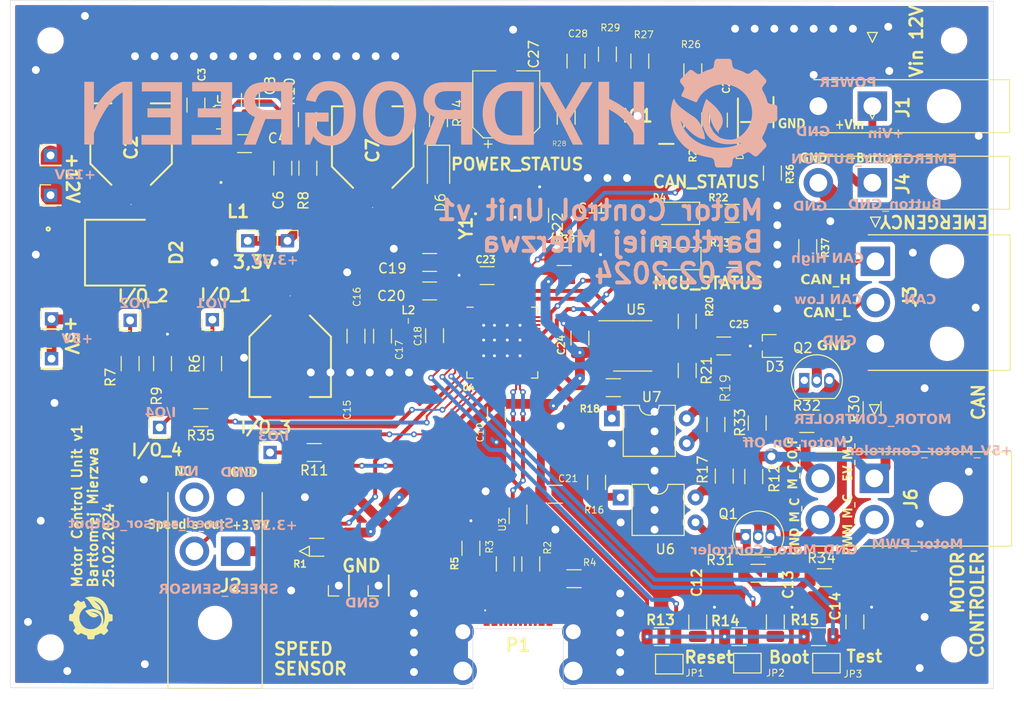
<source format=kicad_pcb>
(kicad_pcb (version 20240108) (generator "pcbnew") (generator_version "8.0")
  (layers (0 "F.Cu" signal) (31 "B.Cu" signal) (34 "B.Paste" user) (35 "F.Paste" user) (36 "B.SilkS" user "B.Silkscreen") (37 "F.SilkS" user "F.Silkscreen") (38 "B.Mask" user) (39 "F.Mask" user) (44 "Edge.Cuts" user))
  (net 0 "")
  (net 1 "/Power /Vin")
  (net 2 "GND")
  (net 3 "Net-(U2-VIN)")
  (net 4 "Net-(U2-BST)")
  (net 5 "Net-(U2-SW)")
  (net 6 "+3.3V")
  (net 7 "Net-(U2-FB)")
  (net 8 "Net-(U2-SS)")
  (net 9 "/MCU/RESET")
  (net 10 "/MCU/BOOT")
  (net 11 "/MCU/MCU_TEST")
  (net 12 "VDD3P3")
  (net 13 "/MCU/XTAL_N")
  (net 14 "/MCU/XTAL_P")
  (net 15 "Net-(C25-Pad1)")
  (net 16 "/VBUS")
  (net 17 "Net-(D4-K)")
  (net 18 "/IO/LED_CAN_STATUS")
  (net 19 "Net-(D5-K)")
  (net 20 "/IO/LED_MCU_STATUS")
  (net 21 "Net-(D6-K)")
  (net 22 "Net-(J2-Pin_1)")
  (net 23 "Net-(P1-D-)")
  (net 24 "/MCU/USB_D-")
  (net 25 "Net-(P1-D+)")
  (net 26 "/MCU/USB_D+")
  (net 27 "Net-(P1-VCONN)")
  (net 28 "Net-(P1-CC)")
  (net 29 "/IO/PWM_MCU")
  (net 30 "Net-(R16-Pad2)")
  (net 31 "/IO/5V_MOTOR")
  (net 32 "/PWM_MOTOR")
  (net 33 "/IO/MOTOR_ON_OFF_MCU")
  (net 34 "Net-(R18-Pad2)")
  (net 35 "/MOTOR_ON_OFF")
  (net 39 "/IO/I{slash}O_1_MCU")
  (net 40 "/IO/I{slash}O_2_MCU")
  (net 41 "/MCU/SPEED_OUTPUT")
  (net 46 "unconnected-(U4-GPIO9{slash}ADC1_CH8-Pad14)")
  (net 66 "/IO/CAN_RX")
  (net 67 "/IO/CAN_TX")
  (net 69 "unconnected-(U4-MTMS{slash}JTAG{slash}GPIO42-Pad48)")
  (net 76 "/IO/GND_MOTOR")
  (net 77 "/IO/CANL")
  (net 78 "/IO/CANH")
  (net 79 "Net-(IC1-DVDT)")
  (net 80 "Net-(IC1-OVP)")
  (net 82 "Net-(IC1-IMON)")
  (net 83 "Net-(IC1-ILIM)")
  (net 84 "Net-(IC1-~{FLT})")
  (net 85 "/Vreg")
  (net 86 "Net-(R6-Pad2)")
  (net 87 "Net-(R7-Pad1)")
  (net 90 "/IO/I{slash}O_3_MCU")
  (net 91 "Net-(R11-Pad2)")
  (net 92 "Net-(Q2-B)")
  (net 93 "Net-(Q1-B)")
  (net 94 "Net-(Q1-E)")
  (net 95 "Net-(Q2-E)")
  (footprint "LED_SMD:LED_1206_3216Metric" (layer "F.Cu") (at 94.5 71.15 -90)
    (property "Reference" "D6")
    (property "Value" "LED")
  )
  (footprint "Connector_PinHeader_2.00mm:PinHeader_1x01_P2.00mm_Vertical" (layer "F.Cu") (at 71.48 86.62 90)
    (property "Reference" "TP9" (hide yes))
    (property "Value" "I/O_1")
  )
  (footprint "LED_SMD:LED_1206_3216Metric" (layer "F.Cu") (at 118.8 75.8 180)
    (property "Reference" "D4")
    (property "Value" "LED")
  )
  (footprint "Connector_Molex:39-30-102Y" (layer "F.Cu") (at 138.6781 64.88425 90)
    (property "Reference" "J1")
    (property "Value" "Conn_01x02" (hide yes))
  )
  (footprint "Capacitor_SMD:C_1206_3216Metric" (layer "F.Cu") (at 106.4 104.4)
    (property "Reference" "C21")
    (property "Value" "100n")
  )
  (footprint "Resistor_SMD:R_1206_3216Metric" (layer "F.Cu") (at 81.15 66.25 90)
    (property "Reference" "R10")
    (property "Value" "10k")
  )
  (footprint "Resistor_SMD:R_1206_3216Metric" (layer "F.Cu") (at 81.2 71.2 90)
    (property "Reference" "R8")
    (property "Value" "32k")
  )
  (footprint "Resistor_SMD:R_1206_3216Metric" (layer "F.Cu") (at 132.1 79.2 90)
    (property "Reference" "R37")
    (property "Value" "10k")
  )
  (footprint "Package_TO_SOT_SMD:SOT-323_SC-70" (layer "F.Cu") (at 128.2 89.305 180)
    (property "Reference" "D3")
    (property "Value" "SP0502BAJT")
  )
  (footprint "Package_TO_SOT_SMD:SOT-583-8" (layer "F.Cu") (at 72.55 66)
    (property "Reference" "U2")
    (property "Value" "TPS62933")
  )
  (footprint "Package_TO_SOT_THT:TO-92_Inline" (layer "F.Cu") (at 131.75 92.8)
    (property "Reference" "Q2")
    (property "Value" "2N3904")
  )
  (footprint "Jumper:SolderJumper-2_P1.3mm_Open_Pad1.0x1.5mm" (layer "F.Cu") (at 125.95 121.6 180)
    (property "Reference" "JP2")
    (property "Value" "SolderJumper_2_Open")
  )
  (footprint "Capacitor_SMD:C_1206_3216Metric" (layer "F.Cu") (at 75.35 64.3 90)
    (property "Reference" "C8")
    (property "Value" "33n")
  )
  (footprint "Resistor_SMD:R_1206_3216Metric" (layer "F.Cu") (at 107.3 80.2 180)
    (property "Reference" "R38")
    (property "Value" "10k")
  )
  (footprint "Capacitor_SMD:C_1206_3216Metric" (layer "F.Cu") (at 108.9 88.495 90)
    (property "Reference" "C24")
    (property "Value" "100n")
  )
  (footprint "Capacitor_SMD:C_1206_3216Metric" (layer "F.Cu") (at 94.1 88.25 -90)
    (property "Reference" "C18")
    (property "Value" "100n")
  )
  (footprint "Resistor_SMD:R_1206_3216Metric" (layer "F.Cu") (at 94.5 66.25 90)
    (property "Reference" "R24")
    (property "Value" "1k")
  )
  (footprint "MountingHole:MountingHole_2.2mm_M2" (layer "F.Cu") (at 147 120.2)
    (property "Reference" "H4" (hide yes))
    (property "Value" "MountingHole")
  )
  (footprint "Package_SO:SOIC-8_3.9x4.9mm_P1.27mm" (layer "F.Cu") (at 114.275 89.295)
    (property "Reference" "U5")
    (property "Value" "SN65HVD232")
  )
  (footprint "Capacitor_SMD:C_1206_3216Metric" (layer "F.Cu") (at 74.75 68.7 180)
    (property "Reference" "C4")
    (property "Value" "100n")
  )
  (footprint "Crystal:KC3225K400000C1GE00" (layer "F.Cu") (at 100.125 77.0375 -90)
    (property "Reference" "Y1")
    (property "Value" "Crystal_GND24" (hide yes))
  )
  (footprint "Resistor_SMD:R_1206_3216Metric" (layer "F.Cu") (at 81.85 100.15 180)
    (property "Reference" "R11")
    (property "Value" "R")
  )
  (footprint "Connector_USB:2169900002" (layer "F.Cu") (at 102.6 120.1)
    (property "Reference" "P1")
    (property "Value" "USB_C_Plug_USB2.0" (hide yes))
  )
  (footprint "Resistor_SMD:R_1206_3216Metric" (layer "F.Cu") (at 70.3 96.6 180)
    (property "Reference" "R35")
    (property "Value" "R")
  )
  (footprint "Diode_SMD:SOP65P640X120-17N" (layer "F.Cu") (at 114.762 65.875 180)
    (property "Reference" "IC1")
    (property "Value" "LM76202QPWPRQ1" (hide yes))
  )
  (footprint "Capacitor_SMD:C_1206_3216Metric" (layer "F.Cu") (at 99.45 82.1375 180)
    (property "Reference" "C23")
    (property "Value" "12p")
  )
  (footprint "Resistor_SMD:R_1206_3216Metric" (layer "F.Cu") (at 124.55 80.4)
    (property "Reference" "R23")
    (property "Value" "1k")
  )
  (footprint "Resistor_SMD:R_1206_3216Metric" (layer "F.Cu") (at 108.3 113)
    (property "Reference" "R4")
    (property "Value" "5k1")
  )
  (footprint "Resistor_SMD:R_1206_3216Metric" (layer "F.Cu") (at 138.65 95.7 90)
    (property "Reference" "R30")
    (property "Value" "1k0")
  )
  (footprint "Resistor_SMD:R_1206_3216Metric" (layer "F.Cu") (at 97.8 109.9 90)
    (property "Reference" "R5")
    (property "Value" "5k1")
  )
  (footprint "Connector_Molex:39-30-104Y" (layer "F.Cu") (at 138.8781 102.78425 90)
    (property "Reference" "J6")
    (property "Value" "Conn_01x04" (hide yes))
  )
  (footprint "Resistor_SMD:R_1206_3216Metric" (layer "F.Cu") (at 117.2 118.9 180)
    (property "Reference" "R13")
    (property "Value" "10k")
  )
  (footprint "Package_DIP:DIP-4_W7.62mm" (layer "F.Cu") (at 113.05 104.725)
    (property "Reference" "U6")
    (property "Value" "PC817")
  )
  (footprint "Capacitor_SMD:C_1206_3216Metric" (layer "F.Cu") (at 88.8 88.3 -90)
    (property "Reference" "C17")
    (property "Value" "100n")
  )
  (footprint "Resistor_SMD:R_1206_3216Metric" (layer "F.Cu") (at 123.6 102.55 -90)
    (property "Reference" "R17")
    (property "Value" "1k")
  )
  (footprint "Resistor_SMD:R_1206_3216Metric" (layer "F.Cu") (at 101.3 111.5 90)
    (property "Reference" "R3")
    (property "Value" "0")
  )
  (footprint "Jumper:SolderJumper-2_P1.3mm_Open_Pad1.0x1.5mm" (layer "F.Cu") (at 118 121.7 180)
    (property "Reference" "JP1")
    (property "Value" "SolderJumper_2_Open")
  )
  (footprint "Resistor_SMD:R_1206_3216Metric" (layer "F.Cu") (at 82.1 109.8)
    (property "Reference" "R1")
    (property "Value" "100")
  )
  (footprint "Capacitor_Tantalum_SMD:EEHZT1E331UP" (layer "F.Cu") (at 79.4 90.35 -90)
    (property "Reference" "C15")
    (property "Value" "10u" (hide yes))
  )
  (footprint "Capacitor_SMD:C_1206_3216Metric" (layer "F.Cu") (at 78.65 71.2 90)
    (property "Reference" "C6")
    (property "Value" "47p")
  )
  (footprint "Connector_PinHeader_2.00mm:PinHeader_1x01_P2.00mm_Vertical" (layer "F.Cu") (at 75.075 78.6 -90)
    (property "Reference" "TP6" (hide yes))
    (property "Value" "+3,3V")
  )
  (footprint "Connector_PinHeader_2.00mm:PinHeader_1x01_P2.00mm_Vertical" (layer "F.Cu") (at 55.1 86.55)
    (property "Reference" "TP3" (hide yes))
    (property "Value" "+5V")
  )
  (footprint "Capacitor_SMD:C_1206_3216Metric" (layer "F.Cu") (at 86.1 88.3 -90)
    (property "Reference" "C16")
    (property "Value" "1u")
  )
  (footprint "Capacitor_SMD:C_1206_3216Metric" (layer "F.Cu") (at 123.55 89.305)
    (property "Reference" "C25")
    (property "Value" "4n7")
  )
  (footprint "MountingHole:MountingHole_2.2mm_M2" (layer "F.Cu") (at 55 120)
    (property "Reference" "H3" (hide yes))
    (property "Value" "MountingHole")
  )
  (footprint "Resistor_SMD:R_1206_3216Metric" (layer "F.Cu") (at 126.95 97.15 90)
    (property "Reference" "R33")
    (property "Value" "1")
  )
  (footprint "Connector_PinHeader_2.00mm:PinHeader_1x01_P2.00mm_Vertical" (layer "F.Cu") (at 55 69.9)
    (property "Reference" "TP1" (hide yes))
    (property "Value" "+12V")
  )
  (footprint "Connector_PinHeader_2.00mm:PinHeader_1x01_P2.00mm_Vertical" (layer "F.Cu") (at 55.1 90.6)
    (property "Reference" "TP4" (hide yes))
    (property "Value" "+5V")
  )
  (footprint "Resistor_SMD:R_1206_3216Metric" (layer "F.Cu") (at 133.2 118.9 180)
    (property "Reference" "R15")
    (property "Value" "10k")
  )
  (footprint "Resistor_SMD:R_1206_3216Metric" (layer "F.Cu") (at 115 60.3 90)
    (property "Reference" "R27")
    (property "Value" "100k")
  )
  (footprint "Package_TO_SOT_SMD:SOT-666" (layer "F.Cu") (at 102.6 106.6 -90)
    (property "Reference" "U3")
    (property "Value" "USBLC6-2P6")
  )
  (footprint "Connector_PinHeader_2.00mm:PinHeader_1x01_P2.00mm_Vertical" (layer "F.Cu") (at 55 73.95)
    (property "Reference" "TP2" (hide yes))
    (property "Value" "+12V")
  )
  (footprint "Capacitor_SMD:C_1206_3216Metric" (layer "F.Cu") (at 109 77.2)
    (property "Reference" "C11")
    (property "Value" "100n")
  )
  (footprint "Connector_Molex:39-30-102Y" (layer "F.Cu") (at 138.6781 72.68425 90)
    (property "Reference" "J4")
    (property "Value" "Conn_01x02" (hide yes))
  )
  (footprint "Capacitor_Tantalum_SMD:EEHZT1E331UP" (layer "F.Cu") (at 87.8 69.05 90)
    (property "Reference" "C7")
    (property "Value" "100u" (hide yes))
  )
  (footprint "Resistor_SMD:R_1206_3216Metric" (layer "F.Cu") (at 71.5 91.1 90)
    (property "Reference" "R6")
    (property "Value" "R")
  )
  (footprint "Package_DIP:DIP-4_W7.62mm" (layer "F.Cu") (at 112.15 96.675)
    (property "Reference" "U7")
    (property "Value" "PC817")
  )
  (footprint "Capacitor_Tantalum_SMD:EEHZT1E331UP" (layer "F.Cu") (at 63.2 68.75 90)
    (property "Reference" "C2")
    (property "Value" "10u" (hide yes))
  )
  (footprint "Diode_SMD:DIONM5436X244N" (layer "F.Cu") (at 126.8 65.6 90)
    (property "Reference" "D7")
    (property "Value" "TPSMC30CA" (hide yes))
  )
  (footprint "Capacitor_SMD:C_1206_3216Metric" (layer "F.Cu") (at 104.8 76 90)
    (property "Reference" "C22")
    (property "Value" "12p")
  )
  (footprint "LED_SMD:LED_1206_3216Metric" (layer "F.Cu") (at 118.95 80.4 180)
    (property "Reference" "D5")
    (property "Value" "LED")
  )
  (footprint "Resistor_SMD:R_1206_3216Metric" (layer "F.Cu") (at 119.825 91.8 -90)
    (property "Reference" "R21")
    (property "Value" "60")
  )
  (footprint "Capacitor_SMD:CP_Elec_6.3x7.7" (layer "F.Cu") (at 101.4 64.7 90)
    (property "Reference" "C27")
    (property "Value" "47u")
  )
  (footprint "Resistor_SMD:R_1206_3216Metric" (layer "F.Cu") (at 119.825 86.8 90)
    (property "Reference" "R20")
    (property "Value" "60")
  )
  (footprint "Capacitor_SMD:C_1206_3216Metric" (layer "F.Cu") (at 100.4 96.25 -90)
    (property "Reference" "C10")
    (property "Value" "100n")
  )
  (footprint "MountingHole:MountingHole_2.2mm_M2" (layer "F.Cu") (at 55 58.2)
    (property "Reference" "H2" (hide yes))
    (property "Value" "MountingHole")
  )
  (footprint "Capacitor_SMD:C_1206_3216Metric" (layer "F.Cu") (at 93.6 80.8 180)
    (property "Reference" "C19")
    (property "Value" "1u")
  )
  (footprint "Connector_PinHeader_2.00mm:PinHeader_1x01_P2.00mm_Vertical" (layer "F.Cu") (at 88.4 113.7 90)
    (property "Reference" "TP8" (hide yes))
    (property "Value" "GND")
  )
  (footprint "Resistor_SMD:R_1206_3216Metric" (layer "F.Cu") (at 111.7 59.6 90)
    (property "Reference" "R29")
    (property "Value" "56k")
  )
  (footprint "Resistor_SMD:R_1206_3216Metric" (layer "F.Cu") (at 126.6 102.6 -90)
    (property "Reference" "R12")
    (property "Value" "1k0")
  )
  (footprint "Resistor_SMD:R_1206_3216Metric" (layer "F.Cu") (at 124.4 75.8)
    (property "Reference" "R22")
    (property "Value" "1k")
  )
  (footprint "Resistor_SMD:R_1206_3216Metric" (layer "F.Cu") (at 120.4 61.3 90)
    (property "Reference" "R26")
    (property "Value" "12k")
  )
  (footprint "Resistor_SMD:R_1206_3216Metric" (layer "F.Cu") (at 63.1 91.1 -90)
    (property "Reference" "R7")
    (property "Value" "R")
  )
  (footprint "Connector_PinHeader_2.00mm:PinHeader_1x01_P2.00mm_Vertical" (layer "F.Cu") (at 84.35 113.7 90)
    (property "Reference" "TP7" (hide yes))
    (property "Value" "GND")
  )
  (footprint "Resistor_SMD:R_1206_3216Metric" (layer "F.Cu") (at 132 97.2)
    (property "Reference" "R32")
    (property "Value" "0")
  )
  (footprint "Capacitor_SMD:C_1206_3216Metric" (layer "F.Cu") (at 128.8 117.4 90)
    (property "Reference" "C13")
    (property "Value" "1u")
  )
  (footprint "Resistor_SMD:R_1206_3216Metric" (layer "F.Cu") (at 133.8 112.9 180)
    (property "Reference" "R34")
    (property "Value" "1")
  )
  (footprint "Capacitor_SMD:C_1206_3216Metric" (layer "F.Cu") (at 136.9 117.4 90)
    (property "Reference" "C14")
    (property "Value" "1u")
  )
  (footprint "Capacitor_SMD:C_1206_3216Metric" (layer "F.Cu") (at 69.8 64.775 90)
    (property "Reference" "C3")
    (property "Value" "100n")
  )
  (footprint "Inductor_SMD:LQG15WH0N7B02D" (layer "F.Cu") (at 91.425 86.75)
    (property "Reference" "L2")
    (property "Value" "2n" (hide yes))
  )
  (footprint "Resistor_SMD:R_1206_3216Metric" (layer "F.Cu") (at 128.5 71.7 90)
    (property "Reference" "R36")
    (property "Value" "30k")
  )
  (footprint "Package_TO_SOT_THT:TO-92_Inline" (layer "F.Cu") (at 125.78 108.71)
    (property "Reference" "Q1")
    (property "Value" "2N3904")
  )
  (footprint "Resistor_SMD:R_1206_3216Metric" (layer "F.Cu") (at 125.1 118.9 180)
    (property "Reference" "R14")
    (property "Value" "10k")
  )
  (footprint "Package_DFN_QFN:QFN-56-1EP_7x7mm_P0.4mm_EP5.6x5.6mm" (layer "F.Cu") (at 101 88.9625)
    (property "Reference" "U4")
    (property "Value" "ESP32-S3FN8")
  )
  (footprint "Connector_Molex:39303035" (layer "F.Cu") (at 138.9871 80.68425 90)
    (property "Reference" "J3")
    (property "Value" "Conn_01x03_Pin" (hide yes))
  )
  (footprint "Connector_Molex:39-30-104Y" (layer "F.Cu") (at 73.85 110.2)
    (property "Reference" "J2")
    (property "Value" "Conn_01x03" (hide yes))
  )
  (footprint "MountingHole:MountingHole_2.2mm_M2" (layer "F.Cu") (at 147 58.2)
    (property "Reference" "H1" (hide yes))
    (property "Value" "MountingHole")
  )
  (footprint "Resistor_SMD:R_1206_3216Metric" (layer "F.Cu") (at 122.75 97.3 90)
    (property "Reference" "R19")
    (property "Value" "1k")
  )
  (footprint "Connector_PinHeader_2.00mm:PinHeader_1x01_P2.00mm_Vertical" (layer "F.Cu") (at 63.1 86.7 90)
    (property "Reference" "TP10" (hide yes))
    (property "Value" "I/O_2")
  )
  (footprint "Resistor_SMD:R_1206_3216Metric" (layer "F.Cu") (at 112.3 93.55)
    (property "Reference" "R18")
    (property "Value" "100")
  )
  (footprint "Resistor_SMD:R_1206_3216Metric" (layer "F.Cu") (at 110.6 103.2 -90)
    (property "Reference" "R16")
    (property "Value" "100")
  )
  (footprint "Resistor_SMD:R_1206_3216Metric" (layer "F.Cu") (at 127.05 112.45)
    (property "Reference" "R31")
    (property "Value" "0")
  )
  (footprint "Resistor_SMD:R_1206_3216Metric" (layer "F.Cu") (at 120.4 66.3 90)
    (property "Reference" "R25")
    (property "Value" "180k")
  )
  (footprint "Capacitor_SMD:C_1206_3216Metric" (layer "F.Cu") (at 108.5 60.3 90)
    (property "Reference" "C28")
    (property "Value" "2n7")
  )
  (footprint "Resistor_SMD:R_1206_3216Metric" (layer "F.Cu") (at 103.9 111.5 90)
    (property "Reference" "R2")
    (property "Value" "0")
  )
  (footprint "Connector_PinHeader_2.00mm:PinHeader_1x01_P2.00mm_Vertical" (layer "F.Cu") (at 77.35 100.15)
    (property "Reference" "TP11" (hide yes))
    (property "Value" "I/O_3")
  )
  (footprint "Connector_PinHeader_2.00mm:PinHeader_1x01_P2.00mm_Vertical" (layer "F.Cu") (at 66.1 97.6)
    (property "Reference" "TP11" (hide yes))
    (property "Value" "I/O_3")
  )
  (footprint "Resistor_SMD:R_1206_3216Metric" (layer "F.Cu") (at 66.4 91.1 90)
    (property "Reference" "R9")
    (property "Value" "R")
  )
  (footprint "Connector_PinHeader_2.00mm:PinHeader_1x01_P2.00mm_Vertical" (layer "F.Cu") (at 79.125 78.6 -90)
    (property "Reference" "TP5" (hide yes))
    (property "Value" "+3,3V")
  )
  (footprint "Jumper:SolderJumper-2_P1.3mm_Open_Pad1.0x1.5mm" (layer "F.Cu") (at 134 121.6 180)
    (property "Reference" "JP3")
    (property "Value" "SolderJumper_2_Open")
  )
  (footprint "Resistor_SMD:R_1206_3216Metric" (layer "F.Cu") (at 107.5 66 90)
    (property "Reference" "R28")
    (property "Value" "100k")
  )
  (footprint "Capacitor_SMD:C_1206_3216Metric" (layer "F.Cu") (at 93.6 83.7 180)
    (property "Reference" "C20")
    (property "Value" "10n")
  )
  (footprint "Diode_SMD:TO252__DPAK__1" (layer "F.Cu") (at 56.607 79.8 -90)
    (property "Reference" "D2")
    (property "Value" "BAS40-05" (hide yes))
  )
  (footprint "Capacitor_SMD:C_1206_3216Metric" (layer "F.Cu") (at 123 66.3 90)
    (property "Reference" "C26")
    (property "Value" "1u")
  )
  (footprint "Capacitor_SMD:C_1206_3216Metric" (layer "F.Cu") (at 120.9 117.4 90)
    (property "Reference" "C12")
    (property "Value" "1u")
  )
  (footprint "Inductor_SMD:SRN3015TA4R7M" (layer "F.Cu") (at 74.4 72.65)
    (property "Reference" "L1")
    (property "Value" "4u7" (hide yes))
  )
  (gr_poly (pts (xy 83.241343 62.339253) (xy 83.126024 62.345764) (xy 83.013224 62.356616) (xy 82.902963 62.371809) (xy 82.79526 62.391343) (xy 82.690134 62.415217) (xy 82.587605 62.443432) (xy 82.487692 62.475989) (xy 82.390414 62.512886) (xy 82.295792 62.554123) (xy 82.203843 62.599702) (xy 82.114588 62.649622) (xy 82.028047 62.703882) (xy 81.944237 62.762483) (xy 81.86318 62.825425) (xy 81.784893 62.892708) (xy 81.709707 62.963246) (xy 81.637951 63.035954) (xy 81.569644 63.110834) (xy 81.504806 63.187883) (xy 81.443456 63.267103) (xy 81.385614 63.348493) (xy 81.331298 63.432054) (xy 81.280529 63.517785) (xy 81.233326 63.605687) (xy 81.189708 63.695759) (xy 81.149695 63.788001) (xy 81.113305 63.882414) (xy 81.080558 63.978998) (xy 81.051474 64.077751) (xy 81.026073 64.178675) (xy 81.004372 64.28177) (xy 81.99656 64.453749) (xy 82.034383 64.312049) (xy 82.078389 64.179631) (xy 82.128557 64.056477) (xy 82.155946 63.998367) (xy 82.184868 63.942566) (xy 82.215321 63.88907) (xy 82.247303 63.837879) (xy 82.28081 63.788989) (xy 82.315842 63.742397) (xy 82.352394 63.698102) (xy 82.390466 63.656101) (xy 82.430053 63.616391) (xy 82.471155 63.57897) (xy 82.513768 63.543836) (xy 82.557891 63.510987) (xy 82.60352 63.480419) (xy 82.650653 63.452131) (xy 82.699289 63.426119) (xy 82.749423 63.402382) (xy 82.801055 63.380918) (xy 82.854181 63.361723) (xy 82.9088 63.344795) (xy 82.964908 63.330132) (xy 83.022504 63.317732) (xy 83.081584 63.307592) (xy 83.142147 63.299709) (xy 83.20419 63.294082) (xy 83.332707 63.289582) (xy 83.416109 63.291753) (xy 83.497632 63.298264) (xy 83.577256 63.309116) (xy 83.654961 63.324309) (xy 83.730728 63.343843) (xy 83.804538 63.367717) (xy 83.876372 63.395933) (xy 83.946209 63.428489) (xy 84.014031 63.465386) (xy 84.079819 63.506623) (xy 84.143552 63.552202) (xy 84.205211 63.602122) (xy 84.264778 63.656382) (xy 84.322232 63.714983) (xy 84.377554 63.777925) (xy 84.430726 63.845207) (xy 84.481262 63.916837) (xy 84.528678 63.992847) (xy 84.572956 64.073275) (xy 84.614074 64.15816) (xy 84.652015 64.247541) (xy 84.686757 64.341456) (xy 84.718284 64.439945) (xy 84.746573 64.543046) (xy 84.771608 64.650798) (xy 84.793367 64.763239) (xy 84.811832 64.880409) (xy 84.826983 65.002346) (xy 84.838801 65.129089) (xy 84.847266 65.260677) (xy 84.852359 65.397148) (xy 84.854062 65.538541) (xy 84.850498 65.831553) (xy 84.834863 66.10538) (xy 84.807173 66.360061) (xy 84.76745 66.595634) (xy 84.715712 66.812139) (xy 84.651978 67.009614) (xy 84.576269 67.188098) (xy 84.533929 67.27023) (xy 84.488603 67.34763) (xy 84.440292 67.4203) (xy 84.388999 67.488248) (xy 84.334727 67.551476) (xy 84.277478 67.609991) (xy 84.217255 67.663796) (xy 84.154059 67.712898) (xy 84.087893 67.7573) (xy 84.01876 67.797008) (xy 83.946662 67.832026) (xy 83.871602 67.862359) (xy 83.793581 67.888012) (xy 83.712603 67.908991) (xy 83.628669 67.925298) (xy 83.541783 67.936941) (xy 83.359162 67.946249) (xy 83.285675 67.944696) (xy 83.214029 67.940022) (xy 83.144205 67.932209) (xy 83.076182 67.921238) (xy 83.009943 67.907088) (xy 82.945467 67.889741) (xy 82.882735 67.869177) (xy 82.821728 67.845377) (xy 82.762426 67.818321) (xy 82.70481 67.78799) (xy 82.64886 67.754365) (xy 82.594558 67.717426) (xy 82.541883 67.677154) (xy 82.490817 67.63353) (xy 82.44134 67.586533) (xy 82.393433 67.536145) (xy 82.347703 67.485451) (xy 82.304783 67.432586) (xy 82.264692 67.37755) (xy 82.22745 67.320345) (xy 82.193076 67.260969) (xy 82.161589 67.199422) (xy 82.133009 67.135705) (xy 82.107355 67.069818) (xy 82.084646 67.00176) (xy 82.064902 66.931532) (xy 82.048143 66.859133) (xy 82.034387 66.784564) (xy 82.023655 66.707825) (xy 82.015964 66.628915) (xy 82.011336 66.547834) (xy 82.009789 66.464584) (xy 83.319478 66.464584) (xy 83.319478 65.538542) (xy 80.924996 65.538542) (xy 80.924996 68.806145) (xy 81.427704 68.806145) (xy 81.77166 67.946249) (xy 81.806968 68.00485) (xy 81.843442 68.061591) (xy 81.881083 68.116471) (xy 81.919894 68.169491) (xy 81.959877 68.220651) (xy 82.001035 68.26995) (xy 82.043371 68.317389) (xy 82.086886 68.362968) (xy 82.131583 68.406686) (xy 82.177465 68.448544) (xy 82.224534 68.488542) (xy 82.272792 68.526679) (xy 82.322242 68.562956) (xy 82.372887 68.597372) (xy 82.424728 68.629928) (xy 82.477767 68.660624) (xy 82.532009 68.689459) (xy 82.587454 68.716434) (xy 82.644106 68.741549) (xy 82.701966 68.764804) (xy 82.761037 68.786198) (xy 82.821323 68.805731) (xy 82.882824 68.823405) (xy 82.945543 68.839218) (xy 83.009483 68.85317) (xy 83.074647 68.865262) (xy 83.141036 68.875494) (xy 83.208653 68.883866) (xy 83.277501 68.890377) (xy 83.347582 68.895028) (xy 83.491452 68.898749) (xy 83.650202 68.894873) (xy 83.803991 68.883246) (xy 83.95282 68.863867) (xy 84.096687 68.836737) (xy 84.235593 68.801855) (xy 84.369539 68.759222) (xy 84.498523 68.708838) (xy 84.622547 68.650702) (xy 84.741609 68.584815) (xy 84.855711 68.511176) (xy 84.964852 68.429785) (xy 85.069032 68.340643) (xy 85.168251 68.24375) (xy 85.262509 68.139105) (xy 85.351806 68.026709) (xy 85.436142 67.906561) (xy 85.513037 67.781446) (xy 85.584971 67.654122) (xy 85.651944 67.52455) (xy 85.713956 67.392691) (xy 85.771007 67.258507) (xy 85.823096 67.121958) (xy 85.870225 66.983007) (xy 85.912393 66.841614) (xy 85.949599 66.69774) (xy 85.981845 66.551347) (xy 86.00913 66.402396) (xy 86.031454 66.250849) (xy 86.048817 66.096666) (xy 86.061219 65.939808) (xy 86.06866 65.780238) (xy 86.071141 65.617915) (xy 86.06835 65.448317) (xy 86.059979 65.281838) (xy 86.046026 65.118498) (xy 86.026492 64.958317) (xy 86.001378 64.801315) (xy 85.970682 64.647509) (xy 85.934405 64.496921) (xy 85.892547 64.349569) (xy 85.845108 64.205473) (xy 85.792088 64.064651) (xy 85.733487 63.927124) (xy 85.669305 63.792911) (xy 85.599542 63.662031) (xy 85.524198 63.534503) (xy 85.443272 63.410347) (xy 85.356766 63.289582) (xy 85.265296 63.174241) (xy 85.169465 63.06634) (xy 85.069255 62.965881) (xy 84.964645 62.872864) (xy 84.855618 62.787288) (xy 84.742152 62.709153) (xy 84.62423 62.638459) (xy 84.501831 62.575207) (xy 84.374936 62.519397) (xy 84.243526 62.471028) (xy 84.107581 62.4301) (xy 83.967083 62.396613) (xy 83.822011 62.370569) (xy 83.672346 62.351965) (xy 83.51807 62.340803) (xy 83.359162 62.337082)) (stroke (width -0.000001)) (fill solid) (layer "B.SilkS"))
  (gr_poly (pts (xy 101.7074 62.446486) (xy 101.551773 62.457205) (xy 101.399905 62.475095) (xy 101.251817 62.500174) (xy 101.107526 62.532462) (xy 100.967054 62.571978) (xy 100.830418 62.618742) (xy 100.697638 62.672773) (xy 100.568735 62.734091) (xy 100.443726 62.802714) (xy 100.322632 62.878662) (xy 100.205472 62.961955) (xy 100.092265 63.052611) (xy 99.983031 63.150651) (xy 99.877789 63.256094) (xy 99.776558 63.368958) (xy 99.680589 63.484914) (xy 99.591091 63.604551) (xy 99.508028 63.727832) (xy 99.43136 63.854717) (xy 99.361047 63.985167) (xy 99.297052 64.119145) (xy 99.239336 64.256611) (xy 99.18786 64.397526) (xy 99.142585 64.541852) (xy 99.103472 64.68955) (xy 99.070483 64.84058) (xy 99.043579 64.994906) (xy 99.022721 65.152486) (xy 99.007871 65.313284) (xy 98.998989 65.47726) (xy 98.996037 65.644375) (xy 98.999141 65.811342) (xy 99.008465 65.974898) (xy 99.024029 66.135043) (xy 99.045853 66.291778) (xy 99.073955 66.445102) (xy 99.108356 66.595015) (xy 99.149074 66.741518) (xy 99.196128 66.88461) (xy 99.249539 67.024291) (xy 99.309326 67.160562) (xy 99.375507 67.293422) (xy 99.448103 67.422871) (xy 99.527132 67.54891) (xy 99.612615 67.671538) (xy 99.70457 67.790755) (xy 99.803017 67.906562) (xy 99.907355 68.017098) (xy 100.016984 68.120502) (xy 100.131922 68.216776) (xy 100.252189 68.305918) (xy 100.377805 68.387928) (xy 100.508788 68.462807) (xy 100.645159 68.530555) (xy 100.786936 68.591172) (xy 100.93414 68.644657) (xy 101.086789 68.691011) (xy 101.244902 68.730233) (xy 101.4085 68.762324) (xy 101.577601 68.787284) (xy 101.752226 68.805113) (xy 101.932392 68.81581) (xy 102.118121 68.819375) (xy 104.208329 68.819375) (xy 104.208329 63.342499) (xy 103.017704 63.342499) (xy 103.017704 67.866875) (xy 102.078434 67.866875) (xy 101.982626 67.864553) (xy 101.888678 67.857599) (xy 101.796591 67.846033) (xy 101.706364 67.829875) (xy 101.617997 67.809143) (xy 101.531491 67.783857) (xy 101.446845 67.754036) (xy 101.364059 67.7197) (xy 101.283134 67.680869) (xy 101.204069 67.637561) (xy 101.126864 67.589795) (xy 101.05152 67.537592) (xy 100.978036 67.480971) (xy 100.906413 67.419951) (xy 100.83665 67.354551) (xy 100.768748 67.284791) (xy 100.703942 67.210684) (xy 100.643458 67.132217) (xy 100.587276 67.04937) (xy 100.535377 66.962124) (xy 100.487741 66.870459) (xy 100.444349 66.774357) (xy 100.405181 66.673798) (xy 100.370219 66.568763) (xy 100.339442 66.459231) (xy 100.312832 66.345185) (xy 100.290369 66.226604) (xy 100.272034 66.103468) (xy 100.257806 65.97576) (xy 100.247668 65.843458) (xy 100.241599 65.706545) (xy 100.239581 65.565) (xy 100.241438 65.449506) (xy 100.246996 65.336202) (xy 100.256236 65.225108) (xy 100.269139 65.116242) (xy 100.285685 65.009623) (xy 100.305855 64.905272) (xy 100.32963 64.803208) (xy 100.356989 64.70345) (xy 100.387914 64.606017) (xy 100.422385 64.510929) (xy 100.460384 64.418206) (xy 100.501889 64.327866) (xy 100.546883 64.239928) (xy 100.595346 64.154414) (xy 100.647259 64.071341) (xy 100.702601 63.990729) (xy 100.763217 63.911505) (xy 100.826004 63.837534) (xy 100.890961 63.768794) (xy 100.958089 63.705268) (xy 101.027387 63.646935) (xy 101.098855 63.593776) (xy 101.172494 63.545772) (xy 101.248304 63.502903) (xy 101.326283 63.46515) (xy 101.406434 63.432494) (xy 101.488754 63.404915) (xy 101.573245 63.382394) (xy 101.659907 63.364911) (xy 101.748738 63.352447) (xy 101.839741 63.344983) (xy 101.932913 63.342499) (xy 103.017704 63.342499) (xy 104.208329 63.342499) (xy 104.208329 62.442917) (xy 101.866766 62.442917)) (stroke (width -0.000001)) (fill solid) (layer "B.SilkS"))
  (gr_poly (pts (xy 122.871907 60.063367) (xy 122.856153 60.065977) (xy 122.840665 60.069474) (xy 122.82546 60.073835) (xy 122.810556 60.07904) (xy 122.795969 60.085065) (xy 122.781716 60.09189) (xy 122.767815 60.099493) (xy 122.754282 60.107851) (xy 122.741134 60.116943) (xy 122.728388 60.126747) (xy 122.716061 60.137242) (xy 122.70417 60.148406) (xy 122.692732 60.160216) (xy 122.671283 60.185689) (xy 122.651849 60.213488) (xy 122.634567 60.243437) (xy 122.619571 60.275364) (xy 122.606997 60.309092) (xy 122.596982 60.344449) (xy 122.58966 60.381258) (xy 122.585167 60.419347) (xy 122.584024 60.438817) (xy 122.58364 60.45854) (xy 122.530723 60.802499) (xy 122.529214 60.816024) (xy 122.527174 60.829312) (xy 122.524615 60.842358) (xy 122.52155 60.855157) (xy 122.517992 60.867704) (xy 122.513951 60.879994) (xy 122.50944 60.892023) (xy 122.504471 60.903785) (xy 122.499057 60.915275) (xy 122.493209 60.92649) (xy 122.48694 60.937424) (xy 122.480261 60.948071) (xy 122.473185 60.958429) (xy 122.465724 60.96849) (xy 122.449694 60.987707) (xy 122.43227 61.005684) (xy 122.413547 61.022382) (xy 122.393622 61.037762) (xy 122.372593 61.051786) (xy 122.350556 61.064414) (xy 122.327609 61.075609) (xy 122.303847 61.08533) (xy 122.279369 61.09354) (xy 122.135553 61.135708) (xy 121.992048 61.182837) (xy 121.849162 61.234927) (xy 121.707207 61.291978) (xy 121.566492 61.35399) (xy 121.427328 61.420962) (xy 121.290023 61.492896) (xy 121.15489 61.56979) (xy 121.132268 61.581266) (xy 121.109104 61.5909) (xy 121.085475 61.598713) (xy 121.061459 61.604723) (xy 121.037132 61.608951) (xy 121.012573 61.611415) (xy 120.987858 61.612136) (xy 120.963067 61.611131) (xy 120.938275 61.608421) (xy 120.91356 61.604026) (xy 120.889001 61.597963) (xy 120.864675 61.590254) (xy 120.840658 61.580917) (xy 120.817029 61.569971) (xy 120.793865 61.557436) (xy 120.771244 61.543332) (xy 120.493432 61.331665) (xy 120.478398 61.31717) (xy 120.463081 61.303453) (xy 120.447508 61.290516) (xy 120.431704 61.278361) (xy 120.415697 61.266991) (xy 120.399513 61.256408) (xy 120.383179 61.246615) (xy 120.366721 61.237614) (xy 120.350166 61.229408) (xy 120.333542 61.221998) (xy 120.316873 61.215388) (xy 120.300188 61.20958) (xy 120.283512 61.204576) (xy 120.266873 61.200378) (xy 120.250296 61.19699) (xy 120.233809 61.194413) (xy 120.217439 61.19265) (xy 120.201211 61.191703) (xy 120.185153 61.191575) (xy 120.169291 61.192268) (xy 120.153652 61.193785) (xy 120.138263 61.196128) (xy 120.123149 61.199299) (xy 120.108339 61.203301) (xy 120.093858 61.208136) (xy 120.079733 61.213807) (xy 120.06599 61.220317) (xy 120.052658 61.227666) (xy 120.039761 61.235859) (xy 120.027326 61.244897) (xy 120.015381 61.254783) (xy 120.003952 61.265519) (xy 119.170515 62.112186) (xy 119.159778 62.123653) (xy 119.149892 62.135705) (xy 119.140854 62.148311) (xy 119.132662 62.161434) (xy 119.125312 62.175042) (xy 119.118803 62.1891) (xy 119.113132 62.203575) (xy 119.108296 62.218433) (xy 119.104294 62.23364) (xy 119.101123 62.249161) (xy 119.09878 62.264964) (xy 119.097263 62.281013) (xy 119.09657 62.297276) (xy 119.096698 62.313718) (xy 119.097645 62.330306) (xy 119.099408 62.347004) (xy 119.101985 62.363781) (xy 119.105373 62.3806) (xy 119.109571 62.39743) (xy 119.114575 62.414235) (xy 119.120383 62.430983) (xy 119.126994 62.447638) (xy 119.134403 62.464167) (xy 119.14261 62.480536) (xy 119.151611 62.496712) (xy 119.161404 62.51266) (xy 119.171986 62.528346) (xy 119.183356 62.543736) (xy 119.195511 62.558798) (xy 119.208448 62.573496) (xy 119.222166 62.587796) (xy 119.23666 62.601666) (xy 119.448327 62.879478) (xy 119.462431 62.899919) (xy 119.474966 62.921465) (xy 119.485912 62.94398) (xy 119.495249 62.967328) (xy 119.502958 62.991374) (xy 119.509021 63.015981) (xy 119.513416 63.041015) (xy 119.516126 63.06634) (xy 119.51713 63.09182) (xy 119.51641 63.117319) (xy 119.513946 63.142702) (xy 119.509718 63.167832) (xy 119.503708 63.192576) (xy 119.495895 63.216796) (xy 119.486261 63.240357) (xy 119.474785 63.263124) (xy 119.415461 63.374332) (xy 119.357377 63.48802) (xy 119.301773 63.601708) (xy 119.24989 63.712916) (xy 119.2464 63.720394) (xy 119.243369 63.727937) (xy 119.240788 63.735534) (xy 119.23865 63.743172) (xy 119.236948 63.750839) (xy 119.235675 63.758523) (xy 119.234824 63.766212) (xy 119.234387 63.773894) (xy 119.234356 63.781556) (xy 119.234726 63.789187) (xy 119.235488 63.796774) (xy 119.236635 63.804305) (xy 119.238159 63.811769) (xy 119.240055 63.819153) (xy 119.242314 63.826444) (xy 119.244929 63.833632) (xy 119.247892 63.840703) (xy 119.251198 63.847646) (xy 119.254837 63.854448) (xy 119.258804 63.861098) (xy 119.26309 63.867583) (xy 119.267689 63.873891) (xy 119.272593 63.88001) (xy 119.277795 63.885928) (xy 119.283287 63.891633) (xy 119.289063 63.897113) (xy 119.295116 63.902355) (xy 119.301437 63.907348) (xy 119.308019 63.912079) (xy 119.314856 63.916537) (xy 119.32194 63.920709) (xy 119.329264 63.924582) (xy 120.638952 64.466978) (xy 120.64643 64.470467) (xy 120.653973 64.473499) (xy 120.66157 64.47608) (xy 120.669208 64.478218) (xy 120.676875 64.479919) (xy 120.68456 64.481192) (xy 120.692248 64.482044) (xy 120.69993 64.482481) (xy 120.707592 64.482511) (xy 120.715223 64.482142) (xy 120.72281 64.48138) (xy 120.730342 64.480233) (xy 120.737805 64.478708) (xy 120.745189 64.476813) (xy 120.75248 64.474554) (xy 120.759668 64.471939) (xy 120.766739 64.468975) (xy 120.773682 64.46567) (xy 120.780484 64.46203) (xy 120.787134 64.458064) (xy 120.793619 64.453778) (xy 120.799927 64.449179) (xy 120.806046 64.444275) (xy 120.811964 64.439073) (xy 120.817669 64.43358) (xy 120.823149 64.427804) (xy 120.828391 64.421752) (xy 120.833384 64.415431) (xy 120.838115 64.408848) (xy 120.842573 64.402011) (xy 120.846744 64.394927) (xy 120.850618 64.387603) (xy 120.881469 64.316138) (xy 120.91449 64.245622) (xy 120.949681 64.176075) (xy 120.987044 64.107517) (xy 121.026576 64.039966) (xy 121.068279 63.973442) (xy 121.112152 63.907965) (xy 121.158196 63.843554) (xy 121.20641 63.780227) (xy 121.256795 63.718006) (xy 121.30935 63.656908) (xy 121.364075 63.596954) (xy 121.420971 63.538162) (xy 121.480037 63.480553) (xy 121.541274 63.424144) (xy 121.604681 63.368957) (xy 121.709175 63.283653) (xy 121.816647 63.203854) (xy 121.926895 63.129564) (xy 122.039718 63.060785) (xy 122.154915 62.997519) (xy 122.272285 62.939768) (xy 122.391626 62.887536) (xy 122.512738 62.840824) (xy 122.63542 62.799635) (xy 122.75947 62.763971) (xy 122.884688 62.733836) (xy 123.010873 62.70923) (xy 123.137823 62.690157) (xy 123.265337 62.676619) (xy 123.393215 62.668618) (xy 123.521255 62.666158) (xy 123.649256 62.669239) (xy 123.777018 62.677866) (xy 123.904339 62.692039) (xy 124.031017 62.711762) (xy 124.156853 62.737037) (xy 124.281645 62.767867) (xy 124.405191 62.804253) (xy 124.527292 62.846198) (xy 124.647745 62.893705) (xy 124.76635 62.946777) (xy 124.882906 63.005415) (xy 124.997212 63.069621) (xy 125.109066 63.139399) (xy 125.218267 63.214751) (xy 125.324615 63.295679) (xy 125.427909 63.382186) (xy 125.519958 63.465491) (xy 125.607588 63.551604) (xy 125.769594 63.7317) (xy 125.913926 63.921368) (xy 126.040585 64.119505) (xy 126.14957 64.325006) (xy 126.240883 64.536767) (xy 126.314522 64.753682) (xy 126.370487 64.974647) (xy 126.408779 65.198558) (xy 126.429398 65.424309) (xy 126.432344 65.650798) (xy 126.417616 65.876917) (xy 126.385215 66.101565) (xy 126.335141 66.323634) (xy 126.267393 66.542022) (xy 126.181972 66.755623) (xy 126.154066 66.814844) (xy 126.124921 66.873445) (xy 126.094535 66.931426) (xy 126.062909 66.988787) (xy 126.030043 67.045528) (xy 125.995937 67.101648) (xy 125.96059 67.157149) (xy 125.924003 67.212029) (xy 125.886176 67.26629) (xy 125.847108 67.31993) (xy 125.806801 67.37295) (xy 125.765253 67.42535) (xy 125.722465 67.477129) (xy 125.678436 67.528289) (xy 125.633168 67.578829) (xy 125.586659 67.628748) (xy 125.527024 67.691432) (xy 125.497013 67.721475) (xy 125.46677 67.750704) (xy 125.436216 67.779159) (xy 125.405275 67.806876) (xy 125.373868 67.833897) (xy 125.341919 67.860258) (xy 125.30935 67.885999) (xy 125.276084 67.911159) (xy 125.242042 67.935777) (xy 125.207147 67.95989) (xy 125.171323 67.983539) (xy 125.13449 68.006761) (xy 125.096573 68.029595) (xy 125.057493 68.052081) (xy 124.965354 68.102466) (xy 124.883446 68.145099) (xy 124.844489 68.1638) (xy 124.80588 68.180911) (xy 124.766884 68.196549) (xy 124.726763 68.210832) (xy 124.684783 68.223873) (xy 124.640205 68.235791) (xy 124.592295 68.246701) (xy 124.540315 68.25672) (xy 124.483529 68.265964) (xy 124.4212 68.274548) (xy 124.352593 68.28259) (xy 124.276971 68.290206) (xy 124.227698 68.291744) (xy 124.169898 68.291343) (xy 124.033059 68.284419) (xy 123.875136 68.268812) (xy 123.790981 68.25756) (xy 123.70481 68.243904) (xy 123.61771 68.227768) (xy 123.530764 68.209074) (xy 123.445059 68.187745) (xy 123.361679 68.163702) (xy 123.28171 68.136869) (xy 123.206236 68.107168) (xy 123.136344 68.074522) (xy 123.073118 68.038852) (xy 123.010615 67.991568) (xy 122.935245 67.930951) (xy 122.851503 67.859793) (xy 122.763886 67.780883) (xy 122.720029 67.739393) (xy 122.676889 67.697012) (xy 122.635028 67.654089) (xy 122.595008 67.610971) (xy 122.55739 67.568009) (xy 122.522738 67.52555) (xy 122.491613 67.483944) (xy 122.464576 67.44354) (xy 122.399935 67.334225) (xy 122.339984 67.224483) (xy 122.284761 67.114199) (xy 122.234306 67.003256) (xy 122.188656 66.891538) (xy 122.147851 66.778929) (xy 122.111929 66.665312) (xy 122.08093 66.550571) (xy 122.054892 66.43459) (xy 122.033853 66.317252) (xy 122.017852 66.198441) (xy 122.006929 66.078042) (xy 122.001122 65.955937) (xy 122.00047 65.83201) (xy 122.005011 65.706146) (xy 122.014784 65.578227) (xy 122.014936 65.573415) (xy 122.015379 65.568874) (xy 122.016092 65.564565) (xy 122.017058 65.560451) (xy 122.018256 65.556491) (xy 122.019668 65.552648) (xy 122.021273 65.548882) (xy 122.023053 65.545154) (xy 122.024987 65.541427) (xy 122.027057 65.537661) (xy 122.031527 65.529858) (xy 122.036307 65.521435) (xy 122.038765 65.516894) (xy 122.041242 65.512081) (xy 122.069977 65.663471) (xy 122.101833 65.814725) (xy 122.137137 65.965397) (xy 122.176221 66.115042) (xy 122.219413 66.263215) (xy 122.267042 66.409469) (xy 122.319439 66.553359) (xy 122.376932 66.694439) (xy 122.439851 66.832263) (xy 122.508526 66.966386) (xy 122.583286 67.096362) (xy 122.66446 67.221745) (xy 122.752377 67.34209) (xy 122.847368 67.45695) (xy 122.949762 67.565881) (xy 123.059887 67.668436) (xy 123.055085 67.643512) (xy 123.050612 67.618491) (xy 123.042731 67.569011) (xy 123.036401 67.521701) (xy 123.033866 67.499393) (xy 123.031776 67.478267) (xy 123.030152 67.458537) (xy 123.029012 67.440414) (xy 123.028375 67.424114) (xy 123.028262 67.409848) (xy 123.028692 67.39783) (xy 123.029683 67.388273) (xy 123.031256 67.38139) (xy 123.032267 67.379018) (xy 123.03343 67.377395) (xy 123.20541 67.165729) (xy 123.218638 67.13927) (xy 123.265467 67.062069) (xy 123.306772 66.984266) (xy 123.342613 66.905883) (xy 123.373047 66.826938) (xy 123.398133 66.747449) (xy 123.417928 66.667438) (xy 123.432492 66.586923) (xy 123.441881 66.505924) (xy 123.446154 66.424459) (xy 123.445369 66.342549) (xy 123.439584 66.260212) (xy 123.428858 66.177468) (xy 123.413249 66.094337) (xy 123.392814 66.010838) (xy 123.367612 65.92699) (xy 123.337701 65.842812) (xy 123.336499 65.842774) (xy 123.335373 65.842663) (xy 123.334318 65.842485) (xy 123.333335 65.842243) (xy 123.332419 65.841944) (xy 123.331568 65.841591) (xy 123.33078 65.84119) (xy 123.330053 65.840745) (xy 123.329384 65.840261) (xy 123.328771 65.839743) (xy 123.328211 65.839197) (xy 123.327702 65.838626) (xy 123.327241 65.838036) (xy 123.326826 65.837431) (xy 123.326455 65.836816) (xy 123.326126 65.836197) (xy 123.325835 65.835578) (xy 123.32558 65.834963) (xy 123.32517 65.833768) (xy 123.324876 65.832651) (xy 123.324679 65.83165) (xy 123.324559 65.830803) (xy 123.324498 65.830151) (xy 123.324472 65.829582) (xy 123.303565 65.777951) (xy 123.280624 65.727212) (xy 123.255784 65.677325) (xy 123.22918 65.628251) (xy 123.200949 65.579953) (xy 123.171225 65.532392) (xy 123.140145 65.485528) (xy 123.107844 65.439323) (xy 123.074458 65.393738) (xy 123.040122 65.348734) (xy 122.969145 65.260316) (xy 122.895997 65.173758) (xy 122.821763 65.08875) (xy 122.725723 64.985785) (xy 122.626426 64.885145) (xy 122.52434 64.786675) (xy 122.419927 64.690221) (xy 122.313655 64.595627) (xy 122.205987 64.502739) (xy 122.097389 64.411401) (xy 121.988326 64.321458) (xy 121.975771 64.309208) (xy 121.962927 64.297248) (xy 121.94981 64.285559) (xy 121.936442 64.274123) (xy 121.909028 64.251928) (xy 121.880838 64.230508) (xy 121.852029 64.209708) (xy 121.822754 64.189373) (xy 121.76343 64.149479) (xy 121.761098 64.154437) (xy 121.759038 64.159375) (xy 121.757209 64.164275) (xy 121.755575 64.169116) (xy 121.754096 64.17388) (xy 121.752733 64.178547) (xy 121.750201 64.187513) (xy 121.748954 64.191773) (xy 121.747669 64.195859) (xy 121.746306 64.199751) (xy 121.744827 64.203429) (xy 121.743193 64.206876) (xy 121.741365 64.21007) (xy 121.740366 64.211566) (xy 121.739304 64.212993) (xy 121.738175 64.214346) (xy 121.736972 64.215625) (xy 121.678164 64.359544) (xy 121.621217 64.503773) (xy 121.56675 64.648622) (xy 121.515383 64.794401) (xy 121.467738 64.941421) (xy 121.424433 65.08999) (xy 121.386089 65.24042) (xy 121.353326 65.393021) (xy 121.343404 65.454826) (xy 121.333482 65.520352) (xy 121.313638 65.657604) (xy 121.304362 65.722665) (xy 121.296482 65.788656) (xy 121.290152 65.855267) (xy 121.285527 65.922188) (xy 121.282762 65.989108) (xy 121.282013 66.055719) (xy 121.283434 66.12171) (xy 121.28718 66.186771) (xy 121.28718 66.2) (xy 121.287329 66.205113) (xy 121.287749 66.210516) (xy 121.288401 66.216191) (xy 121.289247 66.222118) (xy 121.291366 66.234649) (xy 121.293795 66.247956) (xy 121.296223 66.261883) (xy 121.298342 66.276275) (xy 121.299188 66.283597) (xy 121.29984 66.290977) (xy 121.30026 66.298396) (xy 121.300409 66.305834) (xy 121.324826 66.460682) (xy 121.371723 66.683899) (xy 121.405199 66.814992) (xy 121.446214 66.955794) (xy 121.495407 67.103844) (xy 121.553417 67.25668) (xy 121.620884 67.411842) (xy 121.698447 67.566868) (xy 121.786746 67.719297) (xy 121.88642 67.866668) (xy 121.940723 67.937688) (xy 121.998109 68.006521) (xy 122.058659 68.072858) (xy 122.122452 68.136393) (xy 122.189569 68.196818) (xy 122.260089 68.253825) (xy 122.334093 68.307106) (xy 122.41166 68.356354) (xy 122.459105 68.385357) (xy 122.507209 68.412888) (xy 122.556011 68.439023) (xy 122.60555 68.463841) (xy 122.655863 68.487418) (xy 122.70699 68.509833) (xy 122.75897 68.531163) (xy 122.811842 68.551484) (xy 122.920414 68.589415) (xy 123.033017 68.624245) (xy 123.149961 68.656595) (xy 123.271555 68.687083) (xy 123.36041 68.705551) (xy 123.44847 68.721345) (xy 123.535871 68.734581) (xy 123.622748 68.745375) (xy 123.709238 68.753843) (xy 123.795477 68.760103) (xy 123.881599 68.764269) (xy 123.96774 68.766459) (xy 124.140624 68.765374) (xy 124.315213 68.757777) (xy 124.492592 68.7446) (xy 124.673847 68.726772) (xy 124.733869 68.720028) (xy 124.804278 68.710028) (xy 124.973157 68.682123) (xy 125.401451 68.607709) (xy 125.210263 68.700117) (xy 125.01172 68.783751) (xy 124.806531 68.858442) (xy 124.595402 68.92402) (xy 124.379041 68.980316) (xy 124.158155 69.02716) (xy 123.933451 69.064382) (xy 123.705637 69.091813) (xy 123.475421 69.109284) (xy 123.243508 69.116624) (xy 123.010607 69.113665) (xy 122.777425 69.100237) (xy 122.54467 69.076169) (xy 122.313048 69.041293) (xy 122.083267 68.995439) (xy 121.856035 68.938438) (xy 121.632058 68.870119) (xy 121.412044 68.790314) (xy 121.1967 68.698852) (xy 120.986734 68.595565) (xy 120.782852 68.480282) (xy 120.585763 68.352834) (xy 120.396174 68.213052) (xy 120.214791 68.060765) (xy 120.042323 67.895805) (xy 119.879476 67.718002) (xy 119.726958 67.527186) (xy 119.585476 67.323188) (xy 119.455737 67.105838) (xy 119.33845 66.874966) (xy 119.23432 66.630403) (xy 119.144056 66.37198) (xy 119.355128 66.643152) (xy 119.607283 66.946415) (xy 119.746878 67.103443) (xy 119.894475 67.26053) (xy 120.04932 67.41502) (xy 120.210658 67.564258) (xy 120.377731 67.70559) (xy 120.549784 67.83636) (xy 120.726062 67.953914) (xy 120.815549 68.006905) (xy 120.905809 68.055597) (xy 120.996747 68.099657) (xy 121.088269 68.138754) (xy 121.18028 68.172556) (xy 121.272686 68.20073) (xy 121.365392 68.222946) (xy 121.458304 68.238871) (xy 121.551328 68.248173) (xy 121.644369 68.250521) (xy 121.591451 67.813957) (xy 121.56311 67.689514) (xy 121.527812 67.560071) (xy 121.485731 67.42683) (xy 121.437042 67.290992) (xy 121.381919 67.153759) (xy 121.320537 67.016332) (xy 121.253071 66.879913) (xy 121.179693 66.745702) (xy 121.10058 66.614903) (xy 121.015905 66.488715) (xy 120.925843 66.368342) (xy 120.830568 66.254983) (xy 120.730254 66.149841) (xy 120.678262 66.100726) (xy 120.625076 66.054117) (xy 120.570718 66.010162) (xy 120.515209 65.969012) (xy 120.458572 65.930817) (xy 120.400827 65.895728) (xy 120.398553 65.893661) (xy 120.395943 65.891543) (xy 120.394338 65.890348) (xy 120.392559 65.889114) (xy 120.390624 65.88788) (xy 120.388554 65.886685) (xy 120.386367 65.885568) (xy 120.384083 65.884567) (xy 120.381722 65.883721) (xy 120.380519 65.883368) (xy 120.379303 65.883068) (xy 120.378078 65.882827) (xy 120.376845 65.882648) (xy 120.375608 65.882538) (xy 120.374368 65.8825) (xy 120.202988 65.768831) (xy 120.043261 65.66086) (xy 119.89475 65.558392) (xy 119.757016 65.461234) (xy 119.62962 65.369191) (xy 119.512125 65.282071) (xy 119.404091 65.19968) (xy 119.30508 65.121823) (xy 119.214654 65.048307) (xy 119.132374 64.978938) (xy 119.057802 64.913522) (xy 118.9905 64.851865) (xy 118.930028 64.793774) (xy 118.875949 64.739056) (xy 118.827824 64.687515) (xy 118.785215 64.638958) (xy 118.747683 64.593192) (xy 118.71479 64.550023) (xy 118.686097 64.509257) (xy 118.661166 64.4707) (xy 118.639558 64.434158) (xy 118.620836 64.399438) (xy 118.60456 64.366346) (xy 118.590292 64.334688) (xy 118.566026 64.274898) (xy 118.544532 64.218519) (xy 118.522302 64.164001) (xy 118.509814 64.136954) (xy 118.495827 64.109792) (xy 118.47265 64.134436) (xy 118.450245 64.163542) (xy 118.407745 64.234074) (xy 118.368306 64.319256) (xy 118.33191 64.416957) (xy 118.298536 64.525044) (xy 118.268167 64.641387) (xy 118.240781 64.763854) (xy 118.216361 64.890313) (xy 118.176338 65.146679) (xy 118.147941 65.393434) (xy 118.131017 65.613524) (xy 118.125411 65.789896) (xy 118.132723 65.894489) (xy 118.14422 66.023887) (xy 118.159129 66.169408) (xy 118.176673 66.32237) (xy 118.196078 66.474092) (xy 118.216567 66.615892) (xy 118.237367 66.739089) (xy 118.257702 66.835) (xy 118.349686 67.161595) (xy 118.396065 67.30939) (xy 118.421048 67.381582) (xy 118.447871 67.453463) (xy 118.47702 67.525655) (xy 118.508978 67.598778) (xy 118.544231 67.67345) (xy 118.583263 67.750293) (xy 118.626558 67.829926) (xy 118.674601 67.912971) (xy 118.727877 68.000046) (xy 118.786869 68.091771) (xy 118.83796 68.168759) (xy 118.891746 68.245689) (xy 118.947818 68.322193) (xy 119.00577 68.397902) (xy 119.065195 68.472449) (xy 119.125685 68.545464) (xy 119.186835 68.616581) (xy 119.248236 68.68543) (xy 119.309482 68.751643) (xy 119.370166 68.814853) (xy 119.429882 68.874691) (xy 119.488221 68.930789) (xy 119.544778 68.982779) (xy 119.599145 69.030292) (xy 119.650915 69.072961) (xy 119.699682 69.110417) (xy 119.890729 69.252268) (xy 119.977746 69.314764) (xy 120.059763 69.372106) (xy 120.137284 69.424641) (xy 120.210813 69.47272) (xy 120.280854 69.51669) (xy 120.34791 69.5569) (xy 120.412486 69.593701) (xy 120.475086 69.627439) (xy 120.536213 69.658464) (xy 120.59637 69.687125) (xy 120.656063 69.713771) (xy 120.715795 69.73875) (xy 120.776069 69.762411) (xy 120.837389 69.785104) (xy 120.962589 69.831703) (xy 121.080579 69.872644) (xy 121.191903 69.908468) (xy 121.297103 69.93972) (xy 121.396722 69.96694) (xy 121.491303 69.990672) (xy 121.66752 70.029843) (xy 121.983366 70.090201) (xy 122.131677 70.12007) (xy 122.205329 70.136827) (xy 122.279369 70.155521) (xy 122.303999 70.163579) (xy 122.328203 70.172858) (xy 122.351864 70.183339) (xy 122.374867 70.195002) (xy 122.397094 70.207827) (xy 122.41843 70.221796) (xy 122.438758 70.236889) (xy 122.457963 70.253086) (xy 122.475927 70.270369) (xy 122.492534 70.288717) (xy 122.500293 70.298285) (xy 122.507669 70.308112) (xy 122.514647 70.318196) (xy 122.521214 70.328534) (xy 122.527355 70.339124) (xy 122.533055 70.349963) (xy 122.538299 70.36105) (xy 122.543073 70.372381) (xy 122.547363 70.383955) (xy 122.551154 70.395768) (xy 122.554432 70.407819) (xy 122.557181 70.420104) (xy 122.623327 70.750833) (xy 122.623712 70.770556) (xy 122.624854 70.790023) (xy 122.626739 70.809209) (xy 122.629347 70.828089) (xy 122.632663 70.84664) (xy 122.636669 70.864838) (xy 122.641349 70.882657) (xy 122.646685 70.900075) (xy 122.65266 70.917066) (xy 122.659258 70.933606) (xy 122.666462 70.949672) (xy 122.674254 70.965239) (xy 122.682618 70.980282) (xy 122.691536 70.994778) (xy 122.700993 71.008702) (xy 122.71097 71.022031) (xy 122.721451 71.034739) (xy 122.732419 71.046803) (xy 122.743857 71.058199) (xy 122.755748 71.068901) (xy 122.768074 71.078887) (xy 122.78082 71.088132) (xy 122.793968 71.096611) (xy 122.807502 71.1043) (xy 122.821403 71.111175) (xy 122.835656 71.117212) (xy 122.850242 71.122387) (xy 122.865147 71.126676) (xy 122.880351 71.130053) (xy 122.895839 71.132496) (xy 122.911594 71.133979) (xy 122.927598 71.134479) (xy 124.118223 71.134479) (xy 124.134227 71.132777) (xy 124.149981 71.130167) (xy 124.165469 71.126671) (xy 124.180674 71.122309) (xy 124.195578 71.117105) (xy 124.210165 71.111079) (xy 124.224417 71.104254) (xy 124.238319 71.096652) (xy 124.251852 71.088294) (xy 124.265 71.079202) (xy 124.277746 71.069397) (xy 124.290073 71.058902) (xy 124.301964 71.047739) (xy 124.313401 71.035929) (xy 124.33485 71.010456) (xy 124.354284 70.982657) (xy 124.371566 70.952707) (xy 124.386562 70.920781) (xy 124.399136 70.887052) (xy 124.409151 70.851696) (xy 124.416473 70.814886) (xy 124.420966 70.776798) (xy 124.422109 70.757328) (xy 124.422493 70.737604) (xy 124.462181 70.393646) (xy 124.463614 70.382562) (xy 124.465427 70.371635) (xy 124.467613 70.360868) (xy 124.470165 70.350264) (xy 124.473075 70.339824) (xy 124.476337 70.329551) (xy 124.479943 70.319448) (xy 124.483885 70.309517) (xy 124.492751 70.29018) (xy 124.502876 70.27156) (xy 124.514203 70.253677) (xy 124.526673 70.23655) (xy 124.540228 70.220197) (xy 124.554811 70.204639) (xy 124.570362 70.189896) (xy 124.586824 70.175985) (xy 124.604139 70.162927) (xy 124.622249 70.150741) (xy 124.641094 70.139447) (xy 124.660618 70.129063) (xy 124.663247 70.126586) (xy 124.666148 70.124128) (xy 124.669281 70.121709) (xy 124.672608 70.119348) (xy 124.676089 70.117064) (xy 124.679687 70.114878) (xy 124.683363 70.112808) (xy 124.687077 70.110873) (xy 124.690791 70.109093) (xy 124.694467 70.107488) (xy 124.698065 70.106077) (xy 124.701547 70.104879) (xy 124.704873 70.103913) (xy 124.708006 70.103199) (xy 124.710906 70.102757) (xy 124.713535 70.102605) (xy 124.861717 70.060437) (xy 125.008504 70.013308) (xy 125.153741 69.961218) (xy 125.297272 69.904168) (xy 125.438943 69.842156) (xy 125.578599 69.775183) (xy 125.716084 69.70325) (xy 125.851243 69.626355) (xy 125.873865 69.61488) (xy 125.897029 69.605246) (xy 125.920658 69.597433) (xy 125.944675 69.591422) (xy 125.969001 69.587194) (xy 125.99356 69.58473) (xy 126.018275 69.584009) (xy 126.043066 69.585014) (xy 126.067858 69.587724) (xy 126.092572 69.592119) (xy 126.117132 69.598182) (xy 126.141458 69.605891) (xy 126.165475 69.615228) (xy 126.189104 69.626174) (xy 126.212268 69.638709) (xy 126.234889 69.652813) (xy 126.512702 69.864479) (xy 126.552389 69.904167) (xy 126.566144 69.915019) (xy 126.58011 69.925248) (xy 126.594265 69.934852) (xy 126.608587 69.943829) (xy 126.623055 69.952176) (xy 126.637645 69.95989) (xy 126.652338 69.96697) (xy 126.667111 69.973413) (xy 126.681941 69.979217) (xy 126.696809 69.984378) (xy 126.71169 69.988896) (xy 126.726564 69.992766) (xy 126.74141 69.995988) (xy 126.756204 69.998557) (xy 126.770926 70.000473) (xy 126.785553 70.001732) (xy 126.800064 70.002332) (xy 126.814437 70.002272) (xy 126.82865 70.001547) (xy 126.842681 70.000156) (xy 126.856509 69.998097) (xy 126.870112 69.995366) (xy 126.883467 69.991963) (xy 126.896554 69.987883) (xy 126.90935 69.983125) (xy 126.921834 69.977686) (xy 126.933983 69.971565) (xy 126.945776 69.964758) (xy 126.957191 69.957263) (xy 126.968207 69.949077) (xy 126.978801 69.940199) (xy 126.988952 69.930625) (xy 127.822389 69.083959) (xy 127.827198 69.078849) (xy 127.831717 69.073468) (xy 127.835964 69.067855) (xy 127.839959 69.062048) (xy 127.843722 69.056086) (xy 127.847271 69.050007) (xy 127.850627 69.043851) (xy 127.853808 69.037657) (xy 127.875306 68.991355) (xy 127.881817 68.968585) (xy 127.886468 68.945001) (xy 127.889258 68.92072) (xy 127.890189 68.895857) (xy 127.889258 68.870529) (xy 127.886468 68.844852) (xy 127.881817 68.818943) (xy 127.875306 68.792917) (xy 127.866934 68.766892) (xy 127.856702 68.740982) (xy 127.84461 68.715306) (xy 127.830657 68.689978) (xy 127.814844 68.665115) (xy 127.797171 68.640834) (xy 127.777637 68.61725) (xy 127.756243 68.59448) (xy 127.544577 68.316668) (xy 127.530472 68.296226) (xy 127.517937 68.27468) (xy 127.506992 68.252166) (xy 127.497654 68.228818) (xy 127.489945 68.204772) (xy 127.483883 68.180164) (xy 127.479487 68.15513) (xy 127.476777 68.129805) (xy 127.475773 68.104326) (xy 127.476493 68.078827) (xy 127.478957 68.053444) (xy 127.483185 68.028313) (xy 127.489196 68.00357) (xy 127.497009 67.97935) (xy 127.506643 67.955788) (xy 127.518118 67.933022) (xy 127.552225 67.877857) (xy 127.585091 67.821607) (xy 127.616717 67.764427) (xy 127.647103 67.706472) (xy 127.676248 67.647896) (xy 127.704153 67.588856) (xy 127.730818 67.529506) (xy 127.756243 67.47) (xy 127.790324 67.390031) (xy 127.823009 67.308977) (xy 127.854144 67.226992) (xy 127.883574 67.144233) (xy 127.911143 67.060853) (xy 127.936697 66.977008) (xy 127.960081 66.892852) (xy 127.981139 66.808542) (xy 127.98509 66.796257) (xy 127.989495 66.784209) (xy 127.999614 66.760845) (xy 128.011399 66.738489) (xy 128.024754 66.717178) (xy 128.039582 66.696954) (xy 128.055786 66.677853) (xy 128.073269 66.659914) (xy 128.091934 66.643178) (xy 128.111684 66.627681) (xy 128.132422 66.613464) (xy 128.154052 66.600564) (xy 128.176476 66.589021) (xy 128.199598 66.578873) (xy 128.223321 66.570159) (xy 128.247547 66.562918) (xy 128.272181 66.557188) (xy 128.616139 66.504271) (xy 128.635863 66.503886) (xy 128.655329 66.502743) (xy 128.674515 66.500859) (xy 128.693396 66.498251) (xy 128.711947 66.494935) (xy 128.730144 66.490929) (xy 128.747964 66.486249) (xy 128.765381 66.480913) (xy 128.782372 66.474938) (xy 128.798912 66.46834) (xy 128.814978 66.461136) (xy 128.830545 66.453344) (xy 128.845588 66.44498) (xy 128.860084 66.436061) (xy 128.874009 66.426605) (xy 128.887337 66.416628) (xy 128.900046 66.406147) (xy 128.91211 66.395179) (xy 128.923505 66.383741) (xy 128.934208 66.37185) (xy 128.944193 66.359523) (xy 128.953438 66.346778) (xy 128.961917 66.33363) (xy 128.969606 66.320096) (xy 128.976482 66.306195) (xy 128.982519 66.291942) (xy 128.987694 66.277355) (xy 128.991982 66.262451) (xy 128.99536 66.247247) (xy 128.997802 66.231759) (xy 128.999285 66.216004) (xy 128.999785 66.2) (xy 128.999785 65.009375) (xy 128.999285 64.993371) (xy 128.997802 64.977616) (xy 128.99536 64.962129) (xy 128.991982 64.946924) (xy 128.987694 64.93202) (xy 128.982519 64.917433) (xy 128.976482 64.90318) (xy 128.969606 64.889279) (xy 128.961917 64.875746) (xy 128.953438 64.862598) (xy 128.944193 64.849852) (xy 128.934208 64.837525) (xy 128.923505 64.825634) (xy 128.91211 64.814196) (xy 128.900046 64.803228) (xy 128.887337 64.792747) (xy 128.874009 64.78277) (xy 128.860084 64.773314) (xy 128.830545 64.756031) (xy 128.798912 64.741035) (xy 128.765381 64.728462) (xy 128.730144 64.718446) (xy 128.693396 64.711124) (xy 128.655329 64.706632) (xy 128.635863 64.705489) (xy 128.616139 64.705104) (xy 128.272181 64.652188) (xy 128.259819 64.650678) (xy 128.247547 64.648638) (xy 128.235377 64.646079) (xy 128.223321 64.643015) (xy 128.21139 64.639456) (xy 128.199598 64.635415) (xy 128.187956 64.630904) (xy 128.176476 64.625936) (xy 128.154052 64.614673) (xy 128.132422 64.601725) (xy 128.111684 64.587188) (xy 128.091933 64.571158) (xy 128.073269 64.553734) (xy 128.055786 64.535011) (xy 128.039582 64.515086) (xy 128.024754 64.494057) (xy 128.011399 64.47202) (xy 127.999613 64.449073) (xy 127.989495 64.425311) (xy 127.98509 64.413156) (xy 127.981139 64.400833) (xy 127.938971 64.257017) (xy 127.891842 64.113512) (xy 127.839752 63.970627) (xy 127.782702 63.828671) (xy 127.72069 63.687957) (xy 127.653717 63.548792) (xy 127.581784 63.411488) (xy 127.504889 63.276354) (xy 127.493414 63.253587) (xy 127.483779 63.230026) (xy 127.475967 63.205806) (xy 127.469956 63.181062) (xy 127.465728 63.155932) (xy 127.463264 63.130549) (xy 127.462544 63.10505) (xy 127.463548 63.07957) (xy 127.466258 63.054245) (xy 127.470654 63.029211) (xy 127.476716 63.004604) (xy 127.484426 62.980558) (xy 127.493763 62.95721) (xy 127.504709 62.934695) (xy 127.517243 62.913149) (xy 127.531348 62.892708) (xy 127.743014 62.614896) (xy 127.757509 62.599862) (xy 127.771226 62.584545) (xy 127.784164 62.568972) (xy 127.796319 62.553168) (xy 127.807689 62.537161) (xy 127.818271 62.520977) (xy 127.828064 62.504643) (xy 127.837065 62.488185) (xy 127.845272 62.47163) (xy 127.852681 62.455005) (xy 127.859292 62.438337) (xy 127.8651 62.421652) (xy 127.870104 62.404976) (xy 127.874302 62.388336) (xy 127.87769 62.37176) (xy 127.880267 62.355273) (xy 127.88203 62.338903) (xy 127.882977 62.322675) (xy 127.883105 62.306617) (xy 127.882412 62.290755) (xy 127.880895 62.275116) (xy 127.878552 62.259727) (xy 127.875381 62.244613) (xy 127.871379 62.229803) (xy 127.866543 62.215322) (xy 127.860872 62.201197) (xy 127.854363 62.187454) (xy 127.847013 62.174122) (xy 127.83882 62.161225) (xy 127.829782 62.14879) (xy 127.819896 62.136845) (xy 127.80916 62.125417) (xy 126.975724 61.239061) (xy 126.964258 61.228325) (xy 126.952205 61.218439) (xy 126.9396 61.209401) (xy 126.926476 61.201208) (xy 126.912869 61.193858) (xy 126.89881 61.187349) (xy 126.884335 61.181678) (xy 126.869477 61.176843) (xy 126.854271 61.172841) (xy 126.838749 61.169669) (xy 126.822947 61.167327) (xy 126.806897 61.16581) (xy 126.790634 61.165117) (xy 126.774192 61.165245) (xy 126.757605 61.166191) (xy 126.740906 61.167954) (xy 126.72413 61.170531) (xy 126.70731 61.17392) (xy 126.69048 61.178117) (xy 126.673675 61.183121) (xy 126.656928 61.18893) (xy 126.640273 61.19554) (xy 126.623743 61.202949) (xy 126.607374 61.211156) (xy 126.591199 61.220157) (xy 126.575251 61.22995) (xy 126.559565 61.240533) (xy 126.544174 61.251903) (xy 126.529113 61.264058) (xy 126.514415 61.276995) (xy 126.500114 61.290712) (xy 126.486245 61.305207) (xy 126.208433 61.516874) (xy 126.187991 61.530978) (xy 126.166445 61.543513) (xy 126.143931 61.554459) (xy 126.120582 61.563796) (xy 126.096537 61.571505) (xy 126.071929 61.577568) (xy 126.046895 61.581963) (xy 126.02157 61.584673) (xy 125.996091 61.585678) (xy 125.970592 61.584957) (xy 125.945209 61.582493) (xy 125.920078 61.578265) (xy 125.895335 61.572255) (xy 125.871115 61.564442) (xy 125.847553 61.554807) (xy 125.824787 61.543332) (xy 125.757507 61.504413) (xy 125.689627 61.467006) (xy 125.552142 61.396571) (xy 125.412486 61.331717) (xy 125.270815 61.272134) (xy 125.127284 61.217512) (xy 124.982047 61.167541) (xy 124.83526 61.121911) (xy 124.687078 61.080311) (xy 124.674793 61.07636) (xy 124.662745 61.071956) (xy 124.639381 61.061837) (xy 124.617024 61.050051) (xy 124.595714 61.036696) (xy 124.575489 61.021868) (xy 124.556388 61.005665) (xy 124.53845 60.988182) (xy 124.521713 60.969517) (xy 124.506217 60.949767) (xy 124.491999 60.929028) (xy 124.4791 60.907399) (xy 124.467556 60.884974) (xy 124.457408 60.861852) (xy 124.448695 60.83813) (xy 124.441453 60.813903) (xy 124.435724 60.78927) (xy 124.382807 60.445311) (xy 124.382422 60.425588) (xy 124.381279 60.406121) (xy 124.379395 60.386935) (xy 124.376786 60.368055) (xy 124.373471 60.349504) (xy 124.369465 60.331307) (xy 124.364785 60.313487) (xy 124.359449 60.29607) (xy 124.353473 60.279079) (xy 124.346875 60.262538) (xy 124.339672 60.246472) (xy 124.33188 60.230906) (xy 124.323516 60.215862) (xy 124.314597 60.201366) (xy 124.305141 60.187442) (xy 124.295163 60.174113) (xy 124.284682 60.161405) (xy 124.273715 60.149341) (xy 124.262277 60.137946) (xy 124.250386 60.127243) (xy 124.238059 60.117257) (xy 124.225313 60.108013) (xy 124.212165 60.099534) (xy 124.198632 60.091845) (xy 124.184731 60.084969) (xy 124.170478 60.078932) (xy 124.155891 60.073757) (xy 124.140987 60.069469) (xy 124.125782 60.066091) (xy 124.110294 60.063649) (xy 124.09454 60.062165) (xy 124.078536 60.061666) (xy 122.887911 60.061666)) (stroke (width -0.000001)) (fill solid) (layer "B.SilkS"))
  (gr_poly (pts (xy 95.057735 62.444932) (xy 94.920867 62.450978) (xy 94.788688 62.461055) (xy 94.661219 62.475163) (xy 94.538478 62.493301) (xy 94.420484 62.51547) (xy 94.307258 62.54167) (xy 94.198818 62.571901) (xy 94.095184 62.606162) (xy 93.996375 62.644455) (xy 93.902411 62.686778) (xy 93.813311 62.733132) (xy 93.729094 62.783516) (xy 93.649781 62.837931) (xy 93.57539 62.896378) (xy 93.50594 62.958854) (xy 93.440986 63.024587) (xy 93.380081 63.0928) (xy 93.323247 63.163493) (xy 93.270501 63.236667) (xy 93.221864 63.312321) (xy 93.177354 63.390456) (xy 93.136992 63.471071) (xy 93.100796 63.554167) (xy 93.068785 63.639743) (xy 93.04098 63.727799) (xy 93.0174 63.818337) (xy 92.998063 63.911354) (xy 92.98299 64.006852) (xy 92.972199 64.104831) (xy 92.965711 64.20529) (xy 92.963543 64.308229) (xy 92.968039 64.458921) (xy 92.981527 64.603431) (xy 93.004006 64.741778) (xy 93.035477 64.873983) (xy 93.07594 65.000063) (xy 93.125395 65.12004) (xy 93.183841 65.233932) (xy 93.251279 65.341758) (xy 93.327709 65.443538) (xy 93.41313 65.539291) (xy 93.507543 65.629037) (xy 93.610948 65.712795) (xy 93.723344 65.790584) (xy 93.844732 65.862424) (xy 93.975112 65.928334) (xy 94.114483 65.988334) (xy 92.976765 68.806145) (xy 94.193852 68.806145) (xy 95.186039 66.2) (xy 96.8 66.2) (xy 96.8 68.806145) (xy 97.95094 68.806145) (xy 97.95094 63.355729) (xy 96.786767 63.355729) (xy 96.786767 65.273957) (xy 95.358017 65.273957) (xy 95.282359 65.272876) (xy 95.209163 65.269643) (xy 95.138408 65.264278) (xy 95.070075 65.256801) (xy 95.004146 65.247231) (xy 94.9406 65.235588) (xy 94.879419 65.22189) (xy 94.820582 65.206158) (xy 94.764071 65.188411) (xy 94.709866 65.168667) (xy 94.657947 65.146947) (xy 94.608296 65.12327) (xy 94.560893 65.097654) (xy 94.515718 65.07012) (xy 94.472753 65.040687) (xy 94.431977 65.009375) (xy 94.395858 64.976353) (xy 94.361928 64.941782) (xy 94.330209 64.90566) (xy 94.300717 64.867988) (xy 94.273474 64.828765) (xy 94.248498 64.787993) (xy 94.225809 64.74567) (xy 94.205426 64.701796) (xy 94.187368 64.656373) (xy 94.171655 64.609399) (xy 94.158307 64.560875) (xy 94.147342 64.5108) (xy 94.13878 64.459176) (xy 94.13264 64.406) (xy 94.128942 64.351275) (xy 94.127705 64.294999) (xy 94.128942 64.24353) (xy 94.13264 64.1933) (xy 94.13878 64.144311) (xy 94.147342 64.096562) (xy 94.158307 64.050053) (xy 94.171655 64.004784) (xy 94.187368 63.960756) (xy 94.205426 63.917968) (xy 94.225809 63.87642) (xy 94.248498 63.836113) (xy 94.273474 63.797045) (xy 94.300717 63.759218) (xy 94.330209 63.722631) (xy 94.361928 63.687285) (xy 94.395858 63.653178) (xy 94.431977 63.620312) (xy 94.470114 63.588999) (xy 94.510111 63.559566) (xy 94.551969 63.532033) (xy 94.595687 63.506417) (xy 94.641266 63.48274) (xy 94.688705 63.46102) (xy 94.738004 63.441276) (xy 94.789164 63.423528) (xy 94.842183 63.407796) (xy 94.897064 63.394099) (xy 94.953804 63.382455) (xy 95.012405 63.372885) (xy 95.072866 63.365408) (xy 95.135188 63.360044) (xy 95.19937 63.356811) (xy 95.265412 63.355729) (xy 96.786767 63.355729) (xy 97.95094 63.355729) (xy 97.95094 62.442917) (xy 95.199273 62.442917)) (stroke (width -0.000001)) (fill solid) (layer "B.SilkS"))
  (gr_poly (pts (xy 76.748569 62.444932) (xy 76.611701 62.450978) (xy 76.479523 62.461055) (xy 76.352053 62.475163) (xy 76.229313 62.493301) (xy 76.111319 62.51547) (xy 75.998093 62.54167) (xy 75.889654 62.571901) (xy 75.78602 62.606162) (xy 75.687212 62.644455) (xy 75.593248 62.686778) (xy 75.504148 62.733132) (xy 75.419932 62.783516) (xy 75.340618 62.837931) (xy 75.266227 62.896378) (xy 75.196778 62.958854) (xy 75.131823 63.024587) (xy 75.070919 63.0928) (xy 75.014085 63.163493) (xy 74.961339 63.236667) (xy 74.912702 63.312321) (xy 74.868192 63.390456) (xy 74.82783 63.471071) (xy 74.791634 63.554167) (xy 74.759623 63.639743) (xy 74.731818 63.727799) (xy 74.708238 63.818337) (xy 74.688901 63.911354) (xy 74.673828 64.006852) (xy 74.663037 64.104831) (xy 74.656548 64.20529) (xy 74.654381 64.308229) (xy 74.658877 64.458921) (xy 74.672365 64.603431) (xy 74.694844 64.741778) (xy 74.726315 64.873983) (xy 74.766777 65.000063) (xy 74.816231 65.12004) (xy 74.874677 65.233932) (xy 74.942115 65.341758) (xy 75.018544 65.443538) (xy 75.103965 65.539291) (xy 75.198378 65.629037) (xy 75.301782 65.712795) (xy 75.414178 65.790584) (xy 75.535566 65.862424) (xy 75.665946 65.928334) (xy 75.805317 65.988334) (xy 74.667603 68.806145) (xy 75.884686 68.806145) (xy 76.876873 66.2) (xy 78.490834 66.2) (xy 78.490834 68.806145) (xy 79.641774 68.806145) (xy 79.641774 63.355729) (xy 78.477601 63.355729) (xy 78.477601 65.273957) (xy 77.048851 65.273957) (xy 76.973194 65.272876) (xy 76.899998 65.269643) (xy 76.829243 65.264278) (xy 76.760911 65.256801) (xy 76.694982 65.247231) (xy 76.631436 65.235588) (xy 76.570254 65.22189) (xy 76.511417 65.206158) (xy 76.454906 65.188411) (xy 76.400701 65.168667) (xy 76.348782 65.146947) (xy 76.299131 65.12327) (xy 76.251727 65.097654) (xy 76.206552 65.07012) (xy 76.163587 65.040687) (xy 76.122811 65.009375) (xy 76.086692 64.976353) (xy 76.052764 64.941782) (xy 76.021044 64.90566) (xy 75.991553 64.867988) (xy 75.964311 64.828765) (xy 75.939335 64.787993) (xy 75.916646 64.74567) (xy 75.896263 64.701796) (xy 75.878206 64.656373) (xy 75.862493 64.609399) (xy 75.849145 64.560875) (xy 75.83818 64.5108) (xy 75.829618 64.459176) (xy 75.823478 64.406) (xy 75.81978 64.351275) (xy 75.818543 64.294999) (xy 75.81978 64.24353) (xy 75.823478 64.1933) (xy 75.829618 64.144311) (xy 75.83818 64.096562) (xy 75.849145 64.050053) (xy 75.862493 64.004784) (xy 75.878206 63.960756) (xy 75.896263 63.917968) (xy 75.916646 63.87642) (xy 75.939335 63.836113) (xy 75.964311 63.797045) (xy 75.991553 63.759218) (xy 76.021044 63.722631) (xy 76.052764 63.687285) (xy 76.086692 63.653178) (xy 76.122811 63.620312) (xy 76.160948 63.588999) (xy 76.200945 63.559566) (xy 76.242803 63.532033) (xy 76.286521 63.506417) (xy 76.3321 63.48274) (xy 76.379539 63.46102) (xy 76.428838 63.441276) (xy 76.479998 63.423528) (xy 76.533018 63.407796) (xy 76.587898 63.394099) (xy 76.644638 63.382455) (xy 76.703239 63.372885) (xy 76.7637 63.365408) (xy 76.826022 63.360044) (xy 76.890204 63.356811) (xy 76.956246 63.355729) (xy 78.477601 63.355729) (xy 79.641774 63.355729) (xy 79.641774 62.442917) (xy 76.890107 62.442917)) (stroke (width -0.000001)) (fill solid) (layer "B.SilkS"))
  (gr_poly (pts (xy 69.415623 63.382187) (xy 72.352498 63.382187) (xy 72.352498 65.101979) (xy 69.984478 65.101979) (xy 69.984478 66.02802) (xy 72.352498 66.02802) (xy 72.352498 67.813957) (xy 69.362706 67.813957) (xy 69.362706 68.806145) (xy 73.490208 68.806145) (xy 73.490208 62.442917) (xy 69.415623 62.442917)) (stroke (width -0.000001)) (fill solid) (layer "B.SilkS"))
  (gr_poly (pts (xy 107.436245 65.221041) (xy 105.861975 62.442917) (xy 104.763955 62.442917) (xy 106.827706 66.120624) (xy 108.190308 68.806145) (xy 109.222184 68.806145) (xy 107.872809 66.2) (xy 110.201142 62.442917) (xy 109.063433 62.442917)) (stroke (width -0.000001)) (fill solid) (layer "B.SilkS"))
  (gr_poly (pts (xy 89.332342 62.35403) (xy 89.184179 62.36517) (xy 89.039814 62.383712) (xy 88.899287 62.409637) (xy 88.762634 62.442927) (xy 88.629897 62.483561) (xy 88.501113 62.53152) (xy 88.37632 62.586784) (xy 88.255559 62.649335) (xy 88.138867 62.719153) (xy 88.026284 62.796219) (xy 87.917847 62.880513) (xy 87.813597 62.972016) (xy 87.713571 63.070708) (xy 87.617809 63.17657) (xy 87.526349 63.289583) (xy 87.439842 63.408026) (xy 87.358917 63.530189) (xy 87.283573 63.656073) (xy 87.21381 63.785677) (xy 87.149628 63.919002) (xy 87.091027 64.056048) (xy 87.038007 64.196815) (xy 86.990568 64.341302) (xy 86.94871 64.48951) (xy 86.912433 64.641439) (xy 86.881737 64.797088) (xy 86.856622 64.956458) (xy 86.837089 65.119549) (xy 86.823136 65.286361) (xy 86.814765 65.456893) (xy 86.811974 65.631146) (xy 86.81492 65.81253) (xy 86.823756 65.989573) (xy 86.838484 66.162276) (xy 86.859103 66.330638) (xy 86.885613 66.494659) (xy 86.918014 66.654339) (xy 86.956307 66.809678) (xy 87.00049 66.960677) (xy 87.050565 67.107334) (xy 87.106531 67.249651) (xy 87.168388 67.387627) (xy 87.236136 67.521262) (xy 87.309775 67.650557) (xy 87.389306 67.77551) (xy 87.474728 67.896123) (xy 87.56604 68.012395) (xy 87.662158 68.118274) (xy 87.761996 68.217602) (xy 87.865555 68.310342) (xy 87.972835 68.396454) (xy 88.083836 68.4759) (xy 88.198557 68.548641) (xy 88.316999 68.614639) (xy 88.439162 68.673853) (xy 88.565046 68.726247) (xy 88.694651 68.77178) (xy 88.827976 68.810414) (xy 88.965022 68.842111) (xy 89.105789 68.866832) (xy 89.250277 68.884538) (xy 89.398486 68.895189) (xy 89.550415 68.898749) (xy 89.706991 68.895028) (xy 89.859207 68.883866) (xy 90.007043 68.865262) (xy 90.150481 68.839217) (xy 90.2895 68.805731) (xy 90.424081 68.764803) (xy 90.554205 68.716434) (xy 90.679853 68.660624) (xy 90.801005 68.597372) (xy 90.917642 68.526678) (xy 91.029744 68.448544) (xy 91.137292 68.362968) (xy 91.240267 68.26995) (xy 91.338649 68.169491) (xy 91.432419 68.061591) (xy 91.521557 67.946249) (xy 91.607916 67.825481) (xy 91.688421 67.701303) (xy 91.763114 67.573714) (xy 91.832031 67.442714) (xy 91.895212 67.308304) (xy 91.952695 67.170483) (xy 92.00452 67.029251) (xy 92.050725 66.884609) (xy 92.091349 66.736556) (xy 92.12643 66.585092) (xy 92.156008 66.430218) (xy 92.180122 66.271933) (xy 92.198809 66.110238) (xy 92.212109 65.945132) (xy 92.220061 65.776615) (xy 92.222093 65.644374) (xy 90.992394 65.644374) (xy 90.990995 65.786071) (xy 90.986787 65.923427) (xy 90.979749 66.056442) (xy 90.969863 66.185116) (xy 90.957108 66.30945) (xy 90.941466 66.429443) (xy 90.922917 66.545094) (xy 90.901443 66.656405) (xy 90.877022 66.763376) (xy 90.849637 66.866005) (xy 90.819267 66.964294) (xy 90.785893 67.058241) (xy 90.749497 67.147848) (xy 90.710058 67.233114) (xy 90.667557 67.31404) (xy 90.621975 67.390624) (xy 90.571277 67.462713) (xy 90.518389 67.530151) (xy 90.463292 67.592938) (xy 90.405966 67.651074) (xy 90.346393 67.704559) (xy 90.315758 67.729557) (xy 90.284553 67.753393) (xy 90.252776 67.776066) (xy 90.220426 67.797577) (xy 90.187499 67.817924) (xy 90.153993 67.837109) (xy 90.119905 67.855131) (xy 90.085234 67.871991) (xy 90.049977 67.887687) (xy 90.014131 67.902221) (xy 89.977694 67.915593) (xy 89.940663 67.927801) (xy 89.903037 67.938847) (xy 89.864812 67.94873) (xy 89.825986 67.957451) (xy 89.786558 67.965008) (xy 89.705881 67.976636) (xy 89.622762 67.983612) (xy 89.537182 67.985937) (xy 89.460915 67.983922) (xy 89.385926 67.977876) (xy 89.312255 67.967799) (xy 89.239941 67.953691) (xy 89.169021 67.935553) (xy 89.099536 67.913383) (xy 89.031524 67.887183) (xy 88.965023 67.856953) (xy 88.900072 67.822691) (xy 88.836711 67.784399) (xy 88.774977 67.742076) (xy 88.71491 67.695722) (xy 88.656548 67.645338) (xy 88.59993 67.590922) (xy 88.545095 67.532476) (xy 88.492081 67.47) (xy 88.439365 67.402255) (xy 88.39033 67.328019) (xy 88.344938 67.24731) (xy 88.303151 67.160148) (xy 88.26493 67.066552) (xy 88.230236 66.966542) (xy 88.199029 66.860137) (xy 88.171272 66.747356) (xy 88.146926 66.628219) (xy 88.125952 66.502746) (xy 88.10831 66.370955) (xy 88.093964 66.232866) (xy 88.082872 66.088498) (xy 88.074998 65.937871) (xy 88.070302 65.781004) (xy 88.068745 65.617916) (xy 88.07014 65.483348) (xy 88.074326 65.35248) (xy 88.081302 65.225295) (xy 88.091069 65.101772) (xy 88.103626 64.981893) (xy 88.118974 64.865637) (xy 88.137113 64.752985) (xy 88.158041 64.643919) (xy 88.181761 64.538418) (xy 88.208271 64.436464) (xy 88.237572 64.338037) (xy 88.269663 64.243117) (xy 88.304545 64.151685) (xy 88.342217 64.063722) (xy 88.38268 63.979208) (xy 88.425934 63.898125) (xy 88.448646 63.860259) (xy 88.47213 63.823559) (xy 88.496384 63.788026) (xy 88.521407 63.753663) (xy 88.547194 63.720473) (xy 88.573745 63.688457) (xy 88.601057 63.657619) (xy 88.629126 63.62796) (xy 88.657952 63.599484) (xy 88.68753 63.572192) (xy 88.71786 63.546087) (xy 88.748938 63.521171) (xy 88.780762 63.497447) (xy 88.81333 63.474917) (xy 88.846639 63.453584) (xy 88.880687 63.43345) (xy 88.915471 63.414518) (xy 88.95099 63.396789) (xy 88.987239 63.380267) (xy 89.024218 63.364953) (xy 89.061924 63.350851) (xy 89.100354 63.337962) (xy 89.139505 63.326289) (xy 89.179376 63.315835) (xy 89.219965 63.306601) (xy 89.261267 63.298591) (xy 89.303282 63.291807) (xy 89.346006 63.28625) (xy 89.389438 63.281924) (xy 89.433575 63.278831) (xy 89.478414 63.276974) (xy 89.523953 63.276354) (xy 89.614296 63.278679) (xy 89.701772 63.285653) (xy 89.786379 63.297272) (xy 89.868118 63.313535) (xy 89.946989 63.33444) (xy 90.022992 63.359983) (xy 90.096128 63.390162) (xy 90.166395 63.424975) (xy 90.233794 63.46442) (xy 90.298325 63.508494) (xy 90.359988 63.557195) (xy 90.418783 63.61052) (xy 90.47471 63.668466) (xy 90.527769 63.731032) (xy 90.57796 63.798215) (xy 90.625283 63.870013) (xy 90.669738 63.946422) (xy 90.711324 64.027442) (xy 90.750043 64.113068) (xy 90.785894 64.2033) (xy 90.818876 64.298134) (xy 90.848991 64.397568) (xy 90.876238 64.501599) (xy 90.900616 64.610226) (xy 90.922126 64.723445) (xy 90.940769 64.841255) (xy 90.956543 64.963652) (xy 90.969449 65.090636) (xy 90.979488 65.222202) (xy 90.986658 65.358348) (xy 90.99096 65.499073) (xy 90.992394 65.644374) (xy 92.222093 65.644374) (xy 92.222702 65.604687) (xy 92.219757 65.432911) (xy 92.21092 65.264837) (xy 92.196192 65.100445) (xy 92.175574 64.939715) (xy 92.149064 64.782628) (xy 92.116662 64.629166) (xy 92.07837 64.479307) (xy 92.034187 64.333034) (xy 91.984112 64.190326) (xy 91.928147 64.051165) (xy 91.86629 63.91553) (xy 91.798542 63.783403) (xy 91.724903 63.654765) (xy 91.645373 63.529595) (xy 91.559952 63.407874) (xy 91.46864 63.289583) (xy 91.372522 63.17657) (xy 91.272683 63.070708) (xy 91.169123 62.972016) (xy 91.061843 62.880513) (xy 90.950842 62.796219) (xy 90.836121 62.719153) (xy 90.717678 62.649335) (xy 90.595515 62.586784) (xy 90.469631 62.531519) (xy 90.340027 62.483561) (xy 90.206702 62.442927) (xy 90.069656 62.409637) (xy 89.928889 62.383712) (xy 89.784402 62.36517) (xy 89.636194 62.35403) (xy 89.484265 62.350313)) (stroke (width -0.000001)) (fill solid) (layer "B.SilkS"))
  (gr_poly (pts (xy 114.368329 65.922187) (xy 114.249269 65.791962) (xy 114.125268 65.664218) (xy 113.996345 65.538955) (xy 113.862519 65.416171) (xy 113.72381 65.295869) (xy 113.580237 65.178046) (xy 113.431819 65.062704) (xy 113.278575 64.949843) (xy 113.120526 64.839462) (xy 112.95769 64.731562) (xy 112.790088 64.626142) (xy 112.617737 64.523202) (xy 112.440658 64.422743) (xy 112.25887 64.324765) (xy 112.072393 64.229267) (xy 111.881245 64.136249) (xy 111.881245 62.403229) (xy 110.783223 62.403229) (xy 110.783223 68.792916) (xy 111.868014 68.792916) (xy 111.868014 65.22104) (xy 112.089247 65.34445) (xy 112.301528 65.471619) (xy 112.504894 65.602587) (xy 112.699385 65.737391) (xy 112.885039 65.876071) (xy 113.061895 66.018666) (xy 113.229992 66.165214) (xy 113.389369 66.315754) (xy 113.540064 66.470325) (xy 113.682116 66.628965) (xy 113.815563 66.791713) (xy 113.940446 66.958609) (xy 114.056802 67.12969) (xy 114.16467 67.304996) (xy 114.264089 67.484565) (xy 114.355097 67.668436) (xy 114.355097 68.792916) (xy 115.45312 68.792916) (xy 115.45312 62.403229) (xy 114.368329 62.403229)) (stroke (width -0.000001)) (fill solid) (layer "B.SilkS"))
  (gr_poly (pts (xy 62.217446 62.447659) (xy 62.098803 62.496514) (xy 61.982089 62.549648) (xy 61.867299 62.606911) (xy 61.643469 62.733238) (xy 61.427274 62.874311) (xy 61.218676 63.028949) (xy 61.017635 63.195971) (xy 60.824114 63.374193) (xy 60.638072 63.562434) (xy 60.459473 63.759512) (xy 60.288276 63.964244) (xy 60.124442 64.175449) (xy 59.967934 64.391944) (xy 59.818712 64.612548) (xy 59.676738 64.836077) (xy 59.541972 65.061351) (xy 59.414376 65.287187) (xy 59.414376 62.403229) (xy 58.435418 62.403229) (xy 58.435418 68.792916) (xy 59.414376 68.792916) (xy 59.414376 67.628748) (xy 59.533686 67.323683) (xy 59.66317 67.015091) (xy 59.80246 66.705026) (xy 59.951187 66.395543) (xy 60.108984 66.088695) (xy 60.275482 65.786536) (xy 60.450313 65.491122) (xy 60.633109 65.204505) (xy 60.823501 64.92874) (xy 61.021121 64.665881) (xy 61.225602 64.417983) (xy 61.436575 64.187099) (xy 61.653671 63.975284) (xy 61.876523 63.784592) (xy 62.104762 63.617076) (xy 62.338021 63.474791) (xy 62.338021 68.792917) (xy 63.316979 68.792917) (xy 63.316979 62.403229) (xy 62.338021 62.403229)) (stroke (width -0.000001)) (fill solid) (layer "B.SilkS"))
  (gr_poly (pts (xy 64.295937 63.382187) (xy 67.232811 63.382187) (xy 67.232811 65.101979) (xy 64.864792 65.101979) (xy 64.864792 66.02802) (xy 67.232811 66.02802) (xy 67.232811 67.813957) (xy 64.256249 67.813957) (xy 64.256249 68.806145) (xy 68.383748 68.806145) (xy 68.383748 62.442917) (xy 64.295937 62.442917)) (stroke (width -0.000001)) (fill solid) (layer "B.SilkS"))
  (gr_poly (pts (xy 56.89062 116.718181) (xy 56.891664 116.711879) (xy 56.893063 116.705684) (xy 56.894807 116.699602) (xy 56.896889 116.69364) (xy 56.899299 116.687806) (xy 56.902029 116.682104) (xy 56.90507 116.676544) (xy 56.908413 116.671131) (xy 56.91205 116.665871) (xy 56.915972 116.660773) (xy 56.92017 116.655842) (xy 56.924635 116.651086) (xy 56.929359 116.646511) (xy 56.939549 116.637931) (xy 56.950668 116.630158) (xy 56.962648 116.623245) (xy 56.975418 116.617246) (xy 56.98891 116.612217) (xy 57.003052 116.608211) (xy 57.017776 116.605282) (xy 57.033012 116.603485) (xy 57.0408 116.603028) (xy 57.048689 116.602874) (xy 57.186273 116.581707) (xy 57.191683 116.581103) (xy 57.196998 116.580287) (xy 57.202216 116.579264) (xy 57.207336 116.578038) (xy 57.212355 116.576615) (xy 57.217271 116.574998) (xy 57.222082 116.573194) (xy 57.226787 116.571207) (xy 57.231383 116.569041) (xy 57.235869 116.566702) (xy 57.240242 116.564194) (xy 57.244502 116.561522) (xy 57.248644 116.558692) (xy 57.252669 116.555707) (xy 57.260356 116.549296) (xy 57.267547 116.542326) (xy 57.274226 116.534837) (xy 57.280378 116.526867) (xy 57.285987 116.518455) (xy 57.291039 116.509641) (xy 57.295517 116.500462) (xy 57.299405 116.490957) (xy 57.302689 116.481166) (xy 57.319556 116.423639) (xy 57.338408 116.366237) (xy 57.359244 116.309083) (xy 57.382064 116.252301) (xy 57.406869 116.196015) (xy 57.433658 116.140349) (xy 57.462431 116.085427) (xy 57.493189 116.031374) (xy 57.497779 116.022325) (xy 57.501633 116.01306) (xy 57.504758 116.003608) (xy 57.507162 115.994001) (xy 57.508853 115.984271) (xy 57.509839 115.974447) (xy 57.510127 115.964561) (xy 57.509725 115.954645) (xy 57.508642 115.944728) (xy 57.506883 115.934842) (xy 57.504458 115.925018) (xy 57.501375 115.915288) (xy 57.49764 115.905681) (xy 57.493261 115.89623) (xy 57.488248 115.886964) (xy 57.482606 115.877915) (xy 57.397939 115.766791) (xy 57.392141 115.760777) (xy 57.386654 115.754651) (xy 57.381479 115.748421) (xy 57.376617 115.7421) (xy 57.372069 115.735697) (xy 57.367836 115.729223) (xy 57.363919 115.72269) (xy 57.360319 115.716106) (xy 57.357036 115.709485) (xy 57.354072 115.702835) (xy 57.351428 115.696167) (xy 57.349105 115.689493) (xy 57.347103 115.682823) (xy 57.345424 115.676167) (xy 57.344069 115.669536) (xy 57.343038 115.662942) (xy 57.342333 115.656394) (xy 57.341954 115.649902) (xy 57.341903 115.643479) (xy 57.34218 115.637135) (xy 57.342787 115.630879) (xy 57.343724 115.624723) (xy 57.344993 115.618678) (xy 57.346593 115.612754) (xy 57.348528 115.606961) (xy 57.350796 115.601311) (xy 57.3534 115.595814) (xy 57.35634 115.590481) (xy 57.359617 115.585322) (xy 57.363232 115.580349) (xy 57.367186 115.575571) (xy 57.371481 115.570999) (xy 57.710147 115.237624) (xy 57.714734 115.233329) (xy 57.719555 115.229375) (xy 57.724597 115.22576) (xy 57.729847 115.222483) (xy 57.73529 115.219543) (xy 57.740913 115.216939) (xy 57.746703 115.214671) (xy 57.752646 115.212736) (xy 57.758729 115.211136) (xy 57.764938 115.209867) (xy 57.771259 115.20893) (xy 57.777678 115.208323) (xy 57.784183 115.208046) (xy 57.79076 115.208097) (xy 57.797395 115.208476) (xy 57.804075 115.209181) (xy 57.810785 115.210212) (xy 57.817513 115.211567) (xy 57.824245 115.213246) (xy 57.830967 115.215248) (xy 57.837666 115.217571) (xy 57.844328 115.220215) (xy 57.85094 115.223179) (xy 57.857487 115.226462) (xy 57.863958 115.230062) (xy 57.870337 115.233979) (xy 57.876611 115.238213) (xy 57.882768 115.242761) (xy 57.888792 115.247622) (xy 57.894671 115.252797) (xy 57.900392 115.258284) (xy 57.905939 115.264082) (xy 58.017064 115.348749) (xy 58.025241 115.35439) (xy 58.033859 115.359404) (xy 58.042865 115.363783) (xy 58.052204 115.367518) (xy 58.061822 115.370601) (xy 58.071666 115.373026) (xy 58.081679 115.374784) (xy 58.091809 115.375868) (xy 58.102001 115.37627) (xy 58.112201 115.375982) (xy 58.122354 115.374996) (xy 58.132406 115.373305) (xy 58.142303 115.370901) (xy 58.151991 115.367776) (xy 58.161416 115.363922) (xy 58.170522 115.359332) (xy 58.215006 115.335602) (xy 58.260481 115.312369) (xy 58.305956 115.290127) (xy 58.350439 115.269374) (xy 58.353431 115.267978) (xy 58.356448 115.266766) (xy 58.359487 115.265733) (xy 58.362542 115.264878) (xy 58.365609 115.264197) (xy 58.368682 115.263688) (xy 58.371758 115.263348) (xy 58.374831 115.263173) (xy 58.377895 115.263161) (xy 58.380948 115.263308) (xy 58.383983 115.263613) (xy 58.386995 115.264072) (xy 58.389981 115.264682) (xy 58.392934 115.26544) (xy 58.395851 115.266343) (xy 58.398726 115.267389) (xy 58.401554 115.268575) (xy 58.404331 115.269897) (xy 58.407052 115.271353) (xy 58.409712 115.272939) (xy 58.412306 115.274654) (xy 58.414829 115.276494) (xy 58.417277 115.278455) (xy 58.419644 115.280536) (xy 58.421926 115.282733) (xy 58.424118 115.285043) (xy 58.426215 115.287464) (xy 58.428212 115.289993) (xy 58.430105 115.292626) (xy 58.431888 115.29536) (xy 58.433556 115.298194) (xy 58.435106 115.301124) (xy 58.652064 115.824999) (xy 58.65346 115.82799) (xy 58.654673 115.831007) (xy 58.655705 115.834046) (xy 58.65656 115.837101) (xy 58.657241 115.840168) (xy 58.65775 115.843242) (xy 58.658091 115.846317) (xy 58.658265 115.84939) (xy 58.658278 115.852455) (xy 58.65813 115.855507) (xy 58.657825 115.858542) (xy 58.657366 115.861555) (xy 58.656756 115.86454) (xy 58.655998 115.867494) (xy 58.655095 115.87041) (xy 58.654049 115.873285) (xy 58.652863 115.876114) (xy 58.651541 115.878891) (xy 58.650085 115.881612) (xy 58.648499 115.884272) (xy 58.646784 115.886865) (xy 58.644944 115.889389) (xy 58.642983 115.891836) (xy 58.640902 115.894204) (xy 58.638705 115.896486) (xy 58.636395 115.898678) (xy 58.633974 115.900774) (xy 58.631445 115.902772) (xy 58.628812 115.904664) (xy 58.626077 115.906447) (xy 58.623244 115.908116) (xy 58.620314 115.909665) (xy 58.591728 115.922005) (xy 58.563522 115.935214) (xy 58.535703 115.949291) (xy 58.50828 115.964235) (xy 58.481259 115.980048) (xy 58.45465 115.99673) (xy 58.428459 116.014279) (xy 58.402694 116.032696) (xy 58.377364 116.051982) (xy 58.352475 116.072136) (xy 58.328036 116.093158) (xy 58.304054 116.115048) (xy 58.280538 116.137806) (xy 58.257494 116.161433) (xy 58.234931 116.185927) (xy 58.212856 116.21129) (xy 58.178734 116.253088) (xy 58.146815 116.296077) (xy 58.117099 116.340176) (xy 58.089587 116.385305) (xy 58.06428 116.431384) (xy 58.04118 116.478332) (xy 58.020287 116.526068) (xy 58.001603 116.574513) (xy 57.985127 116.623586) (xy 57.970862 116.673206) (xy 57.958807 116.723293) (xy 57.948965 116.773767) (xy 57.941336 116.824547) (xy 57.935921 116.875553) (xy 57.93272 116.926704) (xy 57.931736 116.97792) (xy 57.932969 117.029121) (xy 57.936419 117.080225) (xy 57.942089 117.131153) (xy 57.949978 117.181825) (xy 57.960088 117.232159) (xy 57.97242 117.282076) (xy 57.986974 117.331495) (xy 58.003752 117.380335) (xy 58.022755 117.428516) (xy 58.043984 117.475958) (xy 58.067439 117.52258) (xy 58.093122 117.568303) (xy 58.121033 117.613044) (xy 58.151174 117.656725) (xy 58.183545 117.699264) (xy 58.218147 117.740582) (xy 58.25147 117.777401) (xy 58.285915 117.812453) (xy 58.357953 117.877255) (xy 58.43382 117.934988) (xy 58.513075 117.985652) (xy 58.595276 118.029246) (xy 58.67998 118.065771) (xy 58.766746 118.095227) (xy 58.855132 118.117613) (xy 58.944696 118.13293) (xy 59.034997 118.141177) (xy 59.125592 118.142356) (xy 59.21604 118.136464) (xy 59.305899 118.123504) (xy 59.394727 118.103474) (xy 59.482082 118.076375) (xy 59.567522 118.042207) (xy 59.591211 118.031045) (xy 59.614651 118.019386) (xy 59.637844 118.007232) (xy 59.660788 117.994582) (xy 59.683484 117.981435) (xy 59.705932 117.967793) (xy 59.728133 117.953654) (xy 59.750085 117.939019) (xy 59.771789 117.923888) (xy 59.793245 117.908261) (xy 59.814453 117.892138) (xy 59.835413 117.875519) (xy 59.856125 117.858404) (xy 59.876589 117.840793) (xy 59.896804 117.822685) (xy 59.916772 117.804082) (xy 59.941846 117.780228) (xy 59.953863 117.768223) (xy 59.965555 117.756126) (xy 59.976936 117.743904) (xy 59.988024 117.731528) (xy 59.998832 117.718965) (xy 60.009376 117.706186) (xy 60.019673 117.693158) (xy 60.029737 117.679851) (xy 60.039584 117.666235) (xy 60.049229 117.652277) (xy 60.058688 117.637947) (xy 60.067977 117.623214) (xy 60.077111 117.608047) (xy 60.086106 117.592415) (xy 60.106259 117.555559) (xy 60.123313 117.522797) (xy 60.130793 117.507213) (xy 60.137637 117.49177) (xy 60.143893 117.476171) (xy 60.149606 117.460123) (xy 60.154822 117.443331) (xy 60.159589 117.4255) (xy 60.163954 117.406336) (xy 60.167961 117.385544) (xy 60.171658 117.362829) (xy 60.175092 117.337898) (xy 60.178309 117.310455) (xy 60.181355 117.280207) (xy 60.18197 117.260497) (xy 60.18181 117.237377) (xy 60.17904 117.182641) (xy 60.172798 117.119472) (xy 60.168297 117.08581) (xy 60.162835 117.051342) (xy 60.15638 117.016502) (xy 60.148903 116.981724) (xy 60.140371 116.947442) (xy 60.130754 116.91409) (xy 60.120021 116.882102) (xy 60.10814 116.851912) (xy 60.095082 116.823956) (xy 60.080814 116.798665) (xy 60.0619 116.773664) (xy 60.037654 116.743516) (xy 60.00919 116.710019) (xy 59.977626 116.674972) (xy 59.96103 116.65743) (xy 59.944078 116.640174) (xy 59.926908 116.623429) (xy 59.909661 116.607421) (xy 59.892476 116.592374) (xy 59.875493 116.578513) (xy 59.858851 116.566063) (xy 59.842689 116.555248) (xy 59.798963 116.529392) (xy 59.755066 116.505412) (xy 59.710953 116.483323) (xy 59.666576 116.46314) (xy 59.621888 116.44488) (xy 59.576845 116.428558) (xy 59.531398 116.41419) (xy 59.485501 116.40179) (xy 59.439109 116.391375) (xy 59.392174 116.382959) (xy 59.34465 116.376559) (xy 59.29649 116.37219) (xy 59.247648 116.369867) (xy 59.198077 116.369606) (xy 59.147731 116.371422) (xy 59.096564 116.375332) (xy 59.094639 116.375392) (xy 59.092823 116.375569) (xy 59.091099 116.375855) (xy 59.089453 116.376241) (xy 59.087869 116.376721) (xy 59.086332 116.377285) (xy 59.084826 116.377927) (xy 59.083335 116.378639) (xy 59.081844 116.379413) (xy 59.080337 116.380241) (xy 59.077216 116.382029) (xy 59.073847 116.383941) (xy 59.07203 116.384924) (xy 59.070106 116.385915) (xy 59.130661 116.397409) (xy 59.191163 116.410151) (xy 59.251432 116.424273) (xy 59.31129 116.439906) (xy 59.370559 116.457183) (xy 59.429061 116.476235) (xy 59.486617 116.497194) (xy 59.543048 116.520191) (xy 59.598178 116.545359) (xy 59.651827 116.572828) (xy 59.703818 116.602732) (xy 59.753971 116.635202) (xy 59.802109 116.670369) (xy 59.848053 116.708365) (xy 59.891625 116.749323) (xy 59.932648 116.793373) (xy 59.922678 116.791452) (xy 59.912669 116.789663) (xy 59.892877 116.78651) (xy 59.873953 116.783978) (xy 59.86503 116.782964) (xy 59.85658 116.782128) (xy 59.848688 116.781479) (xy 59.841439 116.781023) (xy 59.834918 116.780768) (xy 59.829212 116.780723) (xy 59.824405 116.780895) (xy 59.820582 116.781291) (xy 59.817829 116.78192) (xy 59.81688 116.782325) (xy 59.816231 116.78279) (xy 59.731565 116.851582) (xy 59.720981 116.856873) (xy 59.6901 116.875605) (xy 59.65898 116.892127) (xy 59.627626 116.906463) (xy 59.596048 116.918637) (xy 59.564253 116.928671) (xy 59.532248 116.936589) (xy 59.500042 116.942415) (xy 59.467642 116.94617) (xy 59.435057 116.947879) (xy 59.402292 116.947566) (xy 59.369358 116.945252) (xy 59.33626 116.940961) (xy 59.303008 116.934718) (xy 59.269608 116.926544) (xy 59.236069 116.916463) (xy 59.202398 116.904499) (xy 59.202383 116.904018) (xy 59.202338 116.903567) (xy 59.202267 116.903145) (xy 59.20217 116.902752) (xy 59.202051 116.902385) (xy 59.201909 116.902045) (xy 59.201749 116.90173) (xy 59.201571 116.901439) (xy 59.201377 116.901172) (xy 59.20117 116.900926) (xy 59.200952 116.900702) (xy 59.200723 116.900499) (xy 59.200487 116.900314) (xy 59.200245 116.900149) (xy 59.2 116.9) (xy 59.199752 116.899868) (xy 59.199504 116.899752) (xy 59.199258 116.89965) (xy 59.19878 116.899486) (xy 59.198333 116.899368) (xy 59.197933 116.899289) (xy 59.197594 116.899242) (xy 59.197333 116.899217) (xy 59.197106 116.899207) (xy 59.176454 116.890844) (xy 59.156158 116.881668) (xy 59.136203 116.871732) (xy 59.116574 116.86109) (xy 59.097254 116.849798) (xy 59.07823 116.837908) (xy 59.059484 116.825476) (xy 59.041002 116.812556) (xy 59.022768 116.799201) (xy 59.004767 116.785467) (xy 58.969399 116.757076) (xy 58.934776 116.727817) (xy 58.900773 116.698123) (xy 58.859587 116.659707) (xy 58.819331 116.619989) (xy 58.779943 116.579154) (xy 58.741361 116.537389) (xy 58.703524 116.49488) (xy 58.666369 116.451813) (xy 58.629833 116.408373) (xy 58.593856 116.364748) (xy 58.588956 116.359727) (xy 58.584172 116.354589) (xy 58.579497 116.349342) (xy 58.574922 116.343995) (xy 58.566044 116.333029) (xy 58.557476 116.321753) (xy 58.549156 116.31023) (xy 58.541022 116.29852) (xy 58.525065 116.27479) (xy 58.527048 116.273857) (xy 58.529023 116.273033) (xy 58.530983 116.272302) (xy 58.532919 116.271648) (xy 58.534825 116.271056) (xy 58.536692 116.270511) (xy 58.540278 116.269498) (xy 58.541982 116.269) (xy 58.543617 116.268486) (xy 58.545173 116.26794) (xy 58.546645 116.267349) (xy 58.548023 116.266695) (xy 58.549301 116.265964) (xy 58.5499 116.265564) (xy 58.55047 116.26514) (xy 58.551012 116.264688) (xy 58.551523 116.264207) (xy 58.609091 116.240684) (xy 58.666782 116.217905) (xy 58.724722 116.196118) (xy 58.783034 116.175571) (xy 58.841841 116.156513) (xy 58.901269 116.139191) (xy 58.961441 116.123854) (xy 59.022481 116.110749) (xy 59.047203 116.106779) (xy 59.073414 116.102811) (xy 59.128315 116.094873) (xy 59.154339 116.091163) (xy 59.180735 116.088011) (xy 59.20738 116.085479) (xy 59.234148 116.083629) (xy 59.260916 116.082523) (xy 59.287561 116.082223) (xy 59.313957 116.082792) (xy 59.339981 116.08429) (xy 59.345273 116.08429) (xy 59.347318 116.08435) (xy 59.34948 116.084518) (xy 59.351749 116.084778) (xy 59.35412 116.085117) (xy 59.359133 116.085964) (xy 59.364455 116.086936) (xy 59.370026 116.087907) (xy 59.375783 116.088755) (xy 59.378712 116.089093) (xy 59.381664 116.089354) (xy 59.384631 116.089522) (xy 59.387607 116.089582) (xy 59.449546 116.099348) (xy 59.538832 116.118107) (xy 59.59127 116.131498) (xy 59.647591 116.147904) (xy 59.70681 116.167581) (xy 59.767945 116.190785) (xy 59.83001 116.217772) (xy 59.89202 116.248797) (xy 59.952992 116.284116) (xy 60.01194 116.323986) (xy 60.040348 116.345707) (xy 60.067881 116.368662) (xy 60.094416 116.392882) (xy 60.11983 116.418399) (xy 60.144 116.445246) (xy 60.166803 116.473454) (xy 60.188115 116.503055) (xy 60.207815 116.534082) (xy 60.219416 116.55306) (xy 60.230428 116.572302) (xy 60.240882 116.591823) (xy 60.250809 116.611638) (xy 60.26024 116.631763) (xy 60.269206 116.652214) (xy 60.277738 116.673006) (xy 60.285867 116.694155) (xy 60.301039 116.737584) (xy 60.314971 116.782625) (xy 60.327911 116.829402) (xy 60.340106 116.87804) (xy 60.347494 116.913582) (xy 60.353811 116.948806) (xy 60.359105 116.983766) (xy 60.363423 117.018517) (xy 60.36681 117.053113) (xy 60.369314 117.087609) (xy 60.370981 117.122057) (xy 60.371857 117.156514) (xy 60.371423 117.225667) (xy 60.368384 117.295503) (xy 60.363113 117.366455) (xy 60.355982 117.438957) (xy 60.353284 117.462966) (xy 60.349284 117.491129) (xy 60.338122 117.558681) (xy 60.308357 117.729998) (xy 60.34532 117.653523) (xy 60.378773 117.574106) (xy 60.40865 117.49203) (xy 60.434881 117.407579) (xy 60.457399 117.321034) (xy 60.476137 117.23268) (xy 60.491026 117.142799) (xy 60.501998 117.051673) (xy 60.508987 116.959586) (xy 60.511923 116.866821) (xy 60.510739 116.773661) (xy 60.505368 116.680388) (xy 60.495741 116.587286) (xy 60.48179 116.494637) (xy 60.463449 116.402725) (xy 60.440648 116.311832) (xy 60.413321 116.222241) (xy 60.381398 116.134235) (xy 60.344814 116.048098) (xy 60.303499 115.964111) (xy 60.257386 115.882559) (xy 60.206407 115.803723) (xy 60.150494 115.727888) (xy 60.089579 115.655334) (xy 60.023595 115.586347) (xy 59.952474 115.521208) (xy 59.876147 115.460201) (xy 59.794548 115.403608) (xy 59.707608 115.351713) (xy 59.615259 115.304798) (xy 59.517434 115.263146) (xy 59.414065 115.22704) (xy 59.522534 115.311469) (xy 59.643839 115.412331) (xy 59.70665 115.468169) (xy 59.769485 115.527208) (xy 59.831281 115.589146) (xy 59.890976 115.653681) (xy 59.947509 115.72051) (xy 59.999817 115.789332) (xy 60.046839 115.859843) (xy 60.068035 115.895638) (xy 60.087512 115.931742) (xy 60.105136 115.968117) (xy 60.120775 116.004726) (xy 60.134295 116.04153) (xy 60.145565 116.078492) (xy 60.154451 116.115575) (xy 60.160821 116.15274) (xy 60.164542 116.189949) (xy 60.165481 116.227165) (xy 59.990856 116.205998) (xy 59.941079 116.194662) (xy 59.889302 116.180543) (xy 59.836005 116.16371) (xy 59.78167 116.144235) (xy 59.726777 116.122186) (xy 59.671806 116.097633) (xy 59.617238 116.070646) (xy 59.563554 116.041295) (xy 59.511234 116.00965) (xy 59.460759 115.97578) (xy 59.41261 115.939755) (xy 59.367266 115.901645) (xy 59.325209 115.86152) (xy 59.305564 115.840723) (xy 59.28692 115.819449) (xy 59.269338 115.797705) (xy 59.252878 115.775502) (xy 59.2376 115.752847) (xy 59.223564 115.729749) (xy 59.222738 115.728839) (xy 59.22189 115.727795) (xy 59.221412 115.727153) (xy 59.220919 115.726441) (xy 59.220425 115.725668) (xy 59.219947 115.724839) (xy 59.2195 115.723965) (xy 59.2191 115.723051) (xy 59.218761 115.722107) (xy 59.21862 115.721626) (xy 59.2185 115.721139) (xy 59.218404 115.720649) (xy 59.218332 115.720156) (xy 59.218288 115.719661) (xy 59.218273 115.719165) (xy 59.172805 115.650613) (xy 59.129617 115.586723) (xy 59.08863 115.527318) (xy 59.049766 115.472224) (xy 59.01295 115.421266) (xy 58.978102 115.374268) (xy 58.945145 115.331054) (xy 58.914002 115.29145) (xy 58.884596 115.25528) (xy 58.856848 115.222368) (xy 58.830682 115.192539) (xy 58.806019 115.165618) (xy 58.782783 115.141429) (xy 58.760895 115.119798) (xy 58.740279 115.100548) (xy 58.720856 115.083504) (xy 58.70255 115.068491) (xy 58.685282 115.055334) (xy 58.668976 115.043857) (xy 58.653553 115.033884) (xy 58.638936 115.025241) (xy 58.625048 115.017752) (xy 58.611811 115.011242) (xy 58.599148 115.005535) (xy 58.575232 114.995829) (xy 58.552681 114.987231) (xy 58.530873 114.978339) (xy 58.520055 114.973344) (xy 58.50919 114.967749) (xy 58.519047 114.958478) (xy 58.53069 114.949516) (xy 58.558902 114.932516) (xy 58.592975 114.91674) (xy 58.632056 114.902182) (xy 58.675291 114.888832) (xy 58.721828 114.876685) (xy 58.770815 114.865731) (xy 58.821398 114.855962) (xy 58.923945 114.839953) (xy 59.022647 114.828595) (xy 59.110683 114.821825) (xy 59.181231 114.819582) (xy 59.223069 114.822507) (xy 59.274828 114.827106) (xy 59.333036 114.83307) (xy 59.394221 114.840087) (xy 59.45491 114.847849) (xy 59.51163 114.856045) (xy 59.560909 114.864365) (xy 59.599273 114.872499) (xy 59.729911 114.909292) (xy 59.789029 114.927844) (xy 59.817906 114.937837) (xy 59.846658 114.948566) (xy 59.875535 114.960226) (xy 59.904784 114.973009) (xy 59.934653 114.987111) (xy 59.96539 115.002723) (xy 59.997244 115.020041) (xy 60.030461 115.039259) (xy 60.065291 115.060569) (xy 60.101982 115.084165) (xy 60.132777 115.104602) (xy 60.163549 115.126116) (xy 60.19415 115.148545) (xy 60.224434 115.171726) (xy 60.254252 115.195496) (xy 60.283459 115.219692) (xy 60.311905 115.244152) (xy 60.339445 115.268712) (xy 60.36593 115.293211) (xy 60.391214 115.317485) (xy 60.41515 115.341371) (xy 60.437589 115.364707) (xy 60.458385 115.387329) (xy 60.47739 115.409076) (xy 60.494457 115.429784) (xy 60.50944 115.449291) (xy 60.56618 115.52571) (xy 60.591179 115.560516) (xy 60.614115 115.593323) (xy 60.63513 115.624332) (xy 60.654361 115.653743) (xy 60.671949 115.68176) (xy 60.688033 115.708582) (xy 60.702753 115.734413) (xy 60.716249 115.759452) (xy 60.728659 115.783903) (xy 60.740123 115.807966) (xy 60.750781 115.831843) (xy 60.760773 115.855736) (xy 60.770238 115.879846) (xy 60.779315 115.904374) (xy 60.797954 115.954453) (xy 60.81433 116.00165) (xy 60.82866 116.046179) (xy 60.841161 116.088259) (xy 60.852049 116.128107) (xy 60.861542 116.165939) (xy 60.87721 116.236426) (xy 60.901354 116.362764) (xy 60.913301 116.422089) (xy 60.920004 116.45155) (xy 60.927481 116.481166) (xy 60.930705 116.491018) (xy 60.934416 116.500699) (xy 60.938609 116.510164) (xy 60.943274 116.519365) (xy 60.948404 116.528256) (xy 60.953991 116.53679) (xy 60.960029 116.544921) (xy 60.966507 116.552603) (xy 60.97342 116.559789) (xy 60.98076 116.566432) (xy 60.984587 116.569535) (xy 60.988518 116.572486) (xy 60.992551 116.575277) (xy 60.996686 116.577904) (xy 61.000922 116.58036) (xy 61.005258 116.58264) (xy 61.009693 116.584738) (xy 61.014225 116.586647) (xy 61.018855 116.588363) (xy 61.02358 116.58988) (xy 61.0284 116.591191) (xy 61.033315 116.59229) (xy 61.165606 116.618749) (xy 61.173496 116.618903) (xy 61.181282 116.61936) (xy 61.188956 116.620113) (xy 61.196509 116.621157) (xy 61.203929 116.622483) (xy 61.211208 116.624086) (xy 61.218336 116.625957) (xy 61.225303 116.628092) (xy 61.232099 116.630482) (xy 61.238715 116.633121) (xy 61.245142 116.636003) (xy 61.251368 116.63912) (xy 61.257386 116.642465) (xy 61.263184 116.646033) (xy 61.268754 116.649815) (xy 61.274085 116.653806) (xy 61.279169 116.657998) (xy 61.283994 116.662386) (xy 61.288553 116.666961) (xy 61.292834 116.671717) (xy 61.296828 116.676648) (xy 61.300526 116.681746) (xy 61.303917 116.687005) (xy 61.306993 116.692419) (xy 61.309743 116.697979) (xy 61.312158 116.70368) (xy 61.314228 116.709515) (xy 61.315943 116.715477) (xy 61.317294 116.721558) (xy 61.318271 116.727754) (xy 61.318865 116.734055) (xy 61.319065 116.740457) (xy 61.319065 117.216707) (xy 61.318384 117.223109) (xy 61.31734 117.22941) (xy 61.315941 117.235606) (xy 61.314197 117.241687) (xy 61.312115 117.247649) (xy 61.309705 117.253484) (xy 61.306975 117.259185) (xy 61.303934 117.264746) (xy 61.30059 117.270159) (xy 61.296954 117.275418) (xy 61.293032 117.280516) (xy 61.288834 117.285447) (xy 61.284369 117.290203) (xy 61.279645 117.294779) (xy 61.269455 117.303358) (xy 61.258336 117.311132) (xy 61.246356 117.318045) (xy 61.233585 117.324043) (xy 61.220094 117.329072) (xy 61.205951 117.333079) (xy 61.191228 117.336007) (xy 61.175992 117.337804) (xy 61.168204 117.338261) (xy 61.160315 117.338415) (xy 61.022732 117.35429) (xy 61.018298 117.354864) (xy 61.013927 117.355589) (xy 61.00962 117.356463) (xy 61.005379 117.357484) (xy 61.001203 117.358648) (xy 60.997093 117.359953) (xy 60.993052 117.361395) (xy 60.98908 117.362972) (xy 60.981345 117.366518) (xy 60.973897 117.370568) (xy 60.966744 117.375099) (xy 60.959893 117.380087) (xy 60.953352 117.385509) (xy 60.947129 117.391342) (xy 60.941231 117.397563) (xy 60.935667 117.404148) (xy 60.930444 117.411074) (xy 60.925569 117.418317) (xy 60.921052 117.425856) (xy 60.916898 117.433665) (xy 60.915907 117.434717) (xy 60.914924 117.435877) (xy 60.913956 117.43713) (xy 60.913012 117.438461) (xy 60.912099 117.439854) (xy 60.911224 117.441293) (xy 60.910396 117.442763) (xy 60.909622 117.444249) (xy 60.90891 117.445735) (xy 60.908268 117.447205) (xy 60.907704 117.448644) (xy 60.907224 117.450037) (xy 60.906838 117.451367) (xy 60.906553 117.45262) (xy 60.906376 117.453781) (xy 60.906315 117.454832) (xy 60.889448 117.514105) (xy 60.870596 117.57282) (xy 60.84976 117.630914) (xy 60.82694 117.688327) (xy 60.802135 117.744995) (xy 60.775346 117.800857) (xy 60.746573 117.855851) (xy 60.715815 117.909915) (xy 60.711225 117.918964) (xy 60.707371 117.92823) (xy 60.704246 117.937681) (xy 60.701842 117.947288) (xy 60.700151 117.957019) (xy 60.699165 117.966842) (xy 60.698877 117.976728) (xy 60.699279 117.986645) (xy 60.700362 117.996561) (xy 60.702121 118.006447) (xy 60.704546 118.016271) (xy 60.707629 118.026001) (xy 60.711364 118.035608) (xy 60.715743 118.04506) (xy 60.720756 118.054325) (xy 60.726398 118.063374) (xy 60.811065 118.174499) (xy 60.82694 118.190374) (xy 60.831281 118.195876) (xy 60.835372 118.201462) (xy 60.839214 118.207124) (xy 60.842805 118.212853) (xy 60.846143 118.21864) (xy 60.849229 118.224476) (xy 60.852061 118.230353) (xy 60.854638 118.236262) (xy 60.85696 118.242195) (xy 60.859024 118.248141) (xy 60.860831 118.254094) (xy 60.862379 118.260044) (xy 60.863668 118.265982) (xy 60.864696 118.2719) (xy 60.865462 118.277788) (xy 60.865966 118.283639) (xy 60.866206 118.289444) (xy 60.866182 118.295193) (xy 60.865892 118.300878) (xy 60.865335 118.306491) (xy 60.864512 118.312022) (xy 60.86342 118.317463) (xy 60.862058 118.322805) (xy 60.860426 118.32804) (xy 60.858523 118.333158) (xy 60.856348 118.338151) (xy 60.853899 118.343011) (xy 60.851176 118.347728) (xy 60.848178 118.352294) (xy 60.844904 118.356701) (xy 60.841352 118.360938) (xy 60.837523 118.364999) (xy 60.498857 118.698374) (xy 60.496813 118.700297) (xy 60.49466 118.702105) (xy 60.492415 118.703804) (xy 60.490092 118.705402) (xy 60.487707 118.706907) (xy 60.485276 118.708326) (xy 60.482814 118.709669) (xy 60.480336 118.710941) (xy 60.461815 118.71954) (xy 60.452707 118.722145) (xy 60.443273 118.724005) (xy 60.433561 118.725121) (xy 60.423616 118.725493) (xy 60.413484 118.725121) (xy 60.403214 118.724005) (xy 60.39285 118.722145) (xy 60.38244 118.71954) (xy 60.37203 118.716192) (xy 60.361666 118.712099) (xy 60.351395 118.707262) (xy 60.341264 118.701681) (xy 60.331319 118.695356) (xy 60.321606 118.688286) (xy 60.312173 118.680473) (xy 60.303065 118.671915) (xy 60.19194 118.587249) (xy 60.183764 118.581607) (xy 60.175145 118.576593) (xy 60.166139 118.572215) (xy 60.1568 118.56848) (xy 60.147182 118.565396) (xy 60.137339 118.562971) (xy 60.127325 118.561213) (xy 60.117195 118.560129) (xy 60.107003 118.559727) (xy 60.096804 118.560015) (xy 60.086651 118.561001) (xy 60.076598 118.562692) (xy 60.066701 118.565096) (xy 60.057013 118.568221) (xy 60.047588 118.572075) (xy 60.038482 118.576665) (xy 60.016416 118.590308) (xy 59.993916 118.603454) (xy 59.971044 118.616105) (xy 59.947862 118.628259) (xy 59.924432 118.639917) (xy 59.900815 118.651079) (xy 59.877075 118.661745) (xy 59.853273 118.671915) (xy 59.821286 118.685548) (xy 59.788864 118.698622) (xy 59.75607 118.711076) (xy 59.722966 118.722848) (xy 59.689614 118.733875) (xy 59.656076 118.744097) (xy 59.622414 118.75345) (xy 59.58869 118.761874) (xy 59.583776 118.763454) (xy 59.578957 118.765216) (xy 59.569611 118.769263) (xy 59.560668 118.773978) (xy 59.552144 118.77932) (xy 59.544054 118.785251) (xy 59.536414 118.791732) (xy 59.529239 118.798725) (xy 59.522544 118.806191) (xy 59.516345 118.814091) (xy 59.510658 118.822387) (xy 59.505499 118.831039) (xy 59.500881 118.840008) (xy 59.496822 118.849257) (xy 59.493337 118.858746) (xy 59.49044 118.868437) (xy 59.488148 118.87829) (xy 59.466981 119.015874) (xy 59.466827 119.023763) (xy 59.46637 119.03155) (xy 59.465617 119.039224) (xy 59.464573 119.046776) (xy 59.463247 119.054197) (xy 59.461644 119.061476) (xy 59.459773 119.068603) (xy 59.457638 119.07557) (xy 59.455248 119.082367) (xy 59.452609 119.088983) (xy 59.449727 119.095409) (xy 59.446611 119.101636) (xy 59.443265 119.107653) (xy 59.439698 119.113452) (xy 59.435915 119.119022) (xy 59.431924 119.124353) (xy 59.427732 119.129436) (xy 59.423345 119.134262) (xy 59.418769 119.13882) (xy 59.414013 119.143101) (xy 59.409082 119.147095) (xy 59.403984 119.150793) (xy 59.398725 119.154185) (xy 59.393312 119.15726) (xy 59.387751 119.160011) (xy 59.38205 119.162426) (xy 59.376215 119.164495) (xy 59.370253 119.166211) (xy 59.364172 119.167562) (xy 59.357976 119.168539) (xy 59.351675 119.169132) (xy 59.345273 119.169332) (xy 58.869023 119.169332) (xy 58.862621 119.169132) (xy 58.85632 119.168539) (xy 58.850124 119.167562) (xy 58.844043 119.166211) (xy 58.838081 119.164495) (xy 58.832246 119.162426) (xy 58.826545 119.160011) (xy 58.820985 119.15726) (xy 58.815571 119.154185) (xy 58.810312 119.150793) (xy 58.805214 119.147095) (xy 58.800283 119.143101) (xy 58.795527 119.13882) (xy 58.790952 119.134262) (xy 58.786564 119.129436) (xy 58.782372 119.124353) (xy 58.778381 119.119022) (xy 58.774599 119.113452) (xy 58.767686 119.101636) (xy 58.761687 119.088983) (xy 58.756658 119.07557) (xy 58.752652 119.061476) (xy 58.749723 119.046776) (xy 58.747926 119.03155) (xy 58.747469 119.023763) (xy 58.747315 119.015874) (xy 58.726148 118.87829) (xy 58.725544 118.873346) (xy 58.724728 118.868437) (xy 58.723705 118.863569) (xy 58.722479 118.858746) (xy 58.721055 118.853974) (xy 58.719439 118.849257) (xy 58.717635 118.8446) (xy 58.715647 118.840008) (xy 58.711142 118.831039) (xy 58.705963 118.822387) (xy 58.700148 118.814091) (xy 58.693736 118.806191) (xy 58.686767 118.798725) (xy 58.679277 118.791732) (xy 58.671308 118.785251) (xy 58.662896 118.77932) (xy 58.654081 118.773978) (xy 58.644902 118.769263) (xy 58.635398 118.765216) (xy 58.630535 118.763454) (xy 58.625606 118.761874) (xy 58.56808 118.745006) (xy 58.510678 118.726155) (xy 58.453524 118.705319) (xy 58.396742 118.682499) (xy 58.340456 118.657694) (xy 58.28479 118.630905) (xy 58.229868 118.602131) (xy 58.175815 118.571374) (xy 58.166708 118.566783) (xy 58.157283 118.56293) (xy 58.147595 118.559805) (xy 58.137698 118.5574) (xy 58.127646 118.555709) (xy 58.117492 118.554724) (xy 58.107293 118.554436) (xy 58.097101 118.554837) (xy 58.086971 118.555921) (xy 58.076957 118.55768) (xy 58.067114 118.560104) (xy 58.057496 118.563188) (xy 58.048157 118.566923) (xy 58.039151 118.571301) (xy 58.030533 118.576315) (xy 58.022356 118.581957) (xy 57.911231 118.666624) (xy 57.905218 118.672422) (xy 57.899091 118.677909) (xy 57.892862 118.683083) (xy 57.88654 118.687945) (xy 57.880137 118.692493) (xy 57.873664 118.696727) (xy 57.86713 118.700644) (xy 57.860547 118.704244) (xy 57.853925 118.707527) (xy 57.847275 118.710491) (xy 57.840608 118.713135) (xy 57.833934 118.715458) (xy 57.827263 118.71746) (xy 57.820608 118.719139) (xy 57.813977 118.720494) (xy 57.807382 118.721525) (xy 57.800834 118.72223) (xy 57.794343 118.722609) (xy 57.78792 118.72266) (xy 57.781575 118.722383) (xy 57.775319 118.721776) (xy 57.769164 118.720839) (xy 57.763118 118.71957) (xy 57.757194 118.717969) (xy 57.751402 118.716035) (xy 57.745752 118.713767) (xy 57.740255 118.711163) (xy 57.734922 118.708223) (xy 57.729763 118.704946) (xy 57.724789 118.701331) (xy 57.720011 118.697377) (xy 57.71544 118.693082) (xy 57.360897 118.359708) (xy 57.356603 118.355121) (xy 57.352649 118.3503) (xy 57.349033 118.345258) (xy 57.345756 118.340009) (xy 57.342816 118.334565) (xy 57.340213 118.328942) (xy 57.337944 118.323152) (xy 57.33601 118.317209) (xy 57.334409 118.311126) (xy 57.333141 118.304918) (xy 57.332204 118.298597) (xy 57.331597 118.292177) (xy 57.33132 118.285672) (xy 57.331371 118.279095) (xy 57.33175 118.27246) (xy 57.332455 118.26578) (xy 57.333486 118.25907) (xy 57.334841 118.252342) (xy 57.33652 118.24561) (xy 57.338522 118.238888) (xy 57.340845 118.232189) (xy 57.343489 118.225527) (xy 57.346453 118.218915) (xy 57.349735 118.212368) (xy 57.353336 118.205897) (xy 57.357253 118.199518) (xy 57.361486 118.193244) (xy 57.366034 118.187088) (xy 57.370896 118.181063) (xy 57.376071 118.175184) (xy 57.381558 118.169464) (xy 57.387356 118.163916) (xy 57.472022 118.052791) (xy 57.477664 118.044615) (xy 57.482678 118.035996) (xy 57.487056 118.02699) (xy 57.490791 118.017651) (xy 57.493875 118.008033) (xy 57.4963 117.99819) (xy 57.498058 117.988176) (xy 57.499142 117.978046) (xy 57.499544 117.967854) (xy 57.499256 117.957655) (xy 57.49827 117.947502) (xy 57.496579 117.937449) (xy 57.494175 117.927552) (xy 57.49105 117.917864) (xy 57.487196 117.908439) (xy 57.482606 117.899333) (xy 57.467038 117.872421) (xy 57.452075 117.845269) (xy 57.423901 117.790275) (xy 57.39796 117.734412) (xy 57.374127 117.677744) (xy 57.352278 117.620331) (xy 57.332289 117.562237) (xy 57.314037 117.503522) (xy 57.297397 117.444249) (xy 57.295817 117.439335) (xy 57.294055 117.434516) (xy 57.290008 117.42517) (xy 57.285294 117.416228) (xy 57.279952 117.407704) (xy 57.27402 117.399614) (xy 57.267539 117.391973) (xy 57.260546 117.384798) (xy 57.25308 117.378103) (xy 57.24518 117.371905) (xy 57.236884 117.366218) (xy 57.228232 117.361058) (xy 57.219263 117.356441) (xy 57.210014 117.352381) (xy 57.200525 117.348896) (xy 57.190834 117.345999) (xy 57.180981 117.343708) (xy 57.043398 117.322541) (xy 57.035508 117.322387) (xy 57.027721 117.32193) (xy 57.020047 117.321176) (xy 57.012495 117.320133) (xy 57.005075 117.318806) (xy 56.997796 117.317204) (xy 56.990668 117.315332) (xy 56.983701 117.313198) (xy 56.976904 117.310807) (xy 56.970288 117.308168) (xy 56.963862 117.305287) (xy 56.957635 117.30217) (xy 56.951618 117.298824) (xy 56.945819 117.295257) (xy 56.94025 117.291474) (xy 56.934918 117.287483) (xy 56.929835 117.283291) (xy 56.925009 117.278904) (xy 56.920451 117.274329) (xy 56.91617 117.269572) (xy 56.912176 117.264642) (xy 56.908478 117.259543) (xy 56.905087 117.254284) (xy 56.902011 117.248871) (xy 56.899261 117.24331) (xy 56.896846 117.237609) (xy 56.894776 117.231774) (xy 56.89306 117.225813) (xy 56.891709 117.219731) (xy 56.890732 117.213536) (xy 56.890139 117.207234) (xy 56.889939 117.200832) (xy 56.889939 116.724583)) (stroke (width -0.000001)) (fill solid) (layer "F.SilkS"))
  (gr_line (start 74.3 124.2) (end 98 124.2) (stroke (width 0.05)) (layer "Edge.Cuts"))
  (gr_line (start 111.8 124.2) (end 107.2 124.2) (stroke (width 0.05)) (layer "Edge.Cuts"))
  (gr_line (start 50.9 54.1) (end 151 54.2) (stroke (width 0.05)) (layer "Edge.Cuts"))
  (gr_line (start 140 124.2) (end 111.8 124.2) (stroke (width 0.05)) (layer "Edge.Cuts"))
  (gr_line (start 151 54.2) (end 151 124.2) (stroke (width 0.05)) (layer "Edge.Cuts"))
  (gr_line (start 107.2 118.1) (end 107.2 124.2) (stroke (width 0.05)) (layer "Edge.Cuts"))
  (gr_line (start 74.3 124.2) (end 50.9 124.1) (stroke (width 0.05)) (layer "Edge.Cuts"))
  (gr_line (start 98 124.2) (end 98 118.1) (stroke (width 0.05)) (layer "Edge.Cuts"))
  (gr_line (start 50.9 124.1) (end 50.9 54.1) (stroke (width 0.05)) (layer "Edge.Cuts"))
  (gr_line (start 140 124.2) (end 151 124.2) (stroke (width 0.05)) (layer "Edge.Cuts"))
  (gr_line (start 98 118.1) (end 107.2 118.1) (stroke (width 0.05)) (layer "Edge.Cuts"))
  (gr_text "+12V" (at 55.4 72.5 0) (layer "B.SilkS") (effects (font (size 1 1) (thickness 0.2) (bold yes)) (justify right bottom mirror)))
  (gr_text "CAN Low\n" (at 130.7 85.2 0) (layer "B.SilkS") (effects (font (size 1 1) (thickness 0.2) (bold yes)) (justify right bottom mirror)))
  (gr_text "GND\n" (at 130.6 75.7 0) (layer "B.SilkS") (effects (font (size 1 1) (thickness 0.2) (bold yes)) (justify right bottom mirror)))
  (gr_text "I/O2" (at 62 85.6 0) (layer "B.SilkS") (effects (font (size 1 1) (thickness 0.2) (bold yes)) (justify right bottom mirror)))
  (gr_text "+5V" (at 56.1 89.2 0) (layer "B.SilkS") (effects (font (size 1 1) (thickness 0.2) (bold yes)) (justify right bottom mirror)))
  (gr_text "GND" (at 133.6 89.4 0) (layer "B.SilkS") (effects (font (size 1 1) (thickness 0.2) (bold yes)) (justify right bottom mirror)))
  (gr_text "I/O1" (at 69.8 85.6 0) (layer "B.SilkS") (effects (font (size 1 1) (thickness 0.2) (bold yes)) (justify right bottom mirror)))
  (gr_text "SPEED_SENSOR" (at 66 114.7 0) (layer "B.SilkS") (effects (font (size 1 1) (thickness 0.2) (bold yes)) (justify right bottom mirror)))
  (gr_text "GND\n" (at 130.9 68.1 0) (layer "B.SilkS") (effects (font (size 1 1) (thickness 0.2) (bold yes)) (justify right bottom mirror)))
  (gr_text "+Vin" (at 138.2 68.3 0) (layer "B.SilkS") (effects (font (size 1 1) (thickness 0.2) (bold yes)) (justify right bottom mirror)))
  (gr_text "Motor Control Unit v1 \nBartłomiej Mierzwa\n25.02.2024" (at 127.8 83.1 0) (layer "B.SilkS") (effects (font (size 2 2) (thickness 0.4) (bold yes)) (justify left bottom mirror)))
  (gr_text "GND_Motor_Controler\n" (at 120.2 110.7 0) (layer "B.SilkS") (effects (font (size 1 1) (thickness 0.2) (bold yes)) (justify right bottom mirror)))
  (gr_text "GND\n" (at 72.3 102.8 0) (layer "B.SilkS") (effects (font (size 1 1) (thickness 0.2) (bold yes)) (justify right bottom mirror)))
  (gr_text "+3.3V" (at 75.4 108.2 0) (layer "B.SilkS") (effects (font (size 1 1) (thickness 0.2) (bold yes)) (justify right bottom mirror)))
  (gr_text "GND\n" (at 85 116.1 0) (layer "B.SilkS") (effects (font (size 1 1) (thickness 0.2) (bold yes)) (justify right bottom mirror)))
  (gr_text "I/O3" (at 76.1 99.1 0) (layer "B.SilkS") (effects (font (size 1 1) (thickness 0.2) (bold yes)) (justify right bottom mirror)))
  (gr_text "CAN" (at 141.9 85.2 0) (layer "B.SilkS") (effects (font (size 1 1) (thickness 0.2) (bold yes)) (justify right bottom mirror)))
  (gr_text "NC\n" (at 67.9 102.7 0) (layer "B.SilkS") (effects (font (size 1 1) (thickness 0.2) (bold yes)) (justify right bottom mirror)))
  (gr_text "+5V_Motor_Controler" (at 136.2 100.6 0) (layer "B.SilkS") (effects (font (size 1 1) (thickness 0.2) (bold yes)) (justify right bottom mirror)))
  (gr_text "POWER" (at 133.3 63.1 0) (layer "B.SilkS") (effects (font (size 1 1) (thickness 0.2) (bold yes)) (justify right bottom mirror)))
  (gr_text "I/O4" (at 64.6 96.7 0) (layer "B.SilkS") (effects (font (size 1 1) (thickness 0.2) (bold yes)) (justify right bottom mirror)))
  (gr_text "MOTOR_CONTROLER" (at 130.7 97.4 0) (layer "B.SilkS") (effects (font (size 1 1) (thickness 0.2) (bold yes)) (justify right bottom mirror)))
  (gr_text "Motor_On_Off\n" (at 125.5 99.8 0) (layer "B.SilkS") (effects (font (size 1 1) (thickness 0.2) (bold yes)) (justify right bottom mirror)))
  (gr_text "CAN High" (at 130.4 81 0) (layer "B.SilkS") (effects (font (size 1 1) (thickness 0.2) (bold yes)) (justify right bottom mirror)))
  (gr_text "Button_GND" (at 136.2 75.5 0) (layer "B.SilkS") (effects (font (size 1 1) (thickness 0.2) (bold yes)) (justify right bottom mirror)))
  (gr_text "EMERGENCY_BUTTON" (at 130.4 70.9 0) (layer "B.SilkS") (effects (font (size 1 1) (thickness 0.2) (bold yes)) (justify right bottom mirror)))
  (gr_text "Motor_PWM" (at 138.6 110.1 0) (layer "B.SilkS") (effects (font (size 1 1) (thickness 0.2) (bold yes)) (justify right bottom mirror)))
  (gr_text "+3.3V" (at 75.5 81.2 0) (layer "B.SilkS") (effects (font (size 1 1) (thickness 0.2) (bold yes)) (justify right bottom mirror)))
  (gr_text "Speed_sensor_output" (at 56.8 108 0) (layer "B.SilkS") (effects (font (size 1 1) (thickness 0.2) (bold yes)) (justify right bottom mirror)))
  (gr_text "Boot" (at 128 121.7 0) (layer "F.SilkS") (effects (font (size 1.2 1.2) (thickness 0.24) (bold yes)) (justify left bottom)))
  (gr_text "MOTOR\nCONTROLER" (at 150.1 110.1 90) (layer "F.SilkS") (effects (font (size 1.25 1.25) (thickness 0.25) (bold yes)) (justify right bottom)))
  (gr_text "I/O_2" (at 61.7 84.9 0) (layer "F.SilkS") (effects (font (size 1.2 1.2) (thickness 0.24) (bold yes)) (justify left bottom)))
  (gr_text "I/O_3" (at 74.191771 98.285371 0) (layer "F.SilkS") (effects (font (size 1.2 1.2) (thickness 0.24) (bold yes)) (justify left bottom)))
  (gr_text "GND" (at 129.0781 67.3 0) (layer "F.SilkS") (effects (font (size 1 0.8) (thickness 0.2) (bold yes)) (justify left bottom)))
  (gr_text "Test" (at 135.9 121.6 0) (layer "F.SilkS") (effects (font (size 1.2 1.2) (thickness 0.24) (bold yes)) (justify left bottom)))
  (gr_text "+3.3V" (at 73.5 108.2 0) (layer "F.SilkS") (effects (font (size 1 0.8) (thickness 0.2) (bold yes)) (justify left bottom)))
  (gr_text "I/O_1" (at 70.1 84.8 0) (layer "F.SilkS") (effects (font (size 1.2 1.2) (thickness 0.24) (bold yes)) (justify left bottom)))
  (gr_text "SPEED\nSENSOR" (at 77.6 122.9 0) (layer "F.SilkS") (effects (font (size 1.25 1.25) (thickness 0.25) (bold yes)) (justify left bottom)))
  (gr_text "MCU_STATUS" (at 116.2 83.6 0) (layer "F.SilkS") (effects (font (size 1.2 1.2) (thickness 0.24) (bold yes)) (justify left bottom)))
  (gr_text "PWM_M_C\n" (at 136.8 110.6 90) (layer "F.SilkS") (effects (font (size 1 0.8) (thickness 0.2) (bold yes)) (justify left bottom)))
  (gr_text "EMERGENCY" (at 150.6 75.9 180) (layer "F.SilkS") (effects (font (size 1.25 1.25) (thickness 0.25) (bold yes)) (justify left bottom)))
  (gr_text "Reset" (at 119.4 121.7 0) (layer "F.SilkS") (effects (font (size 1.2 1.2) (thickness 0.254) (bold yes)) (justify left bottom)))
  (gr_text "+Button" (at 136.1 70.8 0) (layer "F.SilkS") (effects (font (size 1 0.8) (thickness 0.2) (bold yes)) (justify left bottom)))
  (gr_text "Vin 12V" (at 143.9 62.1 90) (layer "F.SilkS") (effects (font (size 1.27 1.27) (thickness 0.254) (bold yes)) (justify left bottom)))
  (gr_text "3,3V" (at 73.425 81.5 0) (layer "F.SilkS") (effects (font (size 1.27 1.27) (thickness 0.254) (bold yes)) (justify left bottom)))
  (gr_text "M_C_O_F\n" (at 131.2 103.9 90) (layer "F.SilkS") (effects (font (size 1 0.8) (thickness 0.2) (bold yes)) (justify left bottom)))
  (gr_text "GND" (at 84.554042 112.432518 0) (layer "F.SilkS") (effects (font (size 1.27 1.27) (thickness 0.254) (bold yes)) (justify left bottom)))
  (gr_text "+12V" (at 56.5 69.5 270) (layer "F.SilkS") (effects (font (size 1.27 1.27) (thickness 0.254) (bold yes)) (justify left bottom)))
  (gr_text "+Vin" (at 134.8781 67.4 0) (layer "F.SilkS") (effects (font (size 1 0.8) (thickness 0.2) (bold yes)) (justify left bottom)))
  (gr_text "GND" (at 131.3 70.8 0) (layer "F.SilkS") (effects (font (size 1 0.8) (thickness 0.2) (bold yes)) (justify left bottom)))
  (gr_text "+5V" (at 56.4 86.1 270) (layer "F.SilkS") (effects (font (size 1.27 1.27) (thickness 0.254) (bold yes)) (justify left bottom)))
  (gr_text "CAN" (at 150.2 97 90) (layer "F.SilkS") (effects (font (size 1.25 1.25) (thickness 0.25) (bold yes)) (justify left bottom)))
  (gr_text "GND" (at 73.3 102.8 0) (layer "F.SilkS") (effects (font (size 1 0.8) (thickness 0.2) (bold yes)) (justify left bottom)))
  (gr_text "POWER_STATUS" (at 95.635 71.5 0) (layer "F.SilkS") (effects (font (size 1.2 1.2) (thickness 0.24) (bold yes)) (justify left bottom)))
  (gr_text "5V_M_C\n" (at 136.8 103.1 90) (layer "F.SilkS") (effects (font (size 1 0.8) (thickness 0.2) (bold yes)) (justify left bottom)))
  (gr_text "NC" (at 67.6 102.7 0) (layer "F.SilkS") (effects (font (size 1 0.8) (thickness 0.2) (bold yes)) (justify left bottom)))
  (gr_text "CAN_H\n\nCAN_L\n\nGND" (at 136.5 89.9 0) (layer "F.SilkS") (effects (font (size 1 1) (thickness 0.2) (bold yes)) (justify right bottom)))
  (gr_text "CAN_STATUS" (at 116.2 73.3 0) (layer "F.SilkS") (effects (font (size 1.2 1.2) (thickness 0.24) (bold yes)) (justify left bottom)))
  (gr_text "Speed_s_out" (at 64.9 108.1 0) (layer "F.SilkS") (effects (font (size 1 0.8) (thickness 0.2) (bold yes)) (justify left bottom)))
  (gr_text "Motor Control Unit v1 \nBartłomiej Mierzwa\n25.02.2024" (at 61.503818 114.004499 90) (layer "F.SilkS") (effects (font (size 1 1) (thickness 0.2) (bold yes)) (justify left bottom)))
  (gr_text "I/O_4" (at 63.1 100.6 0) (layer "F.SilkS") (effects (font (size 1.2 1.2) (thickness 0.24) (bold yes)) (justify left bottom)))
  (gr_text "GND_M_C\n" (at 131.4 110.6 90) (layer "F.SilkS") (effects (font (size 1 0.8) (thickness 0.2) (bold yes)) (justify left bottom)))
  (segment (start 130.6 69.5) (end 129.8625 70.2375) (width 0.8) (layer "F.Cu") (net 0))
  (segment (start 138.6781 72.68425) (end 137.18425 72.68425) (width 0.8) (layer "F.Cu") (net 0))
  (segment (start 129.8625 70.2375) (end 128.5 70.2375) (width 0.8) (layer "F.Cu") (net 0))
  (segment (start 134 69.5) (end 130.6 69.5) (width 0.8) (layer "F.Cu") (net 0))
  (segment (start 137.18425 72.68425) (end 134 69.5) (width 0.8) (layer "F.Cu") (net 0))
  (segment (start 119.4875 66.85) (end 120.4 67.7625) (width 0.4) (layer "F.Cu") (net 1))
  (segment (start 126.775 67.775) (end 126.8 67.8) (width 1) (layer "F.Cu") (net 1))
  (segment (start 117.7 67.5) (end 120.1375 67.5) (width 1) (layer "F.Cu") (net 1))
  (segment (start 126.9 67.7) (end 126.8 67.8) (width 0.8) (layer "F.Cu") (net 1))
  (segment (start 120.4 67.7625) (end 122.9875 67.7625) (width 1) (layer "F.Cu") (net 1))
  (segment (start 138.6781 64.88425) (end 138.6781 67.30615) (width 0.8) (layer "F.Cu") (net 1))
  (segment (start 120.0125 68.15) (end 120.4 67.7625) (width 0.4) (layer "F.Cu") (net 1))
  (segment (start 117.7 68.15) (end 120.0125 68.15) (width 0.4) (layer "F.Cu") (net 1))
  (segment (start 138.28425 67.7) (end 126.9 67.7) (width 0.8) (layer "F.Cu") (net 1))
  (segment (start 117.7 66.85) (end 119.4875 66.85) (width 0.4) (layer "F.Cu") (net 1))
  (segment (start 122.9875 67.7625) (end 123 67.775) (width 1) (layer "F.Cu") (net 1))
  (segment (start 138.6781 67.30615) (end 138.28425 67.7) (width 0.8) (layer "F.Cu") (net 1))
  (segment (start 123 67.775) (end 126.775 67.775) (width 1) (layer "F.Cu") (net 1))
  (segment (start 120.1375 67.5) (end 120.4 67.7625) (width 1) (layer "F.Cu") (net 1))
  (segment (start 129.3375 80.6625) (end 129 81) (width 0.8) (layer "F.Cu") (net 2))
  (segment (start 98 106.9) (end 97.8 107.1) (width 0.2) (layer "F.Cu") (net 2))
  (segment (start 72.4 66.9) (end 72.4 67.6) (width 0.3) (layer "F.Cu") (net 2))
  (segment (start 114.762 65.875) (end 114.762 71.688) (width 2) (layer "F.Cu") (net 2))
  (segment (start 92.125 80.8) (end 91.35 80.8) (width 0.8) (layer "F.Cu") (net 2))
  (segment (start 126.0125 80.4) (end 127.8 80.4) (width 0.4) (layer "F.Cu") (net 2))
  (segment (start 128.8 115.925) (end 130.475 115.925) (width 0.4) (layer "F.Cu") (net 2))
  (segment (start 72.4 67.6) (end 72.1 67.9) (width 0.3) (layer "F.Cu") (net 2))
  (segment (start 99.25 78.1375) (end 99.25 78.4375) (width 0.2) (layer "F.Cu") (net 2))
  (segment (start 134.4 73.90615) (end 134.4 76.6) (width 2) (layer "F.Cu") (net 2))
  (segment (start 100.4 97.725) (end 100.4 99.1) (width 0.2) (layer "F.Cu") (net 2))
  (segment (start 97.975 82.1375) (end 96.6375 82.1375) (width 0.15) (layer "F.Cu") (net 2))
  (segment (start 101.1625 88.9625) (end 101.2 89) (width 0.15) (layer "F.Cu") (net 2))
  (segment (start 102.6 106.25) (end 101.95 106.9) (width 0.2) (layer "F.Cu") (net 2))
  (segment (start 115.25043 63.8) (end 115.8 63.8) (width 1) (layer "F.Cu") (net 2))
  (segment (start 115.737 64.9) (end 114.762 65.875) (width 0.4) (layer "F.Cu") (net 2))
  (segment (start 108.5 58.825) (end 106.825 58.825) (width 0.3) (layer "F.Cu") (net 2))
  (segment (start 101 88.9625) (end 101.1625 88.9625) (width 0.15) (layer "F.Cu") (net 2))
  (segment (start 120.4 59.8375) (end 122.0375 59.8375) (width 0.3) (layer "F.Cu") (net 2))
  (segment (start 66.4 89.6375) (end 66.4 88.6) (width 0.4) (layer "F.Cu") (net 2))
  (segment (start 106.95 98.475) (end 108.025 99.55) (width 0.8) (layer "F.Cu") (net 2))
  (segment (start 92.125 80.8) (end 92.125 83.7) (width 0.8) (layer "F.Cu") (net 2))
  (segment (start 117.7 64.9) (end 115.737 64.9) (width 0.4) (layer "F.Cu") (net 2))
  (segment (start 120.9 115.925) (end 122.575 115.925) (width 0.4) (layer "F.Cu") (net 2))
  (segment (start 71.7 67) (end 71.81 67) (width 0.3) (layer "F.Cu") (net 2))
  (segment (start 136.9 115.925) (end 138.575 115.925) (width 0.4) (layer "F.Cu") (net 2))
  (segment (start 71.81 67.3) (end 71.8 67.3) (width 1) (layer "F.Cu") (net 2))
  (segment (start 96.6375 82.1375) (end 96.6 82.1) (width 0.15) (layer "F.Cu") (net 2))
  (segment (start 108.9 87.02) (end 107.27 87.02) (width 0.4) (layer "F.Cu") (net 2))
  (segment (start 86.1 89.775) (end 85.125 89.775) (width 0.8) (layer "F.Cu") (net 2))
  (segment (start 102.6 105.675) (end 102.6 106.25) (width 0.2) (layer "F.Cu") (net 2))
  (segment (start 97.975 79.7125) (end 97.975 82.1375) (width 0.3) (layer "F.Cu") (net 2))
  (segment (start 92.125 78.925) (end 92.15 78.9) (width 0.2) (layer "F.Cu") (net 2))
  (segment (start 71.548528 66.75) (end 71.499264 66.799264) (width 0.3) (layer "F.Cu") (net 2))
  (segment (start 99.25 117.25) (end 99.05 117.05) (width 0.3) (layer "F.Cu") (net 2))
  (segment (start 81 93.9) (end 82.15 92.75) (width 1) (layer "F.Cu") (net 2))
  (segment (start 88.8 89.775) (end 86.1 89.775) (width 0.8) (layer "F.Cu") (net 2))
  (segment (start 71.3 67.4) (end 71.7 67) (width 0.3) (layer "F.Cu") (net 2))
  (segment (start 111.824 66.2) (end 114.437 66.2) (width 0.4) (layer "F.Cu") (net 2))
  (segment (start 106.825 58.825) (end 106.8 58.8) (width 0.3) (layer "F.Cu") (net 2))
  (segment (start 72.1 67.9) (end 72.1 68.2) (width 0.3) (layer "F.Cu") (net 2))
  (segment (start 119.5375 60.7) (end 120.4 59.8375) (width 1) (layer "F.Cu") (net 2))
  (segment (start 99.55 117.25) (end 99.25 117.25) (width 0.3) (layer "F.Cu") (net 2))
  (segment (start 101 76.1875) (end 101.0125 76.2) (width 0.4) (layer "F.Cu") (net 2))
  (segment (start 114.762 65.4255) (end 114.762 65.875) (width 0.4) (layer "F.Cu") (net 2))
  (segment (start 107.27 87.02) (end 107.25 87) (width 0.2) (layer "F.Cu") (net 2))
  (segment (start 112.9365 63.6) (end 114.762 65.4255) (width 0.4) (layer "F.Cu") (net 2))
  (segment (start 106.85 116.3) (end 105.95 117.2) (width 0.8) (layer "F.Cu") (net 2))
  (segment (start 116.6625 58.8375) (end 116.7 58.8) (width 0.3) (layer "F.Cu") (net 2))
  (segment (start 123 64.825) (end 123 63.4) (width 0.3) (layer "F.Cu") (net 2))
  (segment (start 99.25 78.1375) (end 99.25 77.9375) (width 0.2) (layer "F.Cu") (net 2))
  (segment (start 81.15 64.7875) (end 81.15 63.4) (width 0.3) (layer "F.Cu") (net 2))
  (segment (start 71.81 67) (end 71.81 67.3) (width 0.3) (layer "F.Cu") (net 2))
  (segment (start 91.35 80.8) (end 89.95 79.4) (width 0.8) (layer "F.Cu") (net 2))
  (segment (start 109.7625 113) (end 111.1 113) (width 0.2) (layer "F.Cu") (net 2))
  (segment (start 104.8 74.525) (end 104.8 73.1) (width 0.2) (layer "F.Cu") (net 2))
  (segment (start 115.087 66.2) (end 114.762 65.875) (width 0.4) (layer "F.Cu") (net 2))
  (segment (start 92.1 116.35) (end 92.1 116.4) (width 0.8) (layer "F.Cu") (net 2))
  (segment (start 106.95 97.45) (end 106.95 98.475) (width 0.8) (layer "F.Cu") (net 2))
  (segment (start 117.7 66.2) (end 115.087 66.2) (width 0.4) (layer "F.Cu") (net 2))
  (segment (start 116.821814 63.6) (end 114.762 65.659814) (width 0.4) (layer "F.Cu") (net 2))
  (segment (start 66.4 88.6) (end 66.9 88.1) (width 0.4) (layer "F.Cu") (net 2))
  (segment (start 85.125 89.775) (end 82.15 92.75) (width 0.8) (layer "F.Cu") (net 2))
  (segment (start 63.2 65.2) (end 63.2 61.9) (width 0.8) (layer "F.Cu") (net 2))
  (segment (start 115.8 63.8) (end 118.9 60.7) (width 1) (layer "F.Cu") (net 2))
  (segment (start 114.762 64.28843) (end 115.25043 63.8) (width 1) (layer "F.Cu") (net 2))
  (segment (start 108.9 87.02) (end 110.54 88.66) (width 0.4) (layer "F.Cu") (net 2))
  (segment (start 79.4 93.9) (end 81 93.9) (width 1) (layer "F.Cu") (net 2))
  (segment (start 101.95 106.9) (end 98 106.9) (width 0.2) (layer "F.Cu") (net 2))
  (segment (start 122.0375 59.8375) (end 122.1 59.9) (width 0.3) (layer "F.Cu") (net 2))
  (segment (start 99.25 78.4375) (end 97.975 79.7125) (width 0.3) (layer "F.Cu") (net 2))
  (segment (start 101 75.9375) (end 101 76.1875) (width 0.2) (layer "F.Cu") (net 2))
  (segment (start 70.4 67.3) (end 69.9 67.8) (width 0.3) (layer "F.Cu") (net 2))
  (segment (start 88.85 89.725) (end 88.8 89.775) (width 0.8) (layer "F.Cu") (net 2))
  (segment (start 138.575 115.925) (end 138.6 115.9) (width 0.4) (layer "F.Cu") (net 2))
  (segment (start 132.1 80.6625) (end 129.3375 80.6625) (width 0.8) (layer "F.Cu") (net 2))
  (segment (start 94.1 89.725) (end 88.85 89.725) (width 0.8) (layer "F.Cu") (net 2))
  (segment (start 84.35 113.7) (end 88.4 113.7) (width 0.4) (layer "F.Cu") (net 2))
  (segment (start 71.7 67) (end 72.1 67) (width 0.3) (layer "F.Cu") (net 2))
  (segment (start 71.8 67.3) (end 70.4 68.7) (width 1) (layer "F.Cu") (net 2))
  (segment (start 100.9875 76.2) (end 102.3 76.2) (width 0.4) (layer "F.Cu") (net 2))
  (segment (start 72.1 68.2) (end 71.3 67.4) (width 0.3) (layer "F.Cu") (net 2))
  (segment (start 71.81 66.75) (end 71.548528 66.75) (width 0.3) (layer "F.Cu") (net 2))
  (segment (start 110.475 80.9) (end 110.475 80.525) (width 0.3) (layer "F.Cu") (net 2))
  (segment (start 114.437 66.2) (end 114.762 65.875) (width 0.4) (layer "F.Cu") (net 2))
  (segment (start 114.762 65.659814) (end 114.762 65.875) (width 0.4) (layer "F.Cu") (net 2))
  (segment (start 98.35 116.35) (end 92.1 116.35) (width 0.8) (layer "F.Cu") (net 2))
  (segment (start 71.499264 66.799264) (end 70.998528 67.3) (width 0.3) (layer "F.Cu") (net 2))
  (segment (start 113.1 116.3) (end 106.85 116.3) (width 0.8) (layer "F.Cu") (net 2))
  (segment (start 111.824 63.6) (end 112.9365 63.6) (width 0.4) (layer "F.Cu") (net 2))
  (segment (start 127.2 89.305) (end 125.025 89.305) (width 0.4) (layer "F.Cu") (net 2))
  (segment (start 122.575 115.925) (end 122.6 115.9) (width 0.4) (layer "F.Cu") (net 2))
  (segment (start 130.475 115.925) (end 130.5 115.9) (width 0.4) (layer "F.Cu") (net 2))
  (segment (start 101.0125 76.2) (end 102.3 76.2) (width 0.4) (layer "F.Cu") (net 2))
  (segment (start 114.762 71.688) (end 110.4 76.05) (width 2) (layer "F.Cu") (net 2))
  (segment (start 126.8 63.4) (end 126.8 61.5) (width 0.3) (layer "F.Cu") (net 2))
  (segment (start 110.475 80.525) (end 111 80) (width 0.3) (layer "F.Cu") (net 2))
  (segment (start 99.05 117.05) (end 98.35 116.35) (width 0.8) (layer "F.Cu") (net 2))
  (segment (start 118.9 60.7) (end 119.5375 60.7) (width 1) (layer "F.Cu") (net 2))
  (segment (start 110.54 88.66) (end 111.8 88.66) (width 0.4) (layer "F.Cu") (net 2))
  (segment (start 115 58.8375) (end 116.6625 58.8375) (width 0.3) (layer "F.Cu") (net 2))
  (segment (start 99.25 77.9375) (end 100.9875 76.2) (width 0.4) (layer "F.Cu") (net 2))
  (segment (start 70.998528 67.3) (end 70.4 67.3) (width 0.3) (layer "F.Cu") (net 2))
  (segment (start 71.81 66.75) (end 72.25 66.75) (width 0.3) (layer "F.Cu") (net 2))
  (segment (start 125.8625 75.8) (end 127.45 75.8) (width 0.4) (layer "F.Cu") (net 2))
  (segment (start 97.8 108.4375) (end 97.8 107.1) (width 0.2) (layer "F.Cu") (net 2))
  (segment (start 133.1781 72.68425) (end 134.4 73.90615) (width 2) (layer "F.Cu") (net 2))
  (segment (start 72.25 66.75) (end 72.4 66.9) (width 0.3) (layer "F.Cu") (net 2))
  (segment (start 117.7 63.6) (end 116.821814 63.6) (width 0.4) (layer "F.Cu") (net 2))
  (segment (start 114.762 65.875) (end 114.762 64.28843) (width 1) (layer "F.Cu") (net 2))
  (via (at 129 81) (size 1.6) (drill 0.8) (layers "F.Cu" "B.Cu") (net 2))
  (via (at 65.6 59.8) (size 1.6) (drill 0.8) (layers "F.Cu" "B.Cu") (net 2))
  (via (at 78.1 59.8) (size 1.6) (drill 0.8) (layers "F.Cu" "B.Cu") (net 2))
  (via (at 83.5 92) (size 1.6) (drill 0.8) (layers "F.Cu" "B.Cu") (net 2))
  (via (at 67.6 59.8) (size 1.6) (drill 0.8) (layers "F.Cu" "B.Cu") (net 2))
  (via (at 144 116.9) (size 1.6) (drill 0.8) (layers "F.Cu" "B.Cu") (net 2))
  (via (at 53.5 80) (size 1.6) (drill 0.8) (layers "F.Cu" "B.Cu") (net 2))
  (via (at 99.1 88.7) (size 0.6) (drill 0.3) (layers "F.Cu" "B.Cu") (net 2))
  (via (at 92 118.5) (size 1.6) (drill 0.8) (layers "F.Cu" "B.Cu") (net 2))
  (via (at 58.5 55.7) (size 1.6) (drill 0.8) (layers "F.Cu" "B.Cu") (net 2))
  (via (at 90.1 59.8) (size 1.6) (drill 0.8) (layers "F.Cu" "B.Cu") (net 2))
  (via (at 64.5 102.9) (size 1.6) (drill 0.8) (layers "F.Cu" "B.Cu") (net 2))
  (via (at 88.1 59.8) (size 1.6) (drill 0.8) (layers "F.Cu" "B.Cu") (net 2))
  (via (at 107.25 87) (size 0.6) (drill 0.3) (layers "F.Cu" "B.Cu") (net 2))
  (via (at 53.5 61.2) (size 1.6) (drill 0.8) (layers "F.Cu" "B.Cu") (net 2))
  (via (at 128.7 57) (size 1.6) (drill 0.8) (layers "F.Cu" "B.Cu") (net 2))
  (via (at 149.5 67.9) (size 1.6) (drill 0.8) (layers "F.Cu" "B.Cu") (net 2))
  (via (at 101.5 87.2) (size 0.6) (drill 0.3) (layers "F.Cu" "B.Cu") (net 2))
  (via (at 64.6 121.7) (size 1.6) (drill 0.8) (layers "F.Cu" "B.Cu") (net 2))
  (via (at 99.3 104.1) (size 1.6) (drill 0.8) (layers "F.Cu" "B.Cu") (net 2))
  (via (at 132.7 61.7) (size 1.6) (drill 0.8) (layers "F.Cu" "B.Cu") (net 2))
  (via (at 99.1 87.2) (size 0.6) (drill 0.3) (layers "F.Cu" "B.Cu") (net 2))
  (via (at 116.5 102) (size 1.6) (drill 0.8) (layers "F.Cu" "B.Cu") (net 2))
  (via (at 102.3 76.2) (size 0.6) (drill 0.3) (layers "F.Cu" "B.Cu") (net 2))
  (via (at 87.5 92) (size 1.6) (drill 0.8) (layers "F.Cu" "B.Cu") (net 2))
  (via (at 142.8 79.8) (size 1.6) (drill 0.8) (layers "F.Cu" "B.Cu") (net 2))
  (via (at 113 116.5) (size 1.6) (drill 0.8) (layers "F.Cu" "B.Cu") (net 2))
  (via (at 130.7 57) (size 1.6) (drill 0.8) (layers "F.Cu" "B.Cu") (net 2))
  (via (at 113 120.5) (size 1.6) (drill 0.8) (layers "F.Cu" "B.Cu") (net 2))
  (via (at 69.6 59.8) (size 1.6) (drill 0.8) (layers "F.Cu" "B.Cu") (net 2))
  (via (at 149.2 85.4) (size 1.6) (drill 0.8) (layers "F.Cu" "B.Cu") (net 2))
  (via (at 55.4 95.1) (size 1.6) (drill 0.8) (layers "F.Cu" "B.Cu") (net 2))
  (via (at 136.7 57) (size 1.6) (drill 0.8) (layers "F.Cu" "B.Cu") (net 2))
  (via (at 148.5 102.1) (size 1.6) (drill 0.8) (layers "F.Cu" "B.Cu") (net 2))
  (via (at 111 80) (size 0.6) (drill 0.3) (layers "F.Cu" "B.Cu") (net 2))
  (via (at 102.8 88.7) (size 0.6) (drill 0.3) (layers "F.Cu" "B.Cu") (net 2))
  (via (at 92 122.5) (size 1.6) (drill 0.8) (layers "F.Cu" "B.Cu") (net 2))
  (via (at 104.8 73.1) (size 0.6) (drill 0.3) (layers "F.Cu" "B.Cu") (net 2))
  (via (at 97.8 107.1) (size 0.6) (drill 0.3) (layers "F.Cu" "B.Cu") (net 2))
  (via (at 100.4 99.1) (size 0.6) (drill 0.3) (layers "F.Cu" "B.Cu") (net 2))
  (via (at 96.6 82.1) (size 0.6) (drill 0.3) (layers "F.Cu" "B.Cu") (net 2))
  (via (at 71.6 59.8) (size 1.6) (drill 0.8) (layers "F.Cu" "B.Cu") (net 2))
  (via (at 80.9 104.7) (size 1.6) (drill 0.8) (layers "F.Cu" "B.Cu") (net 2))
  (via (at 79.5 114.2) (size 1.6) (drill 0.8) (layers "F.Cu" "B.Cu") (net 2))
  (via (at 140.4 61.3) (size 1.6) (drill 0.8) (layers "F.Cu" "B.Cu") (net 2))
  (via (at 129 79) (size 1.6) (drill 0.8) (layers "F.Cu" "B.Cu") (net 2))
  (via (at 91.5 92) (size 1.6) (drill 0.8) (layers "F.Cu" "B.Cu") (net 2))
  (via (at 116.5 104) (size 1.6) (drill 0.8) (layers "F.Cu" "B.Cu") (net 2))
  (via (at 74.7 90.5) (size 1.6) (drill 0.8) (layers "F.Cu" "B.Cu") (net 2))
  (via (at 52.7 117.4) (size 1.6) (drill 0.8) (layers "F.Cu" "B.Cu") (net 2))
  (via (at 116.5 106) (size 1.6) (drill 0.8) (layers "F.Cu" "B.Cu") (net 2))
  (via (at 116.5 100) (size 1.6) (drill 0.8) (layers "F.Cu" "B.Cu") (net 2))
  (via (at 126.7 57) (size 1.6) (drill 0.8) (layers "F.Cu" "B.Cu") (net 2))
  (via (at 122.6 115.9) (size 0.6) (drill 0.3) (layers "F.Cu" "B.Cu") (net 2))
  (via (at 102.1 57.1) (size 1.6) (drill 0.8) (layers "F.Cu" "B.Cu") (net 2))
  (via (at 129 85.5) (size 1.6) (drill 0.8) (layers "F.Cu" "B.Cu") (net 2))
  (via (at 92 120.5) (size 1.6) (drill 0.8) (layers "F.Cu" "B.Cu") (net 2))
  (via (at 75.6 59.8) (size 1.6) (drill 0.8) (layers "F.Cu" "B.Cu") (net 2))
  (via (at 143.5 107.4) (size 1.6) (drill 0.8) (layers "F.Cu" "B.Cu") (net 2))
  (via (at 116.5 96) (size 1.6) (drill 0.8) (layers "F.Cu" "B.Cu") (net 2))
  (via (at 85.5 92) (size 1.6) (drill 0.8) (layers "F.Cu" "B.Cu") (net 2))
  (via (at 116.5 98) (size 1.6) (drill 0.8) (layers "F.Cu" "B.Cu") (net 2))
  (via (at 85.2 81.8) (size 1.6) (drill 0.8) (layers "F.Cu" "B.Cu") (net 2))
  (via (at 54 107.1) (size 1.6) (drill 0.8) (layers "F.Cu" "B.Cu") (net 2))
  (via (at 81.5 92) (size 1.6) (drill 0.8) (layers "F.Cu" "B.Cu") (net 2))
  (via (at 82.1 59.8) (size 1.6) (drill 0.8) (layers "F.Cu" "B.Cu") (net 2))
  (via (at 99.1 90.3) (size 0.6) (drill 0.3) (layers "F.Cu" "B.Cu") (net 2))
  (via (at 138.6 115.9) (size 0.6) (drill 0.3) (layers "F.Cu" "B.Cu") (net 2))
  (via (at 144 93.6) (size 1.6) (drill 0.8) (layers "F.Cu" "B.Cu") (net 2))
  (via (at 92 114.5) (size 1.6) (drill 0.8) (layers "F.Cu" "B.Cu") (net 2))
  (via (at 113 114.5) (size 1.6) (drill 0.8) (layers "F.Cu" "B.Cu") (net 2))
  (via (at 101.5 88.7) (size 0.6) (drill 0.3) (layers "F.Cu" "B.Cu") (net 2))
  (via (at 102.8 87.2) (size 0.6) (drill 0.3) (layers "F.Cu" "B.Cu") (net 2))
  (via (at 143.5 122.1) (size 1.6) (drill 0.8) (layers "F.Cu" "B.Cu") (net 2))
  (via (at 89.5 92) (size 1.6) (drill 0.8) (layers "F.Cu" "B.Cu") (net 2))
  (via (at 100.2 88.7) (size 0.6) (drill 0.3) (layers "F.Cu" "B.Cu") (net 2))
  (via (at 102.8 90.3) (size 0.6) (drill 0.3) (layers "F.Cu" "B.Cu") (net 2))
  (via (at 106.4 108) (size 1.6) (drill 0.8) (layers "F.Cu" "B.Cu") (net 2))
  (via (at 73.6 59.8) (size 1.6) (drill 0.8) (layers "F.Cu" "B.Cu") (net 2))
  (via (at 56.7 122.4) (size 1.6) (drill 0.8) (layers "F.Cu" "B.Cu") (net 2))
  (via (at 100.2 87.2) (size 0.6) (drill 0.3) (layers "F.Cu" "B.Cu") (net 2))
  (via (at 129 77) (size 1.6) (drill 0.8) (layers "F.Cu" "B.Cu") (net 2))
  (via (at 113 122.5) (size 1.6) (drill 0.8) (layers "F.Cu" "B.Cu") (net 2))
  (via (at 101.5 90.3) (size 0.6) (drill 0.3) (layers "F.Cu" "B.Cu") (net 2))
  (via (at 92 116.5) (size 1.6) (drill 0.8) (layers "F.Cu" "B.Cu") (net 2))
  (via (at 86.1 59.8) (size 1.6) (drill 0.8) (layers "F.Cu" "B.Cu") (net 2))
  (via (at 129 75) (size 1.6) (drill 0.8) (layers "F.Cu" "B.Cu") (net 2))
  (via (at 66.9 88.1) (size 0.6) (drill 0.3) (layers "F.Cu" "B.Cu") (net 2))
  (via (at 100.2 90.3) (size 0.6) (drill 0.3) (layers "F.Cu" "B.Cu") (net 2))
  (via (at 109.7 72.2) (size 1.6) (drill 0.8) (layers "F.Cu" "B.Cu") (net 2))
  (via (at 126.25 89.305) (size 0.6) (drill 0.3) (layers "F.Cu" "B.Cu") (net 2))
  (via (at 130.5 115.9) (size 0.6) (drill 0.3) (layers "F.Cu" "B.Cu") (net 2))
  (via (at 63.6 59.8) (size 1.6) (drill 0.8) (layers "F.Cu" "B.Cu") (net 2))
  (via (at 84.1 59.8) (size 1.6) (drill 0.8) (layers "F.Cu" "B.Cu") (net 2))
  (via (at 80.1 59.8) (size 1.6) (drill 0.8) (layers "F.Cu" "B.Cu") (net 2))
  (via (at 89.95 79.4) (size 1.6) (drill 0.8) (layers "F.Cu" "B.Cu") (net 2))
  (via (at 106.95 97.45) (size 1.6) (drill 0.8) (layers "F.Cu" "B.Cu") (net 2))
  (via (at 114.762 65.875) (size 1.6) (drill 0.8) (layers "F.Cu" "B.Cu") (net 2))
  (via (at 140.3 56.8) (size 1.6) (drill 0.8) (layers "F.Cu" "B.Cu") (net 2))
  (via (at 124.7 57) (size 1.6) (drill 0.8) (layers "F.Cu" "B.Cu") (net 2))
  (via (at 132.7 57) (size 1.6) (drill 0.8) (layers "F.Cu" "B.Cu") (net 2))
  (via (at 71.7 80.8) (size 1.6) (drill 0.8) (layers "F.Cu" "B.Cu") (net 2))
  (via (at 113 118.5) (size 1.6) (drill 0.8) (layers "F.Cu" "B.Cu") (net 2))
  (via (at 113.7 72.2) (size 1.6) (drill 0.8) (layers "F.Cu" "B.Cu") (net 2))
  (via (at 116.5 108) (size 1.6) (drill 0.8) (layers "F.Cu" "B.Cu") (net 2))
  (via (at 134.7 57) (size 1.6) (drill 0.8) (layers "F.Cu" "B.Cu") (net 2))
  (via (at 134.4 76.6) (size 1.6) (drill 0.8) (layers "F.Cu" "B.Cu") (net 2))
  (via (at 111.7 72.2) (size 1.6) (drill 0.8) (layers "F.Cu" "B.Cu") (net 2))
  (segment (start 69.8 66.25) (end 71.2 66.25) (width 0.5) (layer "F.Cu") (net 3))
  (segment (start 63.2 72.3) (end 63.75 72.3) (width 1) (layer "F.Cu") (net 3))
  (segment (start 63.157 72.343) (end 63.2 72.3) (width 1) (layer "F.Cu") (net 3))
  (segment (start 71.785 66.225) (end 71.81 66.25) (width 0.2) (layer "F.Cu") (net 3))
  (segment (start 63.75 72.3) (end 69.8 66.25) (width 1) (layer "F.Cu") (net 3))
  (segment (start 71.81 66.25) (end 71.2 66.25) (width 0.3) (layer "F.Cu") (net 3))
  (segment (start 63.157 79.8) (end 63.157 72.343) (width 1) (layer "F.Cu") (net 3))
  (segment (start 74.469974 67.05) (end 76.05 67.05) (width 0.4) (layer "F.Cu") (net 4))
  (segment (start 76.05 67.05) (end 76.225 67.225) (width 0.4) (layer "F.Cu") (net 4))
  (segment (start 73.669974 66.25) (end 74.469974 67.05) (width 0.2) (layer "F.Cu") (net 4))
  (segment (start 73.29 66.25) (end 73.669974 66.25) (width 0.2) (layer "F.Cu") (net 4))
  (segment (start 76.225 67.225) (end 76.225 68.7) (width 0.4) (layer "F.Cu") (net 4))
  (segment (start 73.275 68.7) (end 73.275 66.865) (width 0.5) (layer "F.Cu") (net 5))
  (segment (start 73.275 72.575) (end 73.35 72.65) (width 0.2) (layer "F.Cu") (net 5))
  (segment (start 73.275 72.675) (end 73.35 72.75) (width 0.2) (layer "F.Cu") (net 5))
  (segment (start 73.29 68.685) (end 73.275 68.7) (width 0.2) (layer "F.Cu") (net 5))
  (segment (start 73.275 68.7) (end 73.275 72.575) (width 0.8) (layer "F.Cu") (net 5))
  (segment (start 73.275 66.865) (end 73.29 66.85) (width 0.5) (layer "F.Cu") (net 5))
  (segment (start 73.29 68.035) (end 73.275 68.05) (width 0.2) (layer "F.Cu") (net 5))
  (segment (start 105.7 82.725) (end 106.5625 81.8625) (width 1) (layer "F.Cu") (net 6))
  (segment (start 100.4 92.4) (end 100.4 93.6) (width 0.2) (layer "F.Cu") (net 6))
  (segment (start 106.2 95.4) (end 104.925 96.675) (width 0.8) (layer "F.Cu") (net 6))
  (segment (start 98.4 85.05) (end 97.05 83.7) (width 0.8) (layer "F.Cu") (net 6))
  (segment (start 104.925 104.4) (end 115.7375 115.2125) (width 0.4) (layer "F.Cu") (net 6))
  (segment (start 107.525 72.225) (end 107 71.7) (width 0.8) (layer "F.Cu") (net 6))
  (segment (start 97.05 83.7) (end 95.075 83.7) (width 0.8) (layer "F.Cu") (net 6))
  (segment (start 94.475 72.575) (end 94.5 72.55) (width 0.2) (layer "F.Cu") (net 6))
  (segment (start 85.0625 108.3) (end 83.5625 109.8) (width 1) (layer "F.Cu") (net 6))
  (segment (start 102.4 84.385786) (end 102.392893 84.392893) (width 0.4) (layer "F.Cu") (net 6))
  (segment (start 108.7625 80.2) (end 107.625 80.2) (width 0.4) (layer "F.Cu") (net 6))
  (segment (start 87.8 72.6) (end 87.8 76.4) (width 1) (layer "F.Cu") (net 6))
  (segment (start 100.4 94.775) (end 100.4 93.6) (width 1) (layer "F.Cu") (net 6))
  (segment (start 78.625 72.65) (end 78.65 72.675) (width 0.2) (layer "F.Cu") (net 6))
  (segment (start 100.4 94.775) (end 100.825 95.2) (width 1) (layer "F.Cu") (net 6))
  (segment (start 100.4 94.775) (end 90.5 104.675) (width 1) (layer "F.Cu") (net 6))
  (segment (start 106.5625 81.8625) (end 107.525 80.9) (width 0.8) (layer "F.Cu") (net 6))
  (segment (start 102.4 84.4) (end 102.392893 84.392893) (width 0.2) (layer "F.Cu") (net 6))
  (segment (start 90.925 86.825) (end 91 86.75) (width 0.8) (layer "F.Cu") (net 6))
  (segment (start 104.3 105.9) (end 104.3 105.025) (width 0.4) (layer "F.Cu") (net 6))
  (segment (start 102.4 84.2) (end 102.4 84.385786) (width 0.4) (layer "F.Cu") (net 6))
  (segment (start 87.8 76.4) (end 79.4 84.8) (width 0.8) (layer "F.Cu") (net 6))
  (segment (start 95.075 78.675) (end 93.45 77.05) (width 0.8) (layer "F.Cu") (net 6))
  (segment (start 107.525 80.9) (end 107.525 72.225) (width 0.8) (layer "F.Cu") (net 6))
  (segment (start 88.45 77.05) (end 93.45 77.05) (width 0.8) (layer "F.Cu") (net 6))
  (segment (start 98.8 71.7) (end 93.45 77.05) (width 0.8) (layer "F.Cu") (net 6))
  (segment (start 90.5 104.675) (end 90.5 104.7) (width 0.4) (layer "F.Cu") (net 6))
  (segment (start 102.75 106.8) (end 103.4 106.8) (width 0.2) (layer "F.Cu") (net 6))
  (segment (start 104.3 105.025) (end 104.925 104.4) (width 0.4) (layer "F.Cu") (net 6))
  (segment (start 87.5 108.3) (end 85.0625 108.3) (width 1) (layer "F.Cu") (net 6))
  (segment (start 108.9 89.97) (end 111.76 89.97) (width 1) (layer "F.Cu") (net 6))
  (segment (start 79.425 86.825) (end 79.4 86.8) (width 0.8) (layer "F.Cu") (net 6))
  (segment (start 98.8 85.45) (end 98.4 85.05) (width 0.2) (layer "F.Cu") (net 6))
  (segment (start 108.9 92.6) (end 108.9 89.97) (width 1) (layer "F.Cu") (net 6))
  (segment (start 87.6 108.2) (end 87.5 108.3) (width 1) (layer "F.Cu") (net 6))
  (segment (start 86.1 86.825) (end 79.425 86.825) (width 0.8) (layer "F.Cu") (net 6))
  (segment (start 115.7375 115.2125) (end 115.7375 118.9) (width 0.4) (layer "F.Cu") (net 6))
  (segment (start 79.4 84.8) (end 79.4 86.8) (width 0.8) (layer "F.Cu") (net 6))
  (segment (start 103.4 106.8) (end 104.3 105.9) (width 0.4) (layer "F.Cu") (net 6))
  (segment (start 106.5625 81.8625) (end 104.7375 81.8625) (width 0.4) (layer "F.Cu") (net 6))
  (segment (start 100.825 95.2) (end 106 95.2) (width 1) (layer "F.Cu") (net 6))
  (segment (start 131.7375 118.9) (end 131.7 118.9) (width 0.4) (layer "F.Cu") (net 6))
  (segment (start 81.2625 72.6) (end 81.1875 72.675) (width 0.5) (layer "F.Cu") (net 6))
  (segment (start 104.925 96.675) (end 104.925 104.4) (width 0.8) (layer "F.Cu") (net 6))
  (segment (start 98.4 85.525) (end 98.4 85.05) (width 0.2) (layer "F.Cu") (net 6))
  (segment (start 102.6 106.95) (end 102.75 106.8) (width 0.2) (layer "F.Cu") (net 6))
  (segment (start 104.7375 81.8625) (end 102.4 84.2) (width 0.4) (layer "F.Cu") (net 6))
  (segment (start 106 95.2) (end 106.2 95.4) (width 1) (layer "F.Cu") (net 6))
  (segment (start 102.4 85.525) (end 102.4 84.4) (width 0.2) (layer "F.Cu") (net 6))
  (segment (start 88.875 86.75) (end 88.8 86.825) (width 0.3) (layer "F.Cu") (net 6))
  (segment (start 78.65 72.675) (end 81.1875 72.675) (width 0.8) (layer "F.Cu") (net 6))
  (segment (start 78.575 72.7) (end 78.65 72.775) (width 0.2) (layer "F.Cu") (net 6))
  (segment (start 81.1875 72.675) (end 81.2 72.6625) (width 0.2) (layer "F.Cu") (net 6))
  (segment (start 95.075 80.8) (end 95.075 78.675) (width 0.8) (layer "F.Cu") (net 6))
  (segment (start 108.315 89.93) (end 108.275 89.97) (width 0.2) (layer "F.Cu") (net 6))
  (segment (start 102.6 107.525) (end 102.6 106.95) (width 0.2) (layer "F.Cu") (net 6))
  (segment (start 105.7 82.75) (end 105.7 82.725) (width 0.5) (layer "F.Cu") (net 6))
  (segment (start 79.125 78.6) (end 75.075 78.6) (width 1) (layer "F.Cu") (net 6))
  (segment (start 107.625 80.2) (end 107.525 80.1) (width 0.4) (layer "F.Cu") (net 6))
  (segment (start 94.5 72.55) (end 87.85 72.55) (width 0.4) (layer "F.Cu") (net 6))
  (segment (start 86.075 86.8) (end 86.1 86.825) (width 0.5) (layer "F.Cu") (net 6))
  (segment (start 88.8 86.825) (end 90.925 86.825) (width 0.8) (layer "F.Cu") (net 6))
  (segment (start 111.76 89.97) (end 111.8 89.93) (width 0.2) (layer "F.Cu") (net 6))
  (segment (start 87.8 72.6) (end 85.125 72.6) (width 1) (layer "F.Cu") (net 6))
  (segment (start 107 71.7) (end 98.8 71.7) (width 0.8) (layer "F.Cu") (net 6))
  (segment (start 87.8 76.4) (end 88.45 77.05) (width 0.8) (layer "F.Cu") (net 6))
  (segment (start 87.85 72.55) (end 87.8 72.6) (width 0.2) (layer "F.Cu") (net 6))
  (segment (start 88.8 86.825) (end 86.1 86.825) (width 0.8) (layer "F.Cu") (net 6))
  (segment (start 87.8 72.6) (end 81.2625 72.6) (width 0.8) (layer "F.Cu") (net 6))
  (segment (start 98.8 85.525) (end 98.8 85.45) (width 0.2) (layer "F.Cu") (net 6))
  (segment (start 85.125 72.6) (end 79.125 78.6) (width 1) (layer "F.Cu") (net 6))
  (segment (start 95.075 83.7) (end 95.075 80.8) (width 0.8) (layer "F.Cu") (net 6))
  (segment (start 75.45 72.65) (end 78.625 72.65) (width 0.8) (layer "F.Cu") (net 6))
  (via (at 108.9 89.97) (size 0.6) (drill 0.3) (layers "F.Cu" "B.Cu") (net 6))
  (via (at 90.5 104.7) (size 0.6) (drill 0.3) (layers "F.Cu" "B.Cu") (net 6))
  (via (at 123.6375 118.9) (size 0.6) (drill 0.3) (layers "F.Cu" "B.Cu") (net 6))
  (via (at 87.6 108.2) (size 0.6) (drill 0.3) (layers "F.Cu" "B.Cu") (net 6))
  (via (at 123.6375 118.9) (size 0.6) (drill 0.3) (layers "F.Cu" "B.Cu") (net 6))
  (via (at 106.2 95.4) (size 0.6) (drill 0.3) (layers "F.Cu" "B.Cu") (net 6))
  (via (at 131.7 118.9) (size 0.6) (drill 0.3) (layers "F.Cu" "B.Cu") (net 6))
  (via (at 115.7375 118.9) (size 0.6) (drill 0.3) (layers "F.Cu" "B.Cu") (net 6))
  (via (at 105.7 82.75) (size 0.6) (drill 0.3) (layers "F.Cu" "B.Cu") (net 6))
  (via (at 108.9 92.6) (size 0.6) (drill 0.3) (layers "F.Cu" "B.Cu") (net 6))
  (segment (start 131.7 118.9) (end 123.6375 118.9) (width 0.4) (layer "B.Cu") (net 6))
  (segment (start 87.6 107.6) (end 87.6 108.2) (width 1) (layer "B.Cu") (net 6))
  (segment (start 105.4 83.05) (end 105.4 86.8) (width 1) (layer "B.Cu") (net 6))
  (segment (start 90.5 104.7) (end 87.6 107.6) (width 1) (layer "B.Cu") (net 6))
  (segment (start 108.57 89.97) (end 108.9 89.97) (width 1) (layer "B.Cu") (net 6))
  (segment (start 106.2 95.4) (end 106.2 95.3) (width 0.5) (layer "B.Cu") (net 6))
  (segment (start 106.2 95.3) (end 108.9 92.6) (width 1) (layer "B.Cu") (net 6))
  (segment (start 105.7 82.75) (end 105.4 83.05) (width 1) (layer "B.Cu") (net 6))
  (segment (start 105.4 86.8) (end 108.57 89.97) (width 1) (layer "B.Cu") (net 6))
  (segment (start 123.6375 118.9) (end 115.7375 118.9) (width 0.4) (layer "B.Cu") (net 6))
  (segment (start 78.65 69.725) (end 78.65 65.65) (width 0.4) (layer "F.Cu") (net 7))
  (segment (start 87.8 65.5) (end 85.5875 67.7125) (width 0.4) (layer "F.Cu") (net 7))
  (segment (start 73.29 65.25) (end 73.3 65.25) (width 0.3) (layer "F.Cu") (net 7))
  (segment (start 81.1875 69.725) (end 81.2 69.7375) (width 0.2) (layer "F.Cu") (net 7))
  (segment (start 81.15 69.6875) (end 81.2 69.7375) (width 0.3) (layer "F.Cu") (net 7))
  (segment (start 85.5875 67.7125) (end 81.15 67.7125) (width 0.4) (layer "F.Cu") (net 7))
  (segment (start 77.4 64.4) (end 74.15 64.4) (width 0.4) (layer "F.Cu") (net 7))
  (segment (start 78.65 65.65) (end 77.4 64.4) (width 0.4) (layer "F.Cu") (net 7))
  (segment (start 74.15 64.4) (end 73.575 64.975) (width 0.4) (layer "F.Cu") (net 7))
  (segment (start 73.3 65.25) (end 73.575 64.975) (width 0.3) (layer "F.Cu") (net 7))
  (segment (start 81.15 67.7125) (end 81.15 69.6875) (width 0.4) (layer "F.Cu") (net 7))
  (segment (start 78.65 69.725) (end 81.1875 69.725) (width 0.4) (layer "F.Cu") (net 7))
  (segment (start 73.8 64.75) (end 77.75 64.75) (width 0.4) (layer "B.Cu") (net 7))
  (segment (start 75.325 65.75) (end 75.35 65.775) (width 0.2) (layer "F.Cu") (net 8))
  (segment (start 73.29 65.75) (end 75.325 65.75) (width 0.2) (layer "F.Cu") (net 8))
  (segment (start 118.65 121.7) (end 118.65 118.9125) (width 0.4) (layer "F.Cu") (net 9))
  (segment (start 120.875 118.9) (end 120.9 118.875) (width 0.4) (layer "F.Cu") (net 9))
  (segment (start 118.6625 118.9) (end 120.875 118.9) (width 0.4) (layer "F.Cu") (net 9))
  (segment (start 95.4125 87.5625) (end 95.4 87.55) (width 0.2) (layer "F.Cu") (net 9))
  (segment (start 118.7 115.55) (end 118.7 118.8625) (width 0.4) (layer "F.Cu") (net 9))
  (segment (start 95.4 87.55) (end 95.4 90.9) (width 0.2) (layer "F.Cu") (net 9))
  (segment (start 118.65 118.9125) (end 118.6625 118.9) (width 0.4) (layer "F.Cu") (net 9))
  (segment (start 97.5625 87.5625) (end 95.4125 87.5625) (width 0.2) (layer "F.Cu") (net 9))
  (segment (start 95.4 90.9) (end 93.75 92.55) (width 0.2) (layer "F.Cu") (net 9))
  (segment (start 118.7 118.8625) (end 118.6625 118.9) (width 0.4) (layer "F.Cu") (net 9))
  (via (at 93.75 92.55) (size 0.6) (drill 0.3) (layers "F.Cu" "B.Cu") (net 9))
  (via (at 118.7 115.55) (size 0.6) (drill 0.3) (layers "F.Cu" "B.Cu") (net 9))
  (segment (start 118.3 115.15) (end 118.7 115.55) (width 0.4) (layer "B.Cu") (net 9))
  (segment (start 99.1 97.9) (end 99.1 99.25) (width 0.4) (layer "B.Cu") (net 9))
  (segment (start 99.75 99.9) (end 101 99.9) (width 0.4) (layer "B.Cu") (net 9))
  (segment (start 101 99.9) (end 116.25 115.15) (width 0.4) (layer "B.Cu") (net 9))
  (segment (start 99.1 99.25) (end 99.75 99.9) (width 0.4) (layer "B.Cu") (net 9))
  (segment (start 116.25 115.15) (end 118.3 115.15) (width 0.4) (layer "B.Cu") (net 9))
  (segment (start 93.75 92.55) (end 99.1 97.9) (width 0.4) (layer "B.Cu") (net 9))
  (segment (start 126.5 115.05) (end 126.5625 115.1125) (width 0.2) (layer "F.Cu") (net 10))
  (segment (start 126.5625 115.1125) (end 126.5625 118.9) (width 0.4) (layer "F.Cu") (net 10))
  (segment (start 126.6 121.6) (end 126.6 118.9375) (width 0.4) (layer "F.Cu") (net 10))
  (segment (start 95.8 87.9625) (end 95.8 91.55) (width 0.2) (layer "F.Cu") (net 10))
  (segment (start 97.5625 87.9625) (end 95.8 87.9625) (width 0.2) (layer "F.Cu") (net 10))
  (segment (start 95.8 91.55) (end 94.9 92.45) (width 0.2) (layer "F.Cu") (net 10))
  (segment (start 126.6 118.9375) (end 126.5625 118.9) (width 0.4) (layer "F.Cu") (net 10))
  (segment (start 128.775 118.9) (end 128.8 118.875) (width 0.4) (layer "F.Cu") (net 10))
  (segment (start 126.5625 118.9) (end 128.775 118.9) (width 0.4) (layer "F.Cu") (net 10))
  (via (at 126.5 115.05) (size 0.6) (drill 0.3) (layers "F.Cu" "B.Cu") (net 10))
  (via (at 94.9 92.45) (size 0.6) (drill 0.3) (layers "F.Cu" "B.Cu") (net 10))
  (segment (start 116.31005 113.9) (end 125.35 113.9) (width 0.4) (layer "B.Cu") (net 10))
  (segment (start 125.35 113.9) (end 126.5 115.05) (width 0.4) (layer "B.Cu") (net 10))
  (segment (start 94.9 92.48995) (end 116.31005 113.9) (width 0.4) (layer "B.Cu") (net 10))
  (segment (start 94.9 92.45) (end 94.9 92.48995) (width 0.4) (layer "B.Cu") (net 10))
  (segment (start 136.875 118.9) (end 136.9 118.875) (width 0.4) (layer "F.Cu") (net 11))
  (segment (start 97.5625 88.3625) (end 96.2 88.3625) (width 0.2) (layer "F.Cu") (net 11))
  (segment (start 96.2 88.3625) (end 96.2 92) (width 0.2) (layer "F.Cu") (net 11))
  (segment (start 134.65 121.6) (end 134.65 118.9125) (width 0.4) (layer "F.Cu") (net 11))
  (segment (start 134.65 118.9125) (end 134.6625 118.9) (width 0.4) (layer "F.Cu") (net 11))
  (segment (start 96.2 92) (end 95.8 92.4) (width 0.2) (layer "F.Cu") (net 11))
  (segment (start 134.6625 118.9) (end 136.875 118.9) (width 0.4) (layer "F.Cu") (net 11))
  (via (at 134.6625 118.9) (size 0.6) (drill 0.3) (layers "F.Cu" "B.Cu") (net 11))
  (via (at 95.8 92.4) (size 0.6) (drill 0.3) (layers "F.Cu" "B.Cu") (net 11))
  (segment (start 131.75 113.1) (end 134.6625 116.0125) (width 0.4) (layer "B.Cu") (net 11))
  (segment (start 134.6625 116.0125) (end 134.6625 118.9) (width 0.4) (layer "B.Cu") (net 11))
  (segment (start 95.8 92.4) (end 116.5 113.1) (width 0.4) (layer "B.Cu") (net 11))
  (segment (start 116.5 113.1) (end 131.75 113.1) (width 0.4) (layer "B.Cu") (net 11))
  (segment (start 94.1 86.775) (end 96.8875 86.775) (width 0.4) (layer "F.Cu") (net 12))
  (segment (start 96.8875 86.775) (end 96.894302 86.768198) (width 0.4) (layer "F.Cu") (net 12))
  (segment (start 97.5625 86.7625) (end 96.9 86.7625) (width 0.2) (layer "F.Cu") (net 12))
  (segment (start 96.9 87.1625) (end 96.9 86.7875) (width 0.2) (layer "F.Cu") (net 12))
  (segment (start 94.1125 86.7625) (end 94.1 86.775) (width 0.2) (layer "F.Cu") (net 12))
  (segment (start 94.075 86.75) (end 94.1 86.775) (width 0.5) (layer "F.Cu") (net 12))
  (segment (start 94.1375 86.8125) (end 94.1 86.775) (width 0.15) (layer "F.Cu") (net 12))
  (segment (start 97.5625 87.1625) (end 96.9 87.1625) (width 0.2) (layer "F.Cu") (net 12))
  (segment (start 94.2625 86.9375) (end 94.1 86.775) (width 0.2) (layer "F.Cu") (net 12))
  (segment (start 96.9 86.7875) (end 96.8875 86.775) (width 0.2) (layer "F.Cu") (net 12))
  (segment (start 91.85 86.75) (end 94.075 86.75) (width 0.5) (layer "F.Cu") (net 12))
  (segment (start 99.6 84.7) (end 100.05 84.25) (width 0.2) (layer "F.Cu") (net 13))
  (segment (start 100.95 84.25) (end 101.9 83.3) (width 0.3) (layer "F.Cu") (net 13))
  (segment (start 101.9 81.5) (end 104.8 78.6) (width 0.3) (layer "F.Cu") (net 13))
  (segment (start 102.025 74.7) (end 104.8 77.475) (width 0.3) (layer "F.Cu") (net 13))
  (segment (start 99.25 74.7) (end 102.025 74.7) (width 0.3) (layer "F.Cu") (net 13))
  (segment (start 104.8 78.6) (end 104.8 77.475) (width 0.3) (layer "F.Cu") (net 13))
  (segment (start 100.05 84.25) (end 100.95 84.25) (width 0.3) (layer "F.Cu") (net 13))
  (segment (start 101.9 83.3) (end 101.9 81.5) (width 0.3) (layer "F.Cu") (net 13))
  (segment (start 99.25 75.9375) (end 99.25 74.7) (width 0.3) (layer "F.Cu") (net 13))
  (segment (start 99.6 85.525) (end 99.6 84.7) (width 0.2) (layer "F.Cu") (net 13))
  (segment (start 101 82.0625) (end 100.925 82.1375) (width 0.2) (layer "F.Cu") (net 14))
  (segment (start 101 78.1375) (end 101 82.0625) (width 0.3) (layer "F.Cu") (net 14))
  (segment (start 99.2 84.35) (end 99.2 83.8625) (width 0.3) (layer "F.Cu") (net 14))
  (segment (start 99.2 85.525) (end 99.2 84.35) (width 0.2) (layer "F.Cu") (net 14))
  (segment (start 99.2 83.8625) (end 100.925 82.1375) (width 0.3) (layer "F.Cu") (net 14))
  (segment (start 119.825 89.455) (end 119.825 90.3375) (width 0.4) (layer "F.Cu") (net 15))
  (segment (start 119.825 89.305) (end 122.075 89.305) (width 0.4) (layer "F.Cu") (net 15))
  (segment (start 119.825 89.305) (end 119.825 89.455) (width 0.2) (layer "F.Cu") (net 15))
  (segment (start 119.825 88.2625) (end 119.825 89.305) (width 0.4) (layer "F.Cu") (net 15))
  (segment (start 100.05 117.25) (end 100.05 115.95) (width 0.3) (layer "F.Cu") (net 16))
  (segment (start 100.2 115.3) (end 98.4 113.5) (width 1) (layer "F.Cu") (net 16))
  (segment (start 98.4 113.5) (end 95 113.5) (width 1) (layer "F.Cu") (net 16))
  (segment (start 100.2 115.8) (end 100.2 115.3) (width 1) (layer "F.Cu") (net 16))
  (segment (start 100.05 115.95) (end 100.2 115.8) (width 0.3) (layer "F.Cu") (net 16))
  (segment (start 83.55 102.05) (end 66.65 102.05) (width 1) (layer "F.Cu") (net 16))
  (segment (start 59.1 86.6) (end 55.15 86.6) (width 1) (layer "F.Cu") (net 16))
  (segment (start 95 113.5) (end 83.55 102.05) (width 1) (layer "F.Cu") (net 16))
  (segment (start 59.1 94.5) (end 59.1 86.6) (width 1) (layer "F.Cu") (net 16))
  (segment (start 55.1 86.55) (end 55.1 90.6) (width 1) (layer "F.Cu") (net 16))
  (segment (start 59 86.7) (end 59.1 86.6) (width 0.5) (layer "F.Cu") (net 16))
  (segment (start 100.35 115.95) (end 100.2 115.8) (width 0.3) (layer "F.Cu") (net 16))
  (segment (start 59.1 86.6) (end 59.1 84.579) (width 1) (layer "F.Cu") (net 16))
  (segment (start 66.65 102.05) (end 59.1 94.5) (width 1) (layer "F.Cu") (net 16))
  (segment (start 100.35 117.25) (end 100.35 115.95) (width 0.3) (layer "F.Cu") (net 16))
  (segment (start 55.15 86.6) (end 55.1 86.55) (width 1) (layer "F.Cu") (net 16))
  (segment (start 59.1 84.579) (end 56.607 82.086) (width 1) (layer "F.Cu") (net 16))
  (segment (start 120.2 75.8) (end 122.9375 75.8) (width 0.4) (layer "F.Cu") (net 17))
  (segment (start 117.4 77.048529) (end 117.4 75.8) (width 0.4) (layer "F.Cu") (net 18))
  (segment (start 105.9 85.95) (end 105.9 87.2625) (width 0.4) (layer "F.Cu") (net 18))
  (segment (start 106.625 85.225) (end 105.9 85.95) (width 0.4) (layer "F.Cu") (net 18))
  (segment (start 105.9 87.2625) (end 105.2 87.9625) (width 0.4) (layer "F.Cu") (net 18))
  (segment (start 105.2 87.9625) (end 104.4375 87.9625) (width 0.2) (layer "F.Cu") (net 18))
  (segment (start 109.2 82.65) (end 111.798529 82.65) (width 0.4) (layer "F.Cu") (net 18))
  (segment (start 111.798529 82.65) (end 117.4 77.048529) (width 0.4) (layer "F.Cu") (net 18))
  (via (at 106.625 85.225) (size 0.6) (drill 0.3) (layers "F.Cu" "B.Cu") (net 18))
  (via (at 109.2 82.65) (size 0.6) (drill 0.3) (layers "F.Cu" "B.Cu") (net 18))
  (segment (start 106.625 85.225) (end 109.2 82.65) (width 0.4) (layer "B.Cu") (net 18))
  (segment (start 108.4 83.452753) (end 108.4 83.45) (width 0.2) (layer "B.Cu") (net 18))
  (segment (start 120.35 80.4) (end 123.0875 80.4) (width 0.4) (layer "F.Cu") (net 19))
  (segment (start 111.6 84.05) (end 115.25 80.4) (width 0.4) (layer "F.Cu") (net 20))
  (segment (start 108.25 85.55) (end 107.65 85.55) (width 0.4) (layer "F.Cu") (net 20))
  (segment (start 104.4375 89.1625) (end 105.2875 89.1625) (width 0.2) (layer "F.Cu") (net 20))
  (segment (start 115.25 80.4) (end 117.55 80.4) (width 0.4) (layer "F.Cu") (net 20))
  (segment (start 106.55 86.65) (end 106.55 87.9) (width 0.4) (layer "F.Cu") (net 20))
  (segment (start 107.65 85.55) (end 106.55 86.65) (width 0.4) (layer "F.Cu") (net 20))
  (segment (start 106.55 87.9) (end 105.2875 89.1625) (width 0.4) (layer "F.Cu") (net 20))
  (via (at 111.6 84.05) (size 0.6) (drill 0.3) (layers "F.Cu" "B.Cu") (net 20))
  (via (at 108.25 85.55) (size 0.6) (drill 0.3) (layers "F.Cu" "B.Cu") (net 20))
  (segment (start 110.1 85.55) (end 111.6 84.05) (width 0.4) (layer "B.Cu") (net 20))
  (segment (start 108.25 85.55) (end 110.1 85.55) (width 0.4) (layer "B.Cu") (net 20))
  (segment (start 94.5 67.7125) (end 94.5 69.75) (width 0.4) (layer "F.Cu") (net 21))
  (segment (start 80.2375 110.2) (end 80.6375 109.8) (width 1) (layer "F.Cu") (net 22))
  (segment (start 73.85 110.2) (end 80.2375 110.2) (width 1) (layer "F.Cu") (net 22))
  (segment (start 102.85 114.0125) (end 102.85 117.25) (width 0.3) (layer "F.Cu") (net 23))
  (segment (start 102.85 114.0125) (end 103.9 112.9625) (width 0.3) (layer "F.Cu") (net 23))
  (segment (start 102.1 96.2) (end 102.1 103) (width 0.4) (layer "F.Cu") (net 24))
  (segment (start 103.1375 107.45) (end 103.15 107.45) (width 0.2) (layer "F.Cu") (net 24))
  (segment (start 102.1 94) (end 102.4 93.7) (width 0.2) (layer "F.Cu") (net 24))
  (segment (start 103.9 108.2) (end 103.4 107.7) (width 0.4) (layer "F.Cu") (net 24))
  (segment (start 103.9 110.0375) (end 103.9 108.2) (width 0.4) (layer "F.Cu") (net 24))
  (segment (start 103.1375 105.75) (end 103.1375 105.2) (width 0.3) (layer "F.Cu") (net 24))
  (segment (start 103.1375 104.0375) (end 103.1375 105.2) (width 0.4) (layer "F.Cu") (net 24))
  (segment (start 102.1 103) (end 103.1375 104.0375) (width 0.4) (layer "F.Cu") (net 24))
  (segment (start 103.15 107.45) (end 103.4 107.7) (width 0.2) (layer "F.Cu") (net 24))
  (segment (start 102.4 93.7) (end 102.4 92.4) (width 0.2) (layer "F.Cu") (net 24))
  (via (at 102.1 94) (size 0.6) (drill 0.3) (layers "F.Cu" "B.Cu") (net 24))
  (via (at 102.1 96.2) (size 0.6) (drill 0.3) (layers "F.Cu" "B.Cu") (net 24))
  (segment (start 102.1 96.2) (end 102.1 94) (width 0.4) (layer "B.Cu") (net 24))
  (segment (start 102.35 114.0125) (end 102.35 117.25) (width 0.3) (layer "F.Cu") (net 25))
  (segment (start 102.35 114.0125) (end 101.3 112.9625) (width 0.3) (layer "F.Cu") (net 25))
  (segment (start 101.3 110.0375) (end 101.3 108.2) (width 0.4) (layer "F.Cu") (net 26))
  (segment (start 102.0625 105.2) (end 102.0625 104.0375) (width 0.4) (layer "F.Cu") (net 26))
  (segment (start 102.05 107.45) (end 101.8 107.7) (width 0.2) (layer "F.Cu") (net 26))
  (segment (start 102.0625 107.45) (end 102.05 107.45) (width 0.2) (layer "F.Cu") (net 26))
  (segment (start 102.0625 105.75) (end 102.0625 105.2) (width 0.3) (layer "F.Cu") (net 26))
  (segment (start 101.3 108.2) (end 101.8 107.7) (width 0.4) (layer "F.Cu") (net 26))
  (segment (start 102.8 93.7) (end 102.8 92.4) (width 0.2) (layer "F.Cu") (net 26))
  (segment (start 102.0625 104.0375) (end 102.1 104) (width 0.2) (layer "F.Cu") (net 26))
  (segment (start 103.1 94) (end 102.8 93.7) (width 0.2) (layer "F.Cu") (net 26))
  (segment (start 103.1 103) (end 103.1 96.2) (width 0.4) (layer "F.Cu") (net 26))
  (via (at 103.1 96.2) (size 0.6) (drill 0.3) (layers "F.Cu" "B.Cu") (net 26))
  (via (at 103.1 103) (size 0.6) (drill 0.3) (layers "F.Cu" "B.Cu") (net 26))
  (via (at 103.1 94) (size 0.6) (drill 0.3) (layers "F.Cu" "B.Cu") (net 26))
  (via (at 102.1 104) (size 0.6) (drill 0.3) (layers "F.Cu" "B.Cu") (net 26))
  (segment (start 103.1 96.2) (end 103.1 94) (width 0.4) (layer "B.Cu") (net 26))
  (segment (start 102.1 104) (end 103.1 103) (width 0.4) (layer "B.Cu") (net 26))
  (segment (start 106.8375 113) (end 104.35 115.4875) (width 0.4) (layer "F.Cu") (net 27))
  (segment (start 104.35 117.25) (end 104.35 116.5) (width 0.3) (layer "F.Cu") (net 27))
  (segment (start 104.35 115.4875) (end 104.35 116.5) (width 0.4) (layer "F.Cu") (net 27))
  (segment (start 101.35 114.9125) (end 101.35 116.5) (width 0.4) (layer "F.Cu") (net 28))
  (segment (start 97.8 111.3625) (end 101.35 114.9125) (width 0.4) (layer "F.Cu") (net 28))
  (segment (start 101.35 117.25) (end 101.35 116.5) (width 0.3) (layer "F.Cu") (net 28))
  (segment (start 105.548529 92.4) (end 108.45 95.301471) (width 0.5) (layer "F.Cu") (net 29))
  (segment (start 108.45 97.85) (end 110.6 100) (width 0.5) (layer "F.Cu") (net 29))
  (segment (start 104.2 92.4) (end 105.548529 92.4) (width 0.5) (layer "F.Cu") (net 29))
  (segment (start 108.45 95.301471) (end 108.45 97.85) (width 0.5) (layer "F.Cu") (net 29))
  (segment (start 110.6 100) (end 110.6 101.5425) (width 0.5) (layer "F.Cu") (net 29))
  (segment (start 104.2 92.4) (end 103.65 92.4) (width 0.3) (layer "F.Cu") (net 29))
  (segment (start 112.9875 104.6625) (end 113.05 104.725) (width 0.8) (layer "F.Cu") (net 30))
  (segment (start 110.6 104.6625) (end 112.9875 104.6625) (width 0.8) (layer "F.Cu") (net 30))
  (segment (start 138.65 97.1625) (end 140.0125 98.525) (width 1) (layer "F.Cu") (net 31))
  (segment (start 122.75 98.7625) (end 122.75 100.2375) (width 1) (layer "F.Cu") (net 31))
  (segment (start 128.4 100.55) (end 127.1875 100.55) (width 1) (layer "F.Cu") (net 31))
  (segment (start 122.75 100.2375) (end 123.6 101.0875) (width 1) (layer "F.Cu") (net 31))
  (segment (start 126.55 101.0875) (end 126.6 101.1375) (width 1) (layer "F.Cu") (net 31))
  (segment (start 123.6 101.0875) (end 126.55 101.0875) (width 1) (layer "F.Cu") (net 31))
  (segment (start 127.1875 100.55) (end 126.6 101.1375) (width 1) (layer "F.Cu") (net 31))
  (segment (start 140.0125 101.64985) (end 138.8781 102.78425) (width 1) (layer "F.Cu") (net 31))
  (segment (start 140.0125 98.525) (end 140.0125 101.64985) (width 1) (layer "F.Cu") (net 31))
  (via (at 128.4 100.55) (size 1.6) (drill 0.8) (layers "F.Cu" "B.Cu") (net 31))
  (segment (start 138.8781 102.78425) (end 136.6781 100.58425) (width 1) (layer "B.Cu") (net 31))
  (segment (start 128.43425 100.58425) (end 128.4 100.55) (width 1) (layer "B.Cu") (net 31))
  (segment (start 136.6781 100.58425) (end 128.43425 100.58425) (width 1) (layer "B.Cu") (net 31))
  (segment (start 135.2625 112.9) (end 135.2625 110.59985) (width 1) (layer "F.Cu") (net 32))
  (segment (start 135.2625 110.59985) (end 138.8781 106.98425) (width 1) (layer "F.Cu") (net 32))
  (segment (start 128.32 105.7825) (end 126.6 104.0625) (width 0.8) (layer "F.Cu") (net 32))
  (segment (start 128.32 108.71) (end 128.32 105.7825) (width 0.8) (layer "F.Cu") (net 32))
  (segment (start 138.8781 106.98425) (end 136.6781 109.18425) (width 1) (layer "B.Cu") (net 32))
  (segment (start 136.6781 109.18425) (end 128.79425 109.18425) (width 1) (layer "B.Cu") (net 32))
  (segment (start 128.79425 109.18425) (end 128.32 108.71) (width 1) (layer "B.Cu") (net 32))
  (segment (start 110.8375 93.55) (end 110.8375 93.6) (width 0.5) (layer "F.Cu") (net 33))
  (segment (start 108.501471 93.55) (end 110.8375 93.55) (width 0.5) (layer "F.Cu") (net 33))
  (segment (start 105.3375 91.1625) (end 104.4375 91.1625) (width 0.2) (layer "F.Cu") (net 33))
  (segment (start 106.101471 91.15) (end 108.501471 93.55) (width 0.5) (layer "F.Cu") (net 33))
  (segment (start 105.35 91.15) (end 106.101471 91.15) (width 0.5) (layer "F.Cu") (net 33))
  (segment (start 105.35 91.15) (end 105.3375 91.1625) (width 0.2) (layer "F.Cu") (net 33))
  (segment (start 110.8375 93.6) (end 110.8 93.6375) (width 0.5) (layer "F.Cu") (net 33))
  (segment (start 112.15 96.675) (end 112.15 95.1625) (width 1) (layer "F.Cu") (net 34))
  (segment (start 112.15 95.1625) (end 113.7625 93.55) (width 1) (layer "F.Cu") (net 34))
  (segment (start 133.3781 102.78425) (end 131.8781 101.28425) (width 1) (layer "F.Cu") (net 35))
  (segment (start 131.8781 96.09647) (end 134.29 93.68457) (width 1) (layer "F.Cu") (net 35))
  (segment (start 134.29 93.68457) (end 134.29 92.8) (width 1) (layer "F.Cu") (net 35))
  (segment (start 131.8781 101.28425) (end 131.8781 96.09647) (width 1) (layer "F.Cu") (net 35))
  (segment (start 135.7275 94.2375) (end 134.29 92.8) (width 1) (layer "F.Cu") (net 35))
  (segment (start 138.65 94.2375) (end 135.7275 94.2375) (width 1) (layer "F.Cu") (net 35))
  (segment (start 126.95 98.6125) (end 129.20635 98.6125) (width 1) (layer "F.Cu") (net 35))
  (segment (start 129.20635 98.6125) (end 133.3781 102.78425) (width 1) (layer "F.Cu") (net 35))
  (segment (start 94.9 95.8) (end 95 95.8) (width 0.2) (layer "F.Cu") (net 39))
  (segment (start 91.8 95.8) (end 90.1 97.5) (width 0.4) (layer "F.Cu") (net 39))
  (segment (start 90.1 97.5) (end 76.4375 97.5) (width 0.4) (layer "F.Cu") (net 39))
  (segment (start 76.4375 97.5) (end 71.5 92.5625) (width 0.4) (layer "F.Cu") (net 39))
  (segment (start 95 95.8) (end 98.4 92.4) (width 0.2) (layer "F.Cu") (net 39))
  (via (at 91.8 95.8) (size 0.6) (drill 0.3) (layers "F.Cu" "B.Cu") (net 39))
  (via (at 94.9 95.8) (size 0.6) (drill 0.3) (layers "F.Cu" "B.Cu") (net 39))
  (segment (start 94.9 95.8) (end 91.8 95.8) (width 0.2) (layer "B.Cu") (net 39))
  (segment (start 70.3 97.8) (end 70.3 94.6) (width 0.4) (layer "F.Cu") (net 40))
  (segment (start 89.5 98.3) (end 70.8 98.3) (width 0.4) (layer "F.Cu") (net 40))
  (segment (start 98.8 92.932474) (end 93.432474 98.3) (width 0.2) (layer "F.Cu") (net 40))
  (segment (start 70.3 94.6) (end 68.2625 92.5625) (width 0.4) (layer "F.Cu") (net 40))
  (segment (start 63.1 92.5625) (end 66.4 92.5625) (width 0.4) (layer "F.Cu") (net 40))
  (segment (start 98.8 92.4) (end 98.8 92.932474) (width 0.2) (layer "F.Cu") (net 40))
  (segment (start 68.2625 92.5625) (end 66.4 92.5625) (width 0.4) (layer "F.Cu") (net 40))
  (segment (start 70.8 98.3) (end 70.3 97.8) (width 0.4) (layer "F.Cu") (net 40))
  (segment (start 93.4 98.3) (end 92 98.3) (width 0.2) (layer "F.Cu") (net 40))
  (segment (start 93.432474 98.3) (end 93.4 98.3) (width 0.2) (layer "F.Cu") (net 40))
  (via (at 92 98.3) (size 0.6) (drill 0.3) (layers "F.Cu" "B.Cu") (net 40))
  (via (at 89.5 98.3) (size 0.6) (drill 0.3) (layers "F.Cu" "B.Cu") (net 40))
  (segment (start 92 98.3) (end 89.5 98.3) (width 0.2) (layer "B.Cu") (net 40))
  (segment (start 96.7125 89.7125) (end 96.8625 89.5625) (width 0.2) (layer "F.Cu") (net 41))
  (segment (start 72.45 107.4) (end 85.3 107.4) (width 0.4) (layer "F.Cu") (net 41))
  (segment (start 95.724265 93.324265) (end 94.55 94.49853) (width 0.2) (layer "F.Cu") (net 41))
  (segment (start 95.724265 93.324265) (end 88.05 100.998529) (width 0.4) (layer "F.Cu") (net 41))
  (segment (start 95.724265 93.324265) (end 96.7125 92.336029) (width 0.2) (layer "F.Cu") (net 41))
  (segment (start 96.8625 89.5625) (end 97.5625 89.5625) (width 0.2) (layer "F.Cu") (net 41))
  (segment (start 69.65 110.2) (end 72.45 107.4) (width 0.4) (layer "F.Cu") (net 41))
  (segment (start 85.3 107.4) (end 85.4 107.3) (width 0.4) (layer "F.Cu") (net 41))
  (segment (start 88.05 100.998529) (end 88.05 104.65) (width 0.4) (layer "F.Cu") (net 41))
  (segment (start 96.7125 92.336029) (end 96.7125 89.7125) (width 0.2) (layer "F.Cu") (net 41))
  (segment (start 94.55 94.49853) (end 94.55 94.5) (width 0.2) (layer "F.Cu") (net 41))
  (via (at 88.05 104.65) (size 0.6) (drill 0.3) (layers "F.Cu" "B.Cu") (net 41))
  (via (at 85.4 107.3) (size 0.6) (drill 0.3) (layers "F.Cu" "B.Cu") (net 41))
  (segment (start 85.4 107.3) (end 88.05 104.65) (width 0.4) (layer "B.Cu") (net 41))
  (segment (start 73.8 97) (end 73.4 97) (width 0.4) (layer "F.Cu") (net 46))
  (segment (start 73.4 97) (end 73.1 97) (width 0.4) (layer "F.Cu") (net 46))
  (segment (start 97.5625 91.5625) (end 97.5625 92.193135) (width 0.2) (layer "F.Cu") (net 46))
  (segment (start 93.3 96.455635) (end 93.3 97.1) (width 0.2) (layer "F.Cu") (net 46))
  (segment (start 97.5625 92.193135) (end 93.3 96.455635) (width 0.2) (layer "F.Cu") (net 46))
  (via (at 93.3 97.1) (size 0.6) (drill 0.3) (layers "F.Cu" "B.Cu") (net 46))
  (via (at 73.8 97) (size 0.6) (drill 0.3) (layers "F.Cu" "B.Cu") (net 46))
  (segment (start 73.9 97.1) (end 73.8 97) (width 0.4) (layer "B.Cu") (net 46))
  (segment (start 93.3 97.1) (end 73.9 97.1) (width 0.4) (layer "B.Cu") (net 46))
  (segment (start 103.2 85.525) (end 103.2 84.992526) (width 0.2) (layer "F.Cu") (net 66))
  (segment (start 103.697526 84.495) (end 103.705 84.495) (width 0.2) (layer "F.Cu") (net 66))
  (segment (start 108.905 84.495) (end 111.8 87.39) (width 0.4) (layer "F.Cu") (net 66))
  (segment (start 103.2 84.992526) (end 103.697526 84.495) (width 0.2) (layer "F.Cu") (net 66))
  (segment (start 103.705 84.495) (end 108.905 84.495) (width 0.4) (layer "F.Cu") (net 66))
  (segment (start 113.4 86.9) (end 110.2 83.7) (width 0.4) (layer "F.Cu") (net 67))
  (segment (start 102.8 84.692893) (end 103.792893 83.7) (width 0.2) (layer "F.Cu") (net 67))
  (segment (start 110.2 83.7) (end 103.85 83.7) (width 0.4) (layer "F.Cu") (net 67))
  (segment (start 103.792893 83.7) (end 103.85 83.7) (width 0.2) (layer "F.Cu") (net 67))
  (segment (start 112.775 91.2) (end 111.8 91.2) (width 0.2) (layer "F.Cu") (net 67))
  (segment (start 112.775 91.2) (end 113.4 90.575) (width 0.4) (layer "F.Cu") (net 67))
  (segment (start 102.8 85.525) (end 102.8 84.692893) (width 0.2) (layer "F.Cu") (net 67))
  (segment (start 113.4 90.575) (end 113.4 86.9) (width 0.4) (layer "F.Cu") (net 67))
  (segment (start 101.6 85.525) (end 101.6 84.292894) (width 0.2) (layer "F.Cu") (net 69))
  (segment (start 104.6 80.5) (end 105.6 80.5) (width 0.2) (layer "F.Cu") (net 69))
  (segment (start 101.6 84.292894) (end 104.1 81.792894) (width 0.2) (layer "F.Cu") (net 69))
  (segment (start 104.1 81.792894) (end 104.1 81) (width 0.2) (layer "F.Cu") (net 69))
  (segment (start 132.1 75.4) (end 132.1 77.7375) (width 0.8) (layer "F.Cu") (net 69))
  (segment (start 129.8625 73.1625) (end 132.1 75.4) (width 0.8) (layer "F.Cu") (net 69))
  (segment (start 128.5 73.1625) (end 119.1375 73.1625) (width 0.4) (layer "F.Cu") (net 69))
  (segment (start 105.6 80.5) (end 105.8 80.3) (width 0.2) (layer "F.Cu") (net 69))
  (segment (start 104.1 81) (end 104.6 80.5) (width 0.2) (layer "F.Cu") (net 69))
  (segment (start 128.5 73.1625) (end 129.8625 73.1625) (width 0.8) (layer "F.Cu") (net 69))
  (segment (start 119.1375 73.1625) (end 118.6 73.7) (width 0.4) (layer "F.Cu") (net 69))
  (via (at 118.6 73.7) (size 0.6) (drill 0.3) (layers "F.Cu" "B.Cu") (net 69))
  (via (at 104.6 80.5) (size 0.6) (drill 0.3) (layers "F.Cu" "B.Cu") (net 69))
  (segment (start 111.4 73.7) (end 118.6 73.7) (width 0.4) (layer "B.Cu") (net 69))
  (segment (start 104.6 80.5) (end 111.4 73.7) (width 0.4) (layer "B.Cu") (net 69))
  (segment (start 135.5781 104.78425) (end 133.3781 106.98425) (width 1) (layer "F.Cu") (net 76))
  (segment (start 133.3781 107.1719) (end 133.3781 106.98425) (width 0.8) (layer "F.Cu") (net 76))
  (segment (start 135.5781 99.3156) (end 135.5781 104.78425) (width 1) (layer "F.Cu") (net 76))
  (segment (start 133.4625 97.2) (end 135.5781 99.3156) (width 1) (layer "F.Cu") (net 76))
  (segment (start 128.6 111.95) (end 133.3781 107.1719) (width 0.8) (layer "F.Cu") (net 76))
  (segment (start 128.6 112.4375) (end 128.6 111.95) (width 0.8) (layer "F.Cu") (net 76))
  (segment (start 117.232818 89.93) (end 119.825 92.522182) (width 0.4) (layer "F.Cu") (net 77))
  (segment (start 119.825 93.2625) (end 121.6875 91.4) (width 0.4) (layer "F.Cu") (net 77))
  (segment (start 116.75 89.93) (end 117.091396 89.93) (width 0.2) (layer "F.Cu") (net 77))
  (segment (start 137.5 84.88425) (end 138.9871 84.88425) (width 0.4) (layer "F.Cu") (net 77))
  (segment (start 126.105 91.4) (end 127.55 89.955) (width 0.4) (layer "F.Cu") (net 77))
  (segment (start 127.55 89.955) (end 129.2 89.955) (width 0.2) (layer "F.Cu") (net 77))
  (segment (start 129.2 89.955) (end 132.42925 89.955) (width 0.4) (layer "F.Cu") (net 77))
  (segment (start 116.75 89.93) (end 117.232818 89.93) (width 0.4) (layer "F.Cu") (net 77))
  (segment (start 119.825 92.522182) (end 119.825 93.2625) (width 0.4) (layer "F.Cu") (net 77))
  (segment (start 132.42925 89.955) (end 137.5 84.88425) (width 0.4) (layer "F.Cu") (net 77))
  (segment (start 121.6875 91.4) (end 126.105 91.4) (width 0.4) (layer "F.Cu") (net 77))
  (segment (start 116.75 88.66) (end 117.57076 88.66) (width 0.4) (layer "F.Cu") (net 78))
  (segment (start 116.75 88.66) (end 117.091396 88.66) (width 0.2) (layer "F.Cu") (net 78))
  (segment (start 127.45 88.655) (end 129.2 88.655) (width 0.2) (layer "F.Cu") (net 78))
  (segment (start 117.57076 88.66) (end 119.825 86.40576) (width 0.4) (layer "F.Cu") (net 78))
  (segment (start 119.825 85.3375) (end 121.6375 87.15) (width 0.4) (layer "F.Cu") (net 78))
  (segment (start 137.17075 80.68425) (end 138.9871 80.68425) (width 0.4) (layer "F.Cu") (net 78))
  (segment (start 121.6375 87.15) (end 125.945 87.15) (width 0.4) (layer "F.Cu") (net 78))
  (segment (start 125.945 87.15) (end 127.45 88.655) (width 0.4) (layer "F.Cu") (net 78))
  (segment (start 119.825 86.40576) (end 119.825 85.3375) (width 0.4) (layer "F.Cu") (net 78))
  (segment (start 129.2 88.655) (end 137.17075 80.68425) (width 0.4) (layer "F.Cu") (net 78))
  (segment (start 109.1 62.375) (end 109.1 64.9) (width 0.3) (layer "F.Cu") (net 79))
  (segment (start 108.5 61.775) (end 109.1 62.375) (width 0.3) (layer "F.Cu") (net 79))
  (segment (start 109.75 65.55) (end 111.824 65.55) (width 0.3) (layer "F.Cu") (net 79))
  (segment (start 109.1 64.9) (end 109.75 65.55) (width 0.3) (layer "F.Cu") (net 79))
  (segment (start 117.7 65.55) (end 119.6875 65.55) (width 0.3) (layer "F.Cu") (net 80))
  (segment (start 120.4 62.7625) (end 120.4 64.8375) (width 0.3) (layer "F.Cu") (net 80))
  (segment (start 119.6875 65.55) (end 120.4 64.8375) (width 0.3) (layer "F.Cu") (net 80))
  (segment (start 110.6 64.0385) (end 110.8115 64.25) (width 0.3) (layer "F.Cu") (net 82))
  (segment (start 115 61.7625) (end 115 62.0865) (width 0.3) (layer "F.Cu") (net 82))
  (segment (start 111.4 62.3) (end 110.6 63.1) (width 0.3) (layer "F.Cu") (net 82))
  (segment (start 114.7865 62.3) (end 111.4 62.3) (width 0.3) (layer "F.Cu") (net 82))
  (segment (start 115 62.0865) (end 114.7865 62.3) (width 0.3) (layer "F.Cu") (net 82))
  (segment (start 110.6 63.1) (end 110.6 64.0385) (width 0.3) (layer "F.Cu") (net 82))
  (segment (start 110.8115 64.25) (end 111.824 64.25) (width 0.3) (layer "F.Cu") (net 82))
  (segment (start 111.824 64.9) (end 110.2 64.9) (width 0.3) (layer "F.Cu") (net 83))
  (segment (start 110 62.7625) (end 111.7 61.0625) (width 0.3) (layer "F.Cu") (net 83))
  (segment (start 110 64.7) (end 110 62.7625) (width 0.3) (layer "F.Cu") (net 83))
  (segment (start 110.2 64.9) (end 110 64.7) (width 0.3) (layer "F.Cu") (net 83))
  (segment (start 109.8125 66.85) (end 107.5 64.5375) (width 0.3) (layer "F.Cu") (net 84))
  (segment (start 111.824 66.85) (end 109.8125 66.85) (width 0.3) (layer "F.Cu") (net 84))
  (segment (start 108.5375 67.5) (end 108.5 67.4625) (width 0.4) (layer "F.Cu") (net 85))
  (segment (start 103.4375 67.4625) (end 103.3 67.6) (width 1) (layer "F.Cu") (net 85))
  (segment (start 55 73.95) (end 55 69.9) (width 2) (layer "F.Cu") (net 85))
  (segment (start 56.607 62.393) (end 56.607 74.1) (width 2) (layer "F.Cu") (net 85))
  (segment (start 61.5 57.5) (end 56.607 62.393) (width 2) (layer "F.Cu") (net 85))
  (segment (start 91.5 57.5) (end 61.5 57.5) (width 2) (layer "F.Cu") (net 85))
  (segment (start 111.824 68.15) (end 109.1875 68.15) (width 1) (layer "F.Cu") (net 85))
  (segment (start 111.824 67.5) (end 108.5375 67.5) (width 0.4) (layer "F.Cu") (net 85))
  (segment (start 55.1 74.05) (end 56.557 74.05) (width 2) (layer "F.Cu") (net 85))
  (segment (start 56.557 74.05) (end 56.607 74.1) (width 1) (layer "F.Cu") (net 85))
  (segment (start 103.3 67.6) (end 101.6 67.6) (width 2) (layer "F.Cu") (net 85))
  (segment (start 108.5 67.4625) (end 103.4375 67.4625) (width 2) (layer "F.Cu") (net 85))
  (segment (start 55 73.95) (end 55.1 74.05) (width 2) (layer "F.Cu") (net 85))
  (segment (start 101.6 67.6) (end 91.5 57.5) (width 2) (layer "F.Cu") (net 85))
  (segment (start 56.607 74.1) (end 56.607 77.514) (width 2) (layer "F.Cu") (net 85))
  (segment (start 109.1875 68.15) (end 108.5 67.4625) (width 1) (layer "F.Cu") (net 85))
  (segment (start 56.607 77.514) (end 56.564 77.514) (width 1) (layer "F.Cu") (net 85))
  (segment (start 71.48 89.6175) (end 71.5 89.6375) (width 0.2) (layer "F.Cu") (net 86))
  (segment (start 71.48 86.62) (end 71.48 89.6175) (width 0.4) (layer "F.Cu") (net 86))
  (segment (start 63.1 86.7) (end 63.1 89.6375) (width 0.4) (layer "F.Cu") (net 87))
  (segment (start 99.2 92.4) (end 99.2 93.09816) (width 0.2) (layer "F.Cu") (net 90))
  (segment (start 90.8 101.5) (end 89.1 101.5) (width 0.4) (layer "F.Cu") (net 90))
  (segment (start 86.7 101.5) (end 84.6625 101.5) (width 0.4) (layer "F.Cu") (net 90))
  (segment (start 99.2 93.09816) (end 92.99816 99.3) (width 0.2) (layer "F.Cu") (net 90))
  (segment (start 84.6625 101.5) (end 83.3125 100.15) (width 0.4) (layer "F.Cu") (net 90))
  (segment (start 72.7 96.6) (end 73.1 97) (width 0.4) (layer "F.Cu") (net 90))
  (segment (start 92.99816 99.30184) (end 90.8 101.5) (width 0.4) (layer "F.Cu") (net 90))
  (segment (start 71.7625 96.6) (end 72.7 96.6) (width 0.4) (layer "F.Cu") (net 90))
  (segment (start 92.99816 99.3) (end 92.99816 99.30184) (width 0.4) (layer "F.Cu") (net 90))
  (via (at 86.7 101.5) (size 0.6) (drill 0.3) (layers "F.Cu" "B.Cu") (net 90))
  (via (at 89.1 101.5) (size 0.6) (drill 0.3) (layers "F.Cu" "B.Cu") (net 90))
  (segment (start 89.1 101.5) (end 86.7 101.5) (width 0.4) (layer "B.Cu") (net 90))
  (segment (start 68.8375 96.6) (end 67.1 96.6) (width 0.4) (layer "F.Cu") (net 91))
  (segment (start 77.35 100.15) (end 80.3875 100.15) (width 0.4) (layer "F.Cu") (net 91))
  (segment (start 67.1 96.6) (end 66.1 97.6) (width 0.4) (layer "F.Cu") (net 91))
  (segment (start 124.8875 93.7) (end 122.75 95.8375) (width 1) (layer "F.Cu") (net 92))
  (segment (start 132.625 91) (end 130.35 91) (width 1) (layer "F.Cu") (net 92))
  (segment (start 122.75 95.8375) (end 120.6075 95.8375) (width 1) (layer "F.Cu") (net 92))
  (segment (start 133.02 92.8) (end 133.02 91.395) (width 1) (layer "F.Cu") (net 92))
  (segment (start 127.65 93.7) (end 124.8875 93.7) (width 1) (layer "F.Cu") (net 92))
  (segment (start 130.35 91) (end 127.65 93.7) (width 1) (layer "F.Cu") (net 92))
  (segment (start 120.6075 95.8375) (end 119.77 96.675) (width 1) (layer "F.Cu") (net 92))
  (segment (start 133.02 91.395) (end 132.625 91) (width 1) (layer "F.Cu") (net 92))
  (segment (start 127.05 107.4625) (end 123.6 104.0125) (width 0.8) (layer "F.Cu") (net 93))
  (segment (start 121.3825 104.0125) (end 120.67 104.725) (width 1) (layer "F.Cu") (net 93))
  (segment (start 123.6 104.0125) (end 121.3825 104.0125) (width 1) (layer "F.Cu") (net 93))
  (segment (start 127.05 108.71) (end 127.05 107.4625) (width 0.8) (layer "F.Cu") (net 93))
  (segment (start 127.2625 114.125) (end 125.5875 112.45) (width 0.8) (layer "F.Cu") (net 94))
  (segment (start 122.115 108.71) (end 120.67 107.265) (width 0.8) (layer "F.Cu") (net 94))
  (segment (start 132.3375 112.9) (end 131.1125 114.125) (width 0.8) (layer "F.Cu") (net 94))
  (segment (start 125.8875 112.15) (end 125.8875 108.8175) (width 0.8) (layer "F.Cu") (net 94))
  (segment (start 125.8875 108.8175) (end 125.78 108.71) (width 0.8) (layer "F.Cu") (net 94))
  (segment (start 125.5875 112.45) (end 125.8875 112.15) (width 0.8) (layer "F.Cu") (net 94))
  (segment (start 125.78 108.71) (end 122.115 108.71) (width 0.8) (layer "F.Cu") (net 94))
  (segment (start 131.1125 114.125) (end 127.2625 114.125) (width 0.8) (layer "F.Cu") (net 94))
  (segment (start 129.8375 96.5) (end 129.8375 95.6) (width 1) (layer "F.Cu") (net 95))
  (segment (start 126.95 95.6875) (end 126.2 95.6875) (width 1) (layer "F.Cu") (net 95))
  (segment (start 131.75 93.6875) (end 129.8375 95.6) (width 1) (layer "F.Cu") (net 95))
  (segment (start 124.5875 97.3) (end 121.685 97.3) (width 1) (layer "F.Cu") (net 95))
  (segment (start 129.8375 95.6) (end 127.0375 95.6) (width 1) (layer "F.Cu") (net 95))
  (segment (start 131.75 92.8) (end 131.75 93.6875) (width 1) (layer "F.Cu") (net 95))
  (segment (start 127.0375 95.6) (end 126.95 95.6875) (width 1) (layer "F.Cu") (net 95))
  (segment (start 121.685 97.3) (end 119.77 99.215) (width 1) (layer "F.Cu") (net 95))
  (segment (start 130.6375 97.3) (end 129.8375 96.5) (width 1) (layer "F.Cu") (net 95))
  (segment (start 126.2 95.6875) (end 124.5875 97.3) (width 1) (layer "F.Cu") (net 95))
  (zone (net 2) (net_name "GND") (layers "F&B.Cu") (priority 1) (connect_pads yes (clearance 0.5)) (min_thickness 0.25) (fill yes (thermal_gap 0.5) (thermal_bridge_width 0.5) (smoothing fillet) (radius 0.2))
    (polygon (pts (xy 151 54.2) (xy 51 54.2) (xy 51 124.2) (xy 151 124.2)))
  )
)
</source>
